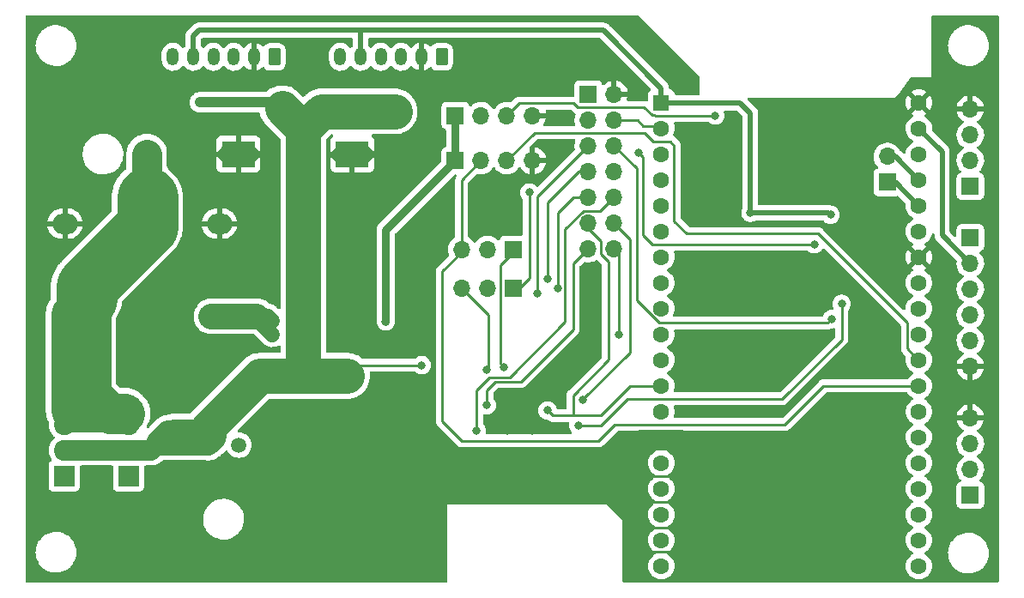
<source format=gbr>
%TF.GenerationSoftware,KiCad,Pcbnew,6.0.1-79c1e3a40b~116~ubuntu20.04.1*%
%TF.CreationDate,2022-01-24T14:31:54+01:00*%
%TF.ProjectId,pippino_board,70697070-696e-46f5-9f62-6f6172642e6b,rev?*%
%TF.SameCoordinates,Original*%
%TF.FileFunction,Copper,L2,Bot*%
%TF.FilePolarity,Positive*%
%FSLAX46Y46*%
G04 Gerber Fmt 4.6, Leading zero omitted, Abs format (unit mm)*
G04 Created by KiCad (PCBNEW 6.0.1-79c1e3a40b~116~ubuntu20.04.1) date 2022-01-24 14:31:54*
%MOMM*%
%LPD*%
G01*
G04 APERTURE LIST*
G04 Aperture macros list*
%AMRoundRect*
0 Rectangle with rounded corners*
0 $1 Rounding radius*
0 $2 $3 $4 $5 $6 $7 $8 $9 X,Y pos of 4 corners*
0 Add a 4 corners polygon primitive as box body*
4,1,4,$2,$3,$4,$5,$6,$7,$8,$9,$2,$3,0*
0 Add four circle primitives for the rounded corners*
1,1,$1+$1,$2,$3*
1,1,$1+$1,$4,$5*
1,1,$1+$1,$6,$7*
1,1,$1+$1,$8,$9*
0 Add four rect primitives between the rounded corners*
20,1,$1+$1,$2,$3,$4,$5,0*
20,1,$1+$1,$4,$5,$6,$7,0*
20,1,$1+$1,$6,$7,$8,$9,0*
20,1,$1+$1,$8,$9,$2,$3,0*%
G04 Aperture macros list end*
%TA.AperFunction,ComponentPad*%
%ADD10R,1.700000X1.700000*%
%TD*%
%TA.AperFunction,ComponentPad*%
%ADD11O,1.700000X1.700000*%
%TD*%
%TA.AperFunction,ComponentPad*%
%ADD12R,2.055000X2.055000*%
%TD*%
%TA.AperFunction,ComponentPad*%
%ADD13C,2.055000*%
%TD*%
%TA.AperFunction,ComponentPad*%
%ADD14C,1.500000*%
%TD*%
%TA.AperFunction,ComponentPad*%
%ADD15RoundRect,0.250001X0.499999X-0.499999X0.499999X0.499999X-0.499999X0.499999X-0.499999X-0.499999X0*%
%TD*%
%TA.AperFunction,ComponentPad*%
%ADD16RoundRect,0.250001X0.499999X0.499999X-0.499999X0.499999X-0.499999X-0.499999X0.499999X-0.499999X0*%
%TD*%
%TA.AperFunction,ComponentPad*%
%ADD17O,2.500000X2.000000*%
%TD*%
%TA.AperFunction,ComponentPad*%
%ADD18RoundRect,0.250000X0.350000X0.625000X-0.350000X0.625000X-0.350000X-0.625000X0.350000X-0.625000X0*%
%TD*%
%TA.AperFunction,ComponentPad*%
%ADD19O,1.200000X1.750000*%
%TD*%
%TA.AperFunction,ComponentPad*%
%ADD20C,0.630000*%
%TD*%
%TA.AperFunction,SMDPad,CuDef*%
%ADD21R,3.300000X2.600000*%
%TD*%
%TA.AperFunction,ComponentPad*%
%ADD22R,1.600000X1.600000*%
%TD*%
%TA.AperFunction,ComponentPad*%
%ADD23C,1.600000*%
%TD*%
%TA.AperFunction,ViaPad*%
%ADD24C,0.800000*%
%TD*%
%TA.AperFunction,Conductor*%
%ADD25C,2.000000*%
%TD*%
%TA.AperFunction,Conductor*%
%ADD26C,3.000000*%
%TD*%
%TA.AperFunction,Conductor*%
%ADD27C,6.000000*%
%TD*%
%TA.AperFunction,Conductor*%
%ADD28C,0.500000*%
%TD*%
%TA.AperFunction,Conductor*%
%ADD29C,3.500000*%
%TD*%
%TA.AperFunction,Conductor*%
%ADD30C,0.250000*%
%TD*%
%TA.AperFunction,Conductor*%
%ADD31C,1.500000*%
%TD*%
%TA.AperFunction,Conductor*%
%ADD32C,1.000000*%
%TD*%
%TA.AperFunction,Conductor*%
%ADD33C,4.000000*%
%TD*%
%TA.AperFunction,Conductor*%
%ADD34C,2.500000*%
%TD*%
%TA.AperFunction,Conductor*%
%ADD35C,0.800000*%
%TD*%
G04 APERTURE END LIST*
D10*
X242000000Y-48500000D03*
D11*
X242000000Y-45960000D03*
D12*
X167170000Y-77465000D03*
D13*
X167170000Y-74930000D03*
X167170000Y-72395000D03*
D14*
X171955000Y-45720000D03*
D15*
X168955000Y-45720000D03*
D16*
X178030000Y-77425000D03*
D14*
X175030000Y-77425000D03*
X178030000Y-74425000D03*
X175030000Y-74425000D03*
D10*
X250190000Y-48895000D03*
D11*
X250190000Y-46355000D03*
X250190000Y-43815000D03*
X250190000Y-41275000D03*
D10*
X199390000Y-46355000D03*
D11*
X201930000Y-46355000D03*
X204470000Y-46355000D03*
X207010000Y-46355000D03*
D10*
X212500000Y-39800000D03*
D11*
X215040000Y-39800000D03*
X212500000Y-42340000D03*
X215040000Y-42340000D03*
X212500000Y-44880000D03*
X215040000Y-44880000D03*
X212500000Y-47420000D03*
X215040000Y-47420000D03*
X212500000Y-49960000D03*
X215040000Y-49960000D03*
X212500000Y-52500000D03*
X215040000Y-52500000D03*
X212500000Y-55040000D03*
X215040000Y-55040000D03*
D10*
X199390000Y-41910000D03*
D11*
X201930000Y-41910000D03*
X204470000Y-41910000D03*
X207010000Y-41910000D03*
D17*
X160880000Y-52580000D03*
X160880000Y-61720000D03*
X176120000Y-52580000D03*
X176120000Y-61720000D03*
D10*
X250190000Y-79365000D03*
D11*
X250190000Y-76825000D03*
X250190000Y-74285000D03*
X250190000Y-71745000D03*
D18*
X198040000Y-36110000D03*
D19*
X196040000Y-36110000D03*
X194040000Y-36110000D03*
X192040000Y-36110000D03*
X190040000Y-36110000D03*
X188040000Y-36110000D03*
D18*
X181530000Y-36110000D03*
D19*
X179530000Y-36110000D03*
X177530000Y-36110000D03*
X175530000Y-36110000D03*
X173530000Y-36110000D03*
X171530000Y-36110000D03*
D10*
X205090000Y-58928000D03*
D11*
X202550000Y-58928000D03*
X200010000Y-58928000D03*
D12*
X160820000Y-77465000D03*
D13*
X160820000Y-74930000D03*
X160820000Y-72395000D03*
D20*
X190530000Y-45070000D03*
X187930000Y-46370000D03*
D21*
X189230000Y-45720000D03*
D20*
X189230000Y-46370000D03*
X187930000Y-45070000D03*
X190530000Y-46370000D03*
X189230000Y-45070000D03*
D22*
X219710000Y-40640000D03*
D23*
X219710000Y-43180000D03*
X219710000Y-45720000D03*
X219710000Y-48260000D03*
X219710000Y-50800000D03*
X219710000Y-53340000D03*
X219710000Y-55880000D03*
X219710000Y-58420000D03*
X219710000Y-60960000D03*
X219710000Y-63500000D03*
X219710000Y-66040000D03*
X219710000Y-68580000D03*
X219710000Y-71120000D03*
X219710000Y-73660000D03*
X219710000Y-76200000D03*
X219710000Y-78740000D03*
X219710000Y-81280000D03*
X219710000Y-83820000D03*
X219710000Y-86360000D03*
X245110000Y-86360000D03*
X245110000Y-83820000D03*
X245110000Y-81280000D03*
X245110000Y-78740000D03*
X245110000Y-76200000D03*
X245110000Y-73660000D03*
X245110000Y-71120000D03*
X245110000Y-68580000D03*
X245110000Y-66040000D03*
X245110000Y-63500000D03*
X245110000Y-60960000D03*
X245110000Y-58420000D03*
X245110000Y-55880000D03*
X245110000Y-53340000D03*
X245110000Y-50800000D03*
X245110000Y-48260000D03*
X245110000Y-45720000D03*
X245110000Y-43180000D03*
X245110000Y-40640000D03*
D20*
X179290000Y-46370000D03*
X176690000Y-45070000D03*
X177990000Y-46370000D03*
X179290000Y-45070000D03*
D21*
X177990000Y-45720000D03*
D20*
X177990000Y-45070000D03*
X176690000Y-46370000D03*
D11*
X200025000Y-55118000D03*
X202565000Y-55118000D03*
D10*
X205105000Y-55118000D03*
X250190000Y-53975000D03*
D11*
X250190000Y-56515000D03*
X250190000Y-59055000D03*
X250190000Y-61595000D03*
X250190000Y-64135000D03*
X250190000Y-66675000D03*
D24*
X189450000Y-38200000D03*
X177750000Y-38400000D03*
X169000000Y-50000000D03*
X168955000Y-48045000D03*
X235500000Y-43500000D03*
X251500000Y-82000000D03*
X194300000Y-41050000D03*
X170000000Y-74000000D03*
X184000000Y-67600000D03*
X164070000Y-74930000D03*
X182500000Y-67600000D03*
X187000000Y-67600000D03*
X185500000Y-67600000D03*
X169070000Y-74930000D03*
X182900000Y-40600000D03*
X181600000Y-40600000D03*
X171000000Y-73000000D03*
X192650000Y-42250000D03*
X181600000Y-41900000D03*
X196088000Y-66548000D03*
X174200000Y-40600000D03*
X192700000Y-41000000D03*
X188400000Y-67600000D03*
X234000000Y-83000000D03*
X203200000Y-75438000D03*
X196088000Y-54864000D03*
X171000000Y-86000000D03*
X174244000Y-65532000D03*
X233000000Y-77000000D03*
X207518000Y-75438000D03*
X166000000Y-86000000D03*
X190500000Y-73000000D03*
X203000000Y-49000000D03*
X158000000Y-75250000D03*
X159750000Y-55250000D03*
X226568000Y-46228000D03*
X238500000Y-46000000D03*
X216916000Y-86868000D03*
X236000000Y-41148000D03*
X230000000Y-86000000D03*
X201168000Y-36068000D03*
X169500000Y-60250000D03*
X229000000Y-77000000D03*
X207264000Y-36068000D03*
X158250000Y-43000000D03*
X166116000Y-35052000D03*
X247904000Y-68580000D03*
X234000000Y-86000000D03*
X210312000Y-36068000D03*
X167640000Y-35052000D03*
X247904000Y-40640000D03*
X171196000Y-58420000D03*
X247904000Y-38608000D03*
X194000000Y-82000000D03*
X237000000Y-77000000D03*
X241000000Y-73000000D03*
X232000000Y-44000000D03*
X232000000Y-47000000D03*
X162750000Y-82250000D03*
X230000000Y-83000000D03*
X224000000Y-77000000D03*
X166000000Y-81788000D03*
X232000000Y-41148000D03*
X241808000Y-66294000D03*
X192000000Y-85000000D03*
X196000000Y-72500000D03*
X204500000Y-73000000D03*
X238000000Y-83000000D03*
X173000000Y-48000000D03*
X236500000Y-49000000D03*
X190000000Y-77000000D03*
X213360000Y-57302400D03*
X194564000Y-59436000D03*
X237000000Y-73000000D03*
X158250000Y-57750000D03*
X213360000Y-36068000D03*
X158500000Y-48500000D03*
X184404000Y-37084000D03*
X226568000Y-44196000D03*
X171000000Y-80000000D03*
X242000000Y-42000000D03*
X168000000Y-61750000D03*
X227076000Y-67000000D03*
X161544000Y-39116000D03*
X205486000Y-75438000D03*
X238000000Y-86000000D03*
X158000000Y-80750000D03*
X179750000Y-85500000D03*
X169672000Y-42672000D03*
X226000000Y-83000000D03*
X196596000Y-59436000D03*
X241808000Y-63500000D03*
X215000000Y-37500000D03*
X224028000Y-67000000D03*
X186000000Y-80000000D03*
X158000000Y-69500000D03*
X171000000Y-83000000D03*
X160020000Y-40132000D03*
X174000000Y-54000000D03*
X158000000Y-63500000D03*
X212500000Y-62500000D03*
X163068000Y-38100000D03*
X239000000Y-42000000D03*
X241000000Y-77000000D03*
X174000000Y-49000000D03*
X204216000Y-36068000D03*
X226000000Y-65000000D03*
X207000000Y-73000000D03*
X226000000Y-86000000D03*
X224028000Y-65000000D03*
X247904000Y-42672000D03*
X247396000Y-74676000D03*
X241808000Y-53340000D03*
X167132000Y-42672000D03*
X240284000Y-53340000D03*
X196000000Y-45000000D03*
X212090000Y-77216000D03*
X172720000Y-65532000D03*
X247904000Y-66548000D03*
X228500000Y-51500000D03*
X236400000Y-51700000D03*
X207500000Y-59500000D03*
X208500000Y-58000000D03*
X209500000Y-59000000D03*
X208487701Y-71012299D03*
X202500000Y-70500000D03*
X192532000Y-62230000D03*
X181356000Y-62200000D03*
X181356000Y-63500000D03*
X215500000Y-63500000D03*
X212000000Y-70000000D03*
X201500000Y-73000000D03*
X217500000Y-45600000D03*
X234800000Y-54600000D03*
X236500000Y-62000000D03*
X206700000Y-49500000D03*
X225044000Y-41910000D03*
X204160761Y-66710499D03*
X202500000Y-67000000D03*
X237500000Y-60500000D03*
X211500000Y-72500000D03*
D25*
X173000000Y-45300000D02*
X173000000Y-46000000D01*
X172000000Y-44300000D02*
X173000000Y-45300000D01*
X171955000Y-45720000D02*
X171955000Y-44345000D01*
X171955000Y-44345000D02*
X172000000Y-44300000D01*
X172500000Y-47200000D02*
X171955000Y-46655000D01*
X171955000Y-46655000D02*
X171955000Y-45720000D01*
D26*
X175030000Y-77425000D02*
X178030000Y-77425000D01*
D27*
X169000000Y-50250000D02*
X169000000Y-52825000D01*
X169000000Y-50000000D02*
X169000000Y-50250000D01*
D28*
X242000000Y-48500000D02*
X242810000Y-48500000D01*
X242810000Y-48500000D02*
X245110000Y-50800000D01*
X190040000Y-36110000D02*
X190040000Y-33560000D01*
X190040000Y-33560000D02*
X190100000Y-33500000D01*
X173530000Y-36110000D02*
X173530000Y-34070000D01*
X173530000Y-34070000D02*
X174100000Y-33500000D01*
X174100000Y-33500000D02*
X190500000Y-33500000D01*
X190100000Y-33500000D02*
X214000000Y-33500000D01*
X214000000Y-33500000D02*
X219710000Y-39210000D01*
X219710000Y-39210000D02*
X219710000Y-40640000D01*
X242000000Y-45960000D02*
X242810000Y-45960000D01*
X242810000Y-45960000D02*
X245110000Y-48260000D01*
D29*
X187000000Y-67600000D02*
X188400000Y-67600000D01*
X180100000Y-67600000D02*
X187000000Y-67600000D01*
D25*
X169875000Y-74425000D02*
X175030000Y-74425000D01*
D29*
X188400000Y-67600000D02*
X188700000Y-67600000D01*
D25*
X170000000Y-74000000D02*
X171000000Y-73000000D01*
D29*
X184400000Y-43300000D02*
X186200000Y-41500000D01*
D25*
X160820000Y-74930000D02*
X164070000Y-74930000D01*
D29*
X182300000Y-41200000D02*
X184400000Y-43300000D01*
D30*
X196088000Y-66548000D02*
X189752000Y-66548000D01*
X189752000Y-66548000D02*
X188700000Y-67600000D01*
D29*
X184400000Y-67568000D02*
X184400000Y-43300000D01*
D31*
X179800000Y-67900000D02*
X180100000Y-67600000D01*
D29*
X175030000Y-73470000D02*
X174900000Y-73600000D01*
X186200000Y-41500000D02*
X193400000Y-41500000D01*
X175030000Y-72670000D02*
X175030000Y-73470000D01*
D25*
X167170000Y-74930000D02*
X169370000Y-74930000D01*
X164070000Y-74930000D02*
X167170000Y-74930000D01*
D29*
X180100000Y-67600000D02*
X184368000Y-67600000D01*
X174900000Y-73600000D02*
X171700000Y-73600000D01*
D25*
X169370000Y-74930000D02*
X169875000Y-74425000D01*
D29*
X179800000Y-67900000D02*
X175030000Y-72670000D01*
D32*
X174200000Y-40600000D02*
X181600000Y-40600000D01*
D29*
X184368000Y-67600000D02*
X184400000Y-67568000D01*
D25*
X219659200Y-73914000D02*
X221691200Y-73914000D01*
D30*
X218694000Y-77470000D02*
X220726000Y-77470000D01*
X218694000Y-82550000D02*
X220726000Y-82550000D01*
D25*
X219659200Y-73914000D02*
X217627200Y-73914000D01*
D30*
X218694000Y-80010000D02*
X220726000Y-80010000D01*
X218694000Y-84963000D02*
X220726000Y-84963000D01*
D28*
X236200000Y-51500000D02*
X228500000Y-51500000D01*
X227440000Y-40640000D02*
X228500000Y-41700000D01*
X236400000Y-51700000D02*
X236200000Y-51500000D01*
X219710000Y-40640000D02*
X227440000Y-40640000D01*
X228500000Y-41700000D02*
X228500000Y-51500000D01*
D33*
X163412500Y-69412500D02*
X165295000Y-71295000D01*
X163000000Y-60000000D02*
X161500000Y-61500000D01*
X163412500Y-60412500D02*
X163412500Y-69412500D01*
X161500000Y-61500000D02*
X161500000Y-71000000D01*
D26*
X168955000Y-49955000D02*
X168955000Y-45720000D01*
D31*
X160820000Y-72395000D02*
X167170000Y-72395000D01*
D27*
X168825000Y-53000000D02*
X163000000Y-58825000D01*
D26*
X168955000Y-53000000D02*
X168825000Y-53000000D01*
D34*
X166795000Y-71295000D02*
X166900000Y-71400000D01*
D27*
X163000000Y-58825000D02*
X163000000Y-60000000D01*
D33*
X165295000Y-71295000D02*
X166795000Y-71295000D01*
X162000000Y-68000000D02*
X165295000Y-71295000D01*
D26*
X169000000Y-50000000D02*
X168955000Y-49955000D01*
D33*
X163000000Y-60000000D02*
X163412500Y-60412500D01*
X169000000Y-52825000D02*
X163000000Y-58825000D01*
D30*
X217932000Y-42926000D02*
X219456000Y-42926000D01*
X219456000Y-42926000D02*
X219710000Y-43180000D01*
X215040000Y-42340000D02*
X217346000Y-42340000D01*
X217346000Y-42340000D02*
X217932000Y-42926000D01*
X219430000Y-42900000D02*
X219710000Y-43180000D01*
X207500000Y-49880000D02*
X212500000Y-44880000D01*
X207500000Y-59500000D02*
X207500000Y-49880000D01*
X208500000Y-58000000D02*
X208500000Y-50500000D01*
X211580000Y-47420000D02*
X212500000Y-47420000D01*
X208500000Y-50500000D02*
X211580000Y-47420000D01*
X209500000Y-59000000D02*
X209500000Y-51500000D01*
X211040000Y-49960000D02*
X212500000Y-49960000D01*
X209500000Y-51500000D02*
X211040000Y-49960000D01*
X213742000Y-71500000D02*
X216662000Y-68580000D01*
X208975402Y-71500000D02*
X210780000Y-71500000D01*
X210780000Y-71500000D02*
X213742000Y-71500000D01*
X211000000Y-71500000D02*
X210780000Y-71500000D01*
X214500000Y-66000000D02*
X211000000Y-69500000D01*
X213781754Y-55612259D02*
X214500000Y-56330505D01*
X212500000Y-53000000D02*
X213781754Y-54281754D01*
X214500000Y-56330505D02*
X214500000Y-66000000D01*
X208487701Y-71012299D02*
X208975402Y-71500000D01*
X211000000Y-69500000D02*
X211000000Y-71500000D01*
X213781754Y-54281754D02*
X213781754Y-55612259D01*
X216662000Y-68580000D02*
X219710000Y-68580000D01*
X212500000Y-52500000D02*
X212500000Y-53000000D01*
X202500000Y-69000000D02*
X203325969Y-68174031D01*
X203325969Y-68174031D02*
X205851608Y-68174031D01*
X211000000Y-63025639D02*
X211000000Y-56540000D01*
X211000000Y-56540000D02*
X212500000Y-55040000D01*
X202500000Y-70500000D02*
X202500000Y-69000000D01*
X205851608Y-68174031D02*
X211000000Y-63025639D01*
D31*
X179834000Y-61978000D02*
X181356000Y-63500000D01*
D35*
X192532000Y-53213000D02*
X199390000Y-46355000D01*
X199390000Y-46355000D02*
X199390000Y-41910000D01*
D34*
X175345000Y-61720000D02*
X179834000Y-61720000D01*
D31*
X179834000Y-61720000D02*
X180876000Y-61720000D01*
X180876000Y-61720000D02*
X181356000Y-62200000D01*
D32*
X179834000Y-61720000D02*
X179834000Y-61978000D01*
D35*
X192532000Y-62230000D02*
X192532000Y-53213000D01*
D30*
X215500000Y-63500000D02*
X215500000Y-55500000D01*
X215500000Y-55500000D02*
X215040000Y-55040000D01*
X212000000Y-70000000D02*
X212000000Y-69900000D01*
X216214511Y-53714511D02*
X216214511Y-53674511D01*
X216600000Y-54100000D02*
X216214511Y-53714511D01*
X216600000Y-65300000D02*
X216600000Y-54100000D01*
X212000000Y-69900000D02*
X216600000Y-65300000D01*
X216214511Y-53674511D02*
X215040000Y-52500000D01*
X210224511Y-62300103D02*
X210224511Y-53114479D01*
X201500000Y-73000000D02*
X201500000Y-69000000D01*
X201500000Y-69000000D02*
X202775489Y-67724511D01*
X213674511Y-51325489D02*
X215040000Y-49960000D01*
X212013501Y-51325489D02*
X213674511Y-51325489D01*
X204800103Y-67724511D02*
X210224511Y-62300103D01*
X202775489Y-67724511D02*
X204800103Y-67724511D01*
X210224511Y-53114479D02*
X212013501Y-51325489D01*
X217900000Y-53700000D02*
X217900000Y-46000000D01*
X218800000Y-54600000D02*
X217900000Y-53700000D01*
X234800000Y-54600000D02*
X218800000Y-54600000D01*
X217900000Y-46000000D02*
X217500000Y-45600000D01*
X236500000Y-62000000D02*
X236124511Y-62375489D01*
X217300000Y-60140300D02*
X217300000Y-47140000D01*
X219535189Y-62375489D02*
X217300000Y-60140300D01*
X217300000Y-47140000D02*
X215040000Y-44880000D01*
X236124511Y-62375489D02*
X219535189Y-62375489D01*
X206700000Y-57968000D02*
X205740000Y-58928000D01*
X205740000Y-58928000D02*
X205598000Y-58928000D01*
X206700000Y-49500000D02*
X206700000Y-57968000D01*
D28*
X245110000Y-43180000D02*
X247400000Y-45470000D01*
X247400000Y-53725000D02*
X250190000Y-56515000D01*
X247400000Y-45470000D02*
X247400000Y-53725000D01*
D30*
X211050978Y-40700000D02*
X205680000Y-40700000D01*
X218790480Y-41890480D02*
X218000000Y-41100000D01*
X225044000Y-41910000D02*
X224910000Y-41910000D01*
X219056197Y-41890480D02*
X218790480Y-41890480D01*
X211450978Y-41100000D02*
X211050978Y-40700000D01*
X218000000Y-41100000D02*
X211450978Y-41100000D01*
X205680000Y-40700000D02*
X204470000Y-41910000D01*
X224900000Y-41900000D02*
X219065717Y-41900000D01*
X219065717Y-41900000D02*
X219056197Y-41890480D01*
X224910000Y-41910000D02*
X224900000Y-41900000D01*
X203816152Y-56660848D02*
X205105000Y-55372000D01*
X203816152Y-66365890D02*
X203816152Y-56660848D01*
X204160761Y-66710499D02*
X203816152Y-66365890D01*
X202500000Y-67000000D02*
X202692000Y-66808000D01*
X202692000Y-66808000D02*
X202692000Y-61610000D01*
X202692000Y-61610000D02*
X200010000Y-58928000D01*
X231650000Y-69850000D02*
X237500000Y-64000000D01*
X237500000Y-64000000D02*
X237500000Y-60500000D01*
X216408000Y-69850000D02*
X231650000Y-69850000D01*
X213758000Y-72500000D02*
X216408000Y-69850000D01*
X211500000Y-72500000D02*
X213758000Y-72500000D01*
X200000000Y-74000000D02*
X198120000Y-72120000D01*
X231893386Y-72390000D02*
X215138000Y-72390000D01*
X215138000Y-72390000D02*
X213528000Y-74000000D01*
X200025000Y-55372000D02*
X200025000Y-48260000D01*
X213528000Y-74000000D02*
X200000000Y-74000000D01*
X198120000Y-57277000D02*
X200025000Y-55372000D01*
X198120000Y-72120000D02*
X198120000Y-57277000D01*
X200025000Y-48260000D02*
X201930000Y-46355000D01*
X245110000Y-68580000D02*
X235703386Y-68580000D01*
X235703386Y-68580000D02*
X231893386Y-72390000D01*
X218098000Y-43600000D02*
X218948000Y-44450000D01*
X235200103Y-53575489D02*
X243985489Y-62360875D01*
X220980000Y-52324000D02*
X222231489Y-53575489D01*
X204470000Y-46355000D02*
X207225000Y-43600000D01*
X220566767Y-44450000D02*
X220980000Y-44863233D01*
X220980000Y-44863233D02*
X220980000Y-52324000D01*
X243985489Y-64915489D02*
X245110000Y-66040000D01*
X207225000Y-43600000D02*
X218098000Y-43600000D01*
X243985489Y-62360875D02*
X243985489Y-64915489D01*
X218948000Y-44450000D02*
X220566767Y-44450000D01*
X222231489Y-53575489D02*
X235200103Y-53575489D01*
%TA.AperFunction,Conductor*%
G36*
X217443931Y-32028002D02*
G01*
X217464905Y-32044905D01*
X223483095Y-38063095D01*
X223517121Y-38125407D01*
X223520000Y-38152190D01*
X223520000Y-39755500D01*
X223499998Y-39823621D01*
X223446342Y-39870114D01*
X223394000Y-39881500D01*
X221141291Y-39881500D01*
X221073170Y-39861498D01*
X221026677Y-39807842D01*
X221016028Y-39769108D01*
X221014282Y-39753041D01*
X221011745Y-39729684D01*
X220960615Y-39593295D01*
X220873261Y-39476739D01*
X220756705Y-39389385D01*
X220620316Y-39338255D01*
X220612463Y-39337402D01*
X220612459Y-39337401D01*
X220591605Y-39335136D01*
X220583759Y-39334284D01*
X220518197Y-39307043D01*
X220477770Y-39248680D01*
X220471781Y-39219233D01*
X220468915Y-39183989D01*
X220468500Y-39173777D01*
X220468500Y-39165707D01*
X220468078Y-39162087D01*
X220468077Y-39162069D01*
X220465208Y-39137461D01*
X220464775Y-39133086D01*
X220459454Y-39067661D01*
X220459453Y-39067658D01*
X220458860Y-39060363D01*
X220456604Y-39053399D01*
X220455413Y-39047440D01*
X220454029Y-39041585D01*
X220453182Y-39034319D01*
X220428265Y-38965673D01*
X220426848Y-38961545D01*
X220406607Y-38899064D01*
X220406606Y-38899062D01*
X220404351Y-38892101D01*
X220400555Y-38885846D01*
X220398049Y-38880372D01*
X220395330Y-38874942D01*
X220392833Y-38868063D01*
X220352809Y-38807016D01*
X220350472Y-38803312D01*
X220315509Y-38745693D01*
X220315505Y-38745688D01*
X220312595Y-38740892D01*
X220305197Y-38732516D01*
X220305223Y-38732493D01*
X220302574Y-38729503D01*
X220299866Y-38726264D01*
X220295856Y-38720148D01*
X220290549Y-38715121D01*
X220290546Y-38715117D01*
X220239617Y-38666872D01*
X220237175Y-38664494D01*
X214583770Y-33011089D01*
X214571384Y-32996677D01*
X214562851Y-32985082D01*
X214562846Y-32985077D01*
X214558508Y-32979182D01*
X214552930Y-32974443D01*
X214552927Y-32974440D01*
X214518232Y-32944965D01*
X214510716Y-32938035D01*
X214505021Y-32932340D01*
X214488736Y-32919456D01*
X214482749Y-32914719D01*
X214479345Y-32911928D01*
X214429297Y-32869409D01*
X214429295Y-32869408D01*
X214423715Y-32864667D01*
X214417199Y-32861339D01*
X214412150Y-32857972D01*
X214407021Y-32854805D01*
X214401284Y-32850266D01*
X214335125Y-32819345D01*
X214331225Y-32817439D01*
X214266192Y-32784231D01*
X214259084Y-32782492D01*
X214253441Y-32780393D01*
X214247678Y-32778476D01*
X214241050Y-32775378D01*
X214169583Y-32760513D01*
X214165299Y-32759543D01*
X214094390Y-32742192D01*
X214088788Y-32741844D01*
X214088785Y-32741844D01*
X214083236Y-32741500D01*
X214083238Y-32741464D01*
X214079245Y-32741225D01*
X214075053Y-32740851D01*
X214067885Y-32739360D01*
X214004120Y-32741085D01*
X213990479Y-32741454D01*
X213987072Y-32741500D01*
X190167070Y-32741500D01*
X190148120Y-32740067D01*
X190133885Y-32737901D01*
X190133881Y-32737901D01*
X190126651Y-32736801D01*
X190119359Y-32737394D01*
X190119356Y-32737394D01*
X190073982Y-32741085D01*
X190063767Y-32741500D01*
X174167070Y-32741500D01*
X174148120Y-32740067D01*
X174133885Y-32737901D01*
X174133881Y-32737901D01*
X174126651Y-32736801D01*
X174119359Y-32737394D01*
X174119356Y-32737394D01*
X174073982Y-32741085D01*
X174063767Y-32741500D01*
X174055707Y-32741500D01*
X174052073Y-32741924D01*
X174052067Y-32741924D01*
X174039042Y-32743443D01*
X174027480Y-32744791D01*
X174023132Y-32745221D01*
X173950364Y-32751140D01*
X173943403Y-32753395D01*
X173937463Y-32754582D01*
X173931588Y-32755971D01*
X173924319Y-32756818D01*
X173855670Y-32781736D01*
X173851542Y-32783153D01*
X173789064Y-32803393D01*
X173789062Y-32803394D01*
X173782101Y-32805649D01*
X173775846Y-32809445D01*
X173770372Y-32811951D01*
X173764942Y-32814670D01*
X173758063Y-32817167D01*
X173751943Y-32821180D01*
X173751942Y-32821180D01*
X173697024Y-32857186D01*
X173693320Y-32859523D01*
X173630893Y-32897405D01*
X173622516Y-32904803D01*
X173622492Y-32904776D01*
X173619500Y-32907429D01*
X173616267Y-32910132D01*
X173610148Y-32914144D01*
X173580951Y-32944965D01*
X173556872Y-32970383D01*
X173554494Y-32972825D01*
X173041089Y-33486230D01*
X173026677Y-33498616D01*
X173015082Y-33507149D01*
X173015077Y-33507154D01*
X173009182Y-33511492D01*
X173004443Y-33517070D01*
X173004440Y-33517073D01*
X172974965Y-33551768D01*
X172968035Y-33559284D01*
X172962340Y-33564979D01*
X172960060Y-33567861D01*
X172944719Y-33587251D01*
X172941928Y-33590655D01*
X172899409Y-33640703D01*
X172894667Y-33646285D01*
X172891339Y-33652801D01*
X172887972Y-33657850D01*
X172884805Y-33662979D01*
X172880266Y-33668716D01*
X172849345Y-33734875D01*
X172847442Y-33738769D01*
X172814231Y-33803808D01*
X172812492Y-33810916D01*
X172810393Y-33816559D01*
X172808476Y-33822322D01*
X172805378Y-33828950D01*
X172803888Y-33836112D01*
X172803888Y-33836113D01*
X172790514Y-33900412D01*
X172789544Y-33904696D01*
X172772192Y-33975610D01*
X172771500Y-33986764D01*
X172771464Y-33986762D01*
X172771225Y-33990755D01*
X172770851Y-33994947D01*
X172769360Y-34002115D01*
X172769558Y-34009432D01*
X172771454Y-34079521D01*
X172771500Y-34082928D01*
X172771500Y-34973734D01*
X172751498Y-35041855D01*
X172736523Y-35060858D01*
X172656119Y-35144850D01*
X172652866Y-35149888D01*
X172652863Y-35149892D01*
X172635254Y-35177163D01*
X172581499Y-35223540D01*
X172511203Y-35233493D01*
X172446686Y-35203861D01*
X172430317Y-35186647D01*
X172423193Y-35177577D01*
X172336396Y-35067080D01*
X172331865Y-35063148D01*
X172331862Y-35063145D01*
X172181167Y-34932379D01*
X172176637Y-34928448D01*
X172171451Y-34925448D01*
X172171447Y-34925445D01*
X171998742Y-34825533D01*
X171993546Y-34822527D01*
X171793729Y-34753139D01*
X171787794Y-34752278D01*
X171787792Y-34752278D01*
X171590336Y-34723648D01*
X171590333Y-34723648D01*
X171584396Y-34722787D01*
X171373101Y-34732567D01*
X171260466Y-34759712D01*
X171173299Y-34780719D01*
X171173297Y-34780720D01*
X171167466Y-34782125D01*
X171162008Y-34784607D01*
X171162004Y-34784608D01*
X171070990Y-34825990D01*
X170974913Y-34869674D01*
X170802389Y-34992054D01*
X170656119Y-35144850D01*
X170541380Y-35322548D01*
X170462314Y-35518737D01*
X170421772Y-35726337D01*
X170421500Y-35731899D01*
X170421500Y-36437846D01*
X170436548Y-36595566D01*
X170496092Y-36798534D01*
X170498836Y-36803861D01*
X170498836Y-36803862D01*
X170584413Y-36970019D01*
X170592942Y-36986580D01*
X170723604Y-37152920D01*
X170728135Y-37156852D01*
X170728138Y-37156855D01*
X170813620Y-37231032D01*
X170883363Y-37291552D01*
X170888549Y-37294552D01*
X170888553Y-37294555D01*
X170984957Y-37350326D01*
X171066454Y-37397473D01*
X171266271Y-37466861D01*
X171272206Y-37467722D01*
X171272208Y-37467722D01*
X171469664Y-37496352D01*
X171469667Y-37496352D01*
X171475604Y-37497213D01*
X171686899Y-37487433D01*
X171818077Y-37455819D01*
X171886701Y-37439281D01*
X171886703Y-37439280D01*
X171892534Y-37437875D01*
X171897992Y-37435393D01*
X171897996Y-37435392D01*
X172013041Y-37383084D01*
X172085087Y-37350326D01*
X172257611Y-37227946D01*
X172403881Y-37075150D01*
X172419610Y-37050791D01*
X172424746Y-37042837D01*
X172478501Y-36996460D01*
X172548797Y-36986507D01*
X172613314Y-37016139D01*
X172629681Y-37033351D01*
X172723604Y-37152920D01*
X172728135Y-37156852D01*
X172728138Y-37156855D01*
X172813620Y-37231032D01*
X172883363Y-37291552D01*
X172888549Y-37294552D01*
X172888553Y-37294555D01*
X172984957Y-37350326D01*
X173066454Y-37397473D01*
X173266271Y-37466861D01*
X173272206Y-37467722D01*
X173272208Y-37467722D01*
X173469664Y-37496352D01*
X173469667Y-37496352D01*
X173475604Y-37497213D01*
X173686899Y-37487433D01*
X173818077Y-37455819D01*
X173886701Y-37439281D01*
X173886703Y-37439280D01*
X173892534Y-37437875D01*
X173897992Y-37435393D01*
X173897996Y-37435392D01*
X174013041Y-37383084D01*
X174085087Y-37350326D01*
X174257611Y-37227946D01*
X174403881Y-37075150D01*
X174419610Y-37050791D01*
X174424746Y-37042837D01*
X174478501Y-36996460D01*
X174548797Y-36986507D01*
X174613314Y-37016139D01*
X174629681Y-37033351D01*
X174723604Y-37152920D01*
X174728135Y-37156852D01*
X174728138Y-37156855D01*
X174813620Y-37231032D01*
X174883363Y-37291552D01*
X174888549Y-37294552D01*
X174888553Y-37294555D01*
X174984957Y-37350326D01*
X175066454Y-37397473D01*
X175266271Y-37466861D01*
X175272206Y-37467722D01*
X175272208Y-37467722D01*
X175469664Y-37496352D01*
X175469667Y-37496352D01*
X175475604Y-37497213D01*
X175686899Y-37487433D01*
X175818077Y-37455819D01*
X175886701Y-37439281D01*
X175886703Y-37439280D01*
X175892534Y-37437875D01*
X175897992Y-37435393D01*
X175897996Y-37435392D01*
X176013041Y-37383084D01*
X176085087Y-37350326D01*
X176257611Y-37227946D01*
X176403881Y-37075150D01*
X176419610Y-37050791D01*
X176424746Y-37042837D01*
X176478501Y-36996460D01*
X176548797Y-36986507D01*
X176613314Y-37016139D01*
X176629681Y-37033351D01*
X176723604Y-37152920D01*
X176728135Y-37156852D01*
X176728138Y-37156855D01*
X176813620Y-37231032D01*
X176883363Y-37291552D01*
X176888549Y-37294552D01*
X176888553Y-37294555D01*
X176984957Y-37350326D01*
X177066454Y-37397473D01*
X177266271Y-37466861D01*
X177272206Y-37467722D01*
X177272208Y-37467722D01*
X177469664Y-37496352D01*
X177469667Y-37496352D01*
X177475604Y-37497213D01*
X177686899Y-37487433D01*
X177818077Y-37455819D01*
X177886701Y-37439281D01*
X177886703Y-37439280D01*
X177892534Y-37437875D01*
X177897992Y-37435393D01*
X177897996Y-37435392D01*
X178013041Y-37383084D01*
X178085087Y-37350326D01*
X178257611Y-37227946D01*
X178403881Y-37075150D01*
X178407130Y-37070119D01*
X178407135Y-37070112D01*
X178425033Y-37042393D01*
X178478789Y-36996016D01*
X178549085Y-36986063D01*
X178613602Y-37015696D01*
X178629970Y-37032909D01*
X178720262Y-37147857D01*
X178728499Y-37156506D01*
X178879123Y-37287212D01*
X178888847Y-37294147D01*
X179061467Y-37394010D01*
X179072331Y-37398984D01*
X179260727Y-37464407D01*
X179261716Y-37464648D01*
X179272008Y-37463180D01*
X179276000Y-37449615D01*
X179276000Y-37445402D01*
X179784000Y-37445402D01*
X179787973Y-37458933D01*
X179797399Y-37460288D01*
X179886537Y-37438806D01*
X179897832Y-37434917D01*
X180079382Y-37352371D01*
X180089724Y-37346424D01*
X180252397Y-37231032D01*
X180261425Y-37223239D01*
X180348535Y-37132243D01*
X180410090Y-37096867D01*
X180481000Y-37100386D01*
X180538750Y-37141683D01*
X180546685Y-37153053D01*
X180581522Y-37209348D01*
X180706697Y-37334305D01*
X180712927Y-37338145D01*
X180712928Y-37338146D01*
X180850090Y-37422694D01*
X180857262Y-37427115D01*
X180893942Y-37439281D01*
X181018611Y-37480632D01*
X181018613Y-37480632D01*
X181025139Y-37482797D01*
X181031975Y-37483497D01*
X181031978Y-37483498D01*
X181070386Y-37487433D01*
X181129600Y-37493500D01*
X181930400Y-37493500D01*
X181933646Y-37493163D01*
X181933650Y-37493163D01*
X182029308Y-37483238D01*
X182029312Y-37483237D01*
X182036166Y-37482526D01*
X182042702Y-37480345D01*
X182042704Y-37480345D01*
X182178867Y-37434917D01*
X182203946Y-37426550D01*
X182354348Y-37333478D01*
X182479305Y-37208303D01*
X182516565Y-37147857D01*
X182568275Y-37063968D01*
X182568276Y-37063966D01*
X182572115Y-37057738D01*
X182612387Y-36936322D01*
X182625632Y-36896389D01*
X182625632Y-36896387D01*
X182627797Y-36889861D01*
X182638500Y-36785400D01*
X182638500Y-35434600D01*
X182630086Y-35353503D01*
X182628238Y-35335692D01*
X182628237Y-35335688D01*
X182627526Y-35328834D01*
X182623749Y-35317511D01*
X182573868Y-35168002D01*
X182571550Y-35161054D01*
X182478478Y-35010652D01*
X182353303Y-34885695D01*
X182347072Y-34881854D01*
X182208968Y-34796725D01*
X182208966Y-34796724D01*
X182202738Y-34792885D01*
X182094005Y-34756820D01*
X182041389Y-34739368D01*
X182041387Y-34739368D01*
X182034861Y-34737203D01*
X182028025Y-34736503D01*
X182028022Y-34736502D01*
X181984969Y-34732091D01*
X181930400Y-34726500D01*
X181129600Y-34726500D01*
X181126354Y-34726837D01*
X181126350Y-34726837D01*
X181030692Y-34736762D01*
X181030688Y-34736763D01*
X181023834Y-34737474D01*
X181017298Y-34739655D01*
X181017296Y-34739655D01*
X180953117Y-34761067D01*
X180856054Y-34793450D01*
X180705652Y-34886522D01*
X180580695Y-35011697D01*
X180576853Y-35017929D01*
X180576852Y-35017931D01*
X180548645Y-35063690D01*
X180495873Y-35111183D01*
X180425801Y-35122605D01*
X180360677Y-35094331D01*
X180342298Y-35075403D01*
X180339738Y-35072144D01*
X180331501Y-35063494D01*
X180180877Y-34932788D01*
X180171153Y-34925853D01*
X179998533Y-34825990D01*
X179987669Y-34821016D01*
X179799273Y-34755593D01*
X179798284Y-34755352D01*
X179787992Y-34756820D01*
X179784000Y-34770385D01*
X179784000Y-37445402D01*
X179276000Y-37445402D01*
X179276000Y-34774598D01*
X179272027Y-34761067D01*
X179262601Y-34759712D01*
X179173463Y-34781194D01*
X179162168Y-34785083D01*
X178980618Y-34867629D01*
X178970276Y-34873576D01*
X178807603Y-34988968D01*
X178798575Y-34996761D01*
X178660658Y-35140831D01*
X178653259Y-35150200D01*
X178635582Y-35177577D01*
X178581828Y-35223955D01*
X178511532Y-35233909D01*
X178447015Y-35204278D01*
X178430644Y-35187063D01*
X178394084Y-35140520D01*
X178336396Y-35067080D01*
X178331865Y-35063148D01*
X178331862Y-35063145D01*
X178181167Y-34932379D01*
X178176637Y-34928448D01*
X178171451Y-34925448D01*
X178171447Y-34925445D01*
X177998742Y-34825533D01*
X177993546Y-34822527D01*
X177793729Y-34753139D01*
X177787794Y-34752278D01*
X177787792Y-34752278D01*
X177590336Y-34723648D01*
X177590333Y-34723648D01*
X177584396Y-34722787D01*
X177373101Y-34732567D01*
X177260466Y-34759712D01*
X177173299Y-34780719D01*
X177173297Y-34780720D01*
X177167466Y-34782125D01*
X177162008Y-34784607D01*
X177162004Y-34784608D01*
X177070990Y-34825990D01*
X176974913Y-34869674D01*
X176802389Y-34992054D01*
X176656119Y-35144850D01*
X176652868Y-35149885D01*
X176652866Y-35149888D01*
X176635254Y-35177163D01*
X176581499Y-35223540D01*
X176511203Y-35233493D01*
X176446686Y-35203861D01*
X176430317Y-35186647D01*
X176423193Y-35177577D01*
X176336396Y-35067080D01*
X176331865Y-35063148D01*
X176331862Y-35063145D01*
X176181167Y-34932379D01*
X176176637Y-34928448D01*
X176171451Y-34925448D01*
X176171447Y-34925445D01*
X175998742Y-34825533D01*
X175993546Y-34822527D01*
X175793729Y-34753139D01*
X175787794Y-34752278D01*
X175787792Y-34752278D01*
X175590336Y-34723648D01*
X175590333Y-34723648D01*
X175584396Y-34722787D01*
X175373101Y-34732567D01*
X175260466Y-34759712D01*
X175173299Y-34780719D01*
X175173297Y-34780720D01*
X175167466Y-34782125D01*
X175162008Y-34784607D01*
X175162004Y-34784608D01*
X175070990Y-34825990D01*
X174974913Y-34869674D01*
X174802389Y-34992054D01*
X174656119Y-35144850D01*
X174652868Y-35149885D01*
X174652866Y-35149888D01*
X174635254Y-35177163D01*
X174581499Y-35223540D01*
X174511203Y-35233493D01*
X174446686Y-35203861D01*
X174430317Y-35186647D01*
X174423193Y-35177577D01*
X174380012Y-35122605D01*
X174340102Y-35071797D01*
X174340098Y-35071793D01*
X174336396Y-35067080D01*
X174331867Y-35063150D01*
X174327730Y-35058806D01*
X174328582Y-35057994D01*
X174293579Y-35003443D01*
X174288500Y-34968030D01*
X174288500Y-34436371D01*
X174308502Y-34368250D01*
X174325405Y-34347276D01*
X174377276Y-34295405D01*
X174439588Y-34261379D01*
X174466371Y-34258500D01*
X189155500Y-34258500D01*
X189223621Y-34278502D01*
X189270114Y-34332158D01*
X189281500Y-34384500D01*
X189281500Y-34973734D01*
X189261498Y-35041855D01*
X189246523Y-35060858D01*
X189166119Y-35144850D01*
X189162866Y-35149888D01*
X189162863Y-35149892D01*
X189145254Y-35177163D01*
X189091499Y-35223540D01*
X189021203Y-35233493D01*
X188956686Y-35203861D01*
X188940317Y-35186647D01*
X188933193Y-35177577D01*
X188846396Y-35067080D01*
X188841865Y-35063148D01*
X188841862Y-35063145D01*
X188691167Y-34932379D01*
X188686637Y-34928448D01*
X188681451Y-34925448D01*
X188681447Y-34925445D01*
X188508742Y-34825533D01*
X188503546Y-34822527D01*
X188303729Y-34753139D01*
X188297794Y-34752278D01*
X188297792Y-34752278D01*
X188100336Y-34723648D01*
X188100333Y-34723648D01*
X188094396Y-34722787D01*
X187883101Y-34732567D01*
X187770466Y-34759712D01*
X187683299Y-34780719D01*
X187683297Y-34780720D01*
X187677466Y-34782125D01*
X187672008Y-34784607D01*
X187672004Y-34784608D01*
X187580990Y-34825990D01*
X187484913Y-34869674D01*
X187312389Y-34992054D01*
X187166119Y-35144850D01*
X187051380Y-35322548D01*
X186972314Y-35518737D01*
X186931772Y-35726337D01*
X186931500Y-35731899D01*
X186931500Y-36437846D01*
X186946548Y-36595566D01*
X187006092Y-36798534D01*
X187008836Y-36803861D01*
X187008836Y-36803862D01*
X187094413Y-36970019D01*
X187102942Y-36986580D01*
X187233604Y-37152920D01*
X187238135Y-37156852D01*
X187238138Y-37156855D01*
X187323620Y-37231032D01*
X187393363Y-37291552D01*
X187398549Y-37294552D01*
X187398553Y-37294555D01*
X187494957Y-37350326D01*
X187576454Y-37397473D01*
X187776271Y-37466861D01*
X187782206Y-37467722D01*
X187782208Y-37467722D01*
X187979664Y-37496352D01*
X187979667Y-37496352D01*
X187985604Y-37497213D01*
X188196899Y-37487433D01*
X188328077Y-37455819D01*
X188396701Y-37439281D01*
X188396703Y-37439280D01*
X188402534Y-37437875D01*
X188407992Y-37435393D01*
X188407996Y-37435392D01*
X188523041Y-37383084D01*
X188595087Y-37350326D01*
X188767611Y-37227946D01*
X188913881Y-37075150D01*
X188929610Y-37050791D01*
X188934746Y-37042837D01*
X188988501Y-36996460D01*
X189058797Y-36986507D01*
X189123314Y-37016139D01*
X189139681Y-37033351D01*
X189233604Y-37152920D01*
X189238135Y-37156852D01*
X189238138Y-37156855D01*
X189323620Y-37231032D01*
X189393363Y-37291552D01*
X189398549Y-37294552D01*
X189398553Y-37294555D01*
X189494957Y-37350326D01*
X189576454Y-37397473D01*
X189776271Y-37466861D01*
X189782206Y-37467722D01*
X189782208Y-37467722D01*
X189979664Y-37496352D01*
X189979667Y-37496352D01*
X189985604Y-37497213D01*
X190196899Y-37487433D01*
X190328077Y-37455819D01*
X190396701Y-37439281D01*
X190396703Y-37439280D01*
X190402534Y-37437875D01*
X190407992Y-37435393D01*
X190407996Y-37435392D01*
X190523041Y-37383084D01*
X190595087Y-37350326D01*
X190767611Y-37227946D01*
X190913881Y-37075150D01*
X190929610Y-37050791D01*
X190934746Y-37042837D01*
X190988501Y-36996460D01*
X191058797Y-36986507D01*
X191123314Y-37016139D01*
X191139681Y-37033351D01*
X191233604Y-37152920D01*
X191238135Y-37156852D01*
X191238138Y-37156855D01*
X191323620Y-37231032D01*
X191393363Y-37291552D01*
X191398549Y-37294552D01*
X191398553Y-37294555D01*
X191494957Y-37350326D01*
X191576454Y-37397473D01*
X191776271Y-37466861D01*
X191782206Y-37467722D01*
X191782208Y-37467722D01*
X191979664Y-37496352D01*
X191979667Y-37496352D01*
X191985604Y-37497213D01*
X192196899Y-37487433D01*
X192328077Y-37455819D01*
X192396701Y-37439281D01*
X192396703Y-37439280D01*
X192402534Y-37437875D01*
X192407992Y-37435393D01*
X192407996Y-37435392D01*
X192523041Y-37383084D01*
X192595087Y-37350326D01*
X192767611Y-37227946D01*
X192913881Y-37075150D01*
X192929610Y-37050791D01*
X192934746Y-37042837D01*
X192988501Y-36996460D01*
X193058797Y-36986507D01*
X193123314Y-37016139D01*
X193139681Y-37033351D01*
X193233604Y-37152920D01*
X193238135Y-37156852D01*
X193238138Y-37156855D01*
X193323620Y-37231032D01*
X193393363Y-37291552D01*
X193398549Y-37294552D01*
X193398553Y-37294555D01*
X193494957Y-37350326D01*
X193576454Y-37397473D01*
X193776271Y-37466861D01*
X193782206Y-37467722D01*
X193782208Y-37467722D01*
X193979664Y-37496352D01*
X193979667Y-37496352D01*
X193985604Y-37497213D01*
X194196899Y-37487433D01*
X194328077Y-37455819D01*
X194396701Y-37439281D01*
X194396703Y-37439280D01*
X194402534Y-37437875D01*
X194407992Y-37435393D01*
X194407996Y-37435392D01*
X194523041Y-37383084D01*
X194595087Y-37350326D01*
X194767611Y-37227946D01*
X194913881Y-37075150D01*
X194917130Y-37070119D01*
X194917135Y-37070112D01*
X194935033Y-37042393D01*
X194988789Y-36996016D01*
X195059085Y-36986063D01*
X195123602Y-37015696D01*
X195139970Y-37032909D01*
X195230262Y-37147857D01*
X195238499Y-37156506D01*
X195389123Y-37287212D01*
X195398847Y-37294147D01*
X195571467Y-37394010D01*
X195582331Y-37398984D01*
X195770727Y-37464407D01*
X195771716Y-37464648D01*
X195782008Y-37463180D01*
X195786000Y-37449615D01*
X195786000Y-37445402D01*
X196294000Y-37445402D01*
X196297973Y-37458933D01*
X196307399Y-37460288D01*
X196396537Y-37438806D01*
X196407832Y-37434917D01*
X196589382Y-37352371D01*
X196599724Y-37346424D01*
X196762397Y-37231032D01*
X196771425Y-37223239D01*
X196858535Y-37132243D01*
X196920090Y-37096867D01*
X196991000Y-37100386D01*
X197048750Y-37141683D01*
X197056685Y-37153053D01*
X197091522Y-37209348D01*
X197216697Y-37334305D01*
X197222927Y-37338145D01*
X197222928Y-37338146D01*
X197360090Y-37422694D01*
X197367262Y-37427115D01*
X197403942Y-37439281D01*
X197528611Y-37480632D01*
X197528613Y-37480632D01*
X197535139Y-37482797D01*
X197541975Y-37483497D01*
X197541978Y-37483498D01*
X197580386Y-37487433D01*
X197639600Y-37493500D01*
X198440400Y-37493500D01*
X198443646Y-37493163D01*
X198443650Y-37493163D01*
X198539308Y-37483238D01*
X198539312Y-37483237D01*
X198546166Y-37482526D01*
X198552702Y-37480345D01*
X198552704Y-37480345D01*
X198688867Y-37434917D01*
X198713946Y-37426550D01*
X198864348Y-37333478D01*
X198989305Y-37208303D01*
X199026565Y-37147857D01*
X199078275Y-37063968D01*
X199078276Y-37063966D01*
X199082115Y-37057738D01*
X199122387Y-36936322D01*
X199135632Y-36896389D01*
X199135632Y-36896387D01*
X199137797Y-36889861D01*
X199148500Y-36785400D01*
X199148500Y-35434600D01*
X199140086Y-35353503D01*
X199138238Y-35335692D01*
X199138237Y-35335688D01*
X199137526Y-35328834D01*
X199133749Y-35317511D01*
X199083868Y-35168002D01*
X199081550Y-35161054D01*
X198988478Y-35010652D01*
X198863303Y-34885695D01*
X198857072Y-34881854D01*
X198718968Y-34796725D01*
X198718966Y-34796724D01*
X198712738Y-34792885D01*
X198604005Y-34756820D01*
X198551389Y-34739368D01*
X198551387Y-34739368D01*
X198544861Y-34737203D01*
X198538025Y-34736503D01*
X198538022Y-34736502D01*
X198494969Y-34732091D01*
X198440400Y-34726500D01*
X197639600Y-34726500D01*
X197636354Y-34726837D01*
X197636350Y-34726837D01*
X197540692Y-34736762D01*
X197540688Y-34736763D01*
X197533834Y-34737474D01*
X197527298Y-34739655D01*
X197527296Y-34739655D01*
X197463117Y-34761067D01*
X197366054Y-34793450D01*
X197215652Y-34886522D01*
X197090695Y-35011697D01*
X197086853Y-35017929D01*
X197086852Y-35017931D01*
X197058645Y-35063690D01*
X197005873Y-35111183D01*
X196935801Y-35122605D01*
X196870677Y-35094331D01*
X196852298Y-35075403D01*
X196849738Y-35072144D01*
X196841501Y-35063494D01*
X196690877Y-34932788D01*
X196681153Y-34925853D01*
X196508533Y-34825990D01*
X196497669Y-34821016D01*
X196309273Y-34755593D01*
X196308284Y-34755352D01*
X196297992Y-34756820D01*
X196294000Y-34770385D01*
X196294000Y-37445402D01*
X195786000Y-37445402D01*
X195786000Y-34774598D01*
X195782027Y-34761067D01*
X195772601Y-34759712D01*
X195683463Y-34781194D01*
X195672168Y-34785083D01*
X195490618Y-34867629D01*
X195480276Y-34873576D01*
X195317603Y-34988968D01*
X195308575Y-34996761D01*
X195170658Y-35140831D01*
X195163259Y-35150200D01*
X195145582Y-35177577D01*
X195091828Y-35223955D01*
X195021532Y-35233909D01*
X194957015Y-35204278D01*
X194940644Y-35187063D01*
X194904084Y-35140520D01*
X194846396Y-35067080D01*
X194841865Y-35063148D01*
X194841862Y-35063145D01*
X194691167Y-34932379D01*
X194686637Y-34928448D01*
X194681451Y-34925448D01*
X194681447Y-34925445D01*
X194508742Y-34825533D01*
X194503546Y-34822527D01*
X194303729Y-34753139D01*
X194297794Y-34752278D01*
X194297792Y-34752278D01*
X194100336Y-34723648D01*
X194100333Y-34723648D01*
X194094396Y-34722787D01*
X193883101Y-34732567D01*
X193770466Y-34759712D01*
X193683299Y-34780719D01*
X193683297Y-34780720D01*
X193677466Y-34782125D01*
X193672008Y-34784607D01*
X193672004Y-34784608D01*
X193580990Y-34825990D01*
X193484913Y-34869674D01*
X193312389Y-34992054D01*
X193166119Y-35144850D01*
X193162868Y-35149885D01*
X193162866Y-35149888D01*
X193145254Y-35177163D01*
X193091499Y-35223540D01*
X193021203Y-35233493D01*
X192956686Y-35203861D01*
X192940317Y-35186647D01*
X192933193Y-35177577D01*
X192846396Y-35067080D01*
X192841865Y-35063148D01*
X192841862Y-35063145D01*
X192691167Y-34932379D01*
X192686637Y-34928448D01*
X192681451Y-34925448D01*
X192681447Y-34925445D01*
X192508742Y-34825533D01*
X192503546Y-34822527D01*
X192303729Y-34753139D01*
X192297794Y-34752278D01*
X192297792Y-34752278D01*
X192100336Y-34723648D01*
X192100333Y-34723648D01*
X192094396Y-34722787D01*
X191883101Y-34732567D01*
X191770466Y-34759712D01*
X191683299Y-34780719D01*
X191683297Y-34780720D01*
X191677466Y-34782125D01*
X191672008Y-34784607D01*
X191672004Y-34784608D01*
X191580990Y-34825990D01*
X191484913Y-34869674D01*
X191312389Y-34992054D01*
X191166119Y-35144850D01*
X191162868Y-35149885D01*
X191162866Y-35149888D01*
X191145254Y-35177163D01*
X191091499Y-35223540D01*
X191021203Y-35233493D01*
X190956686Y-35203861D01*
X190940317Y-35186647D01*
X190933193Y-35177577D01*
X190890012Y-35122605D01*
X190850102Y-35071797D01*
X190850098Y-35071793D01*
X190846396Y-35067080D01*
X190841867Y-35063150D01*
X190837730Y-35058806D01*
X190838582Y-35057994D01*
X190803579Y-35003443D01*
X190798500Y-34968030D01*
X190798500Y-34384500D01*
X190818502Y-34316379D01*
X190872158Y-34269886D01*
X190924500Y-34258500D01*
X213633629Y-34258500D01*
X213701750Y-34278502D01*
X213722724Y-34295405D01*
X218648221Y-39220902D01*
X218682247Y-39283214D01*
X218677182Y-39354029D01*
X218634692Y-39410822D01*
X218546739Y-39476739D01*
X218459385Y-39593295D01*
X218408255Y-39729684D01*
X218401500Y-39791866D01*
X218401500Y-40387869D01*
X218381498Y-40455990D01*
X218327842Y-40502483D01*
X218257568Y-40512587D01*
X218236106Y-40506880D01*
X218235060Y-40506305D01*
X218215437Y-40501267D01*
X218196734Y-40494863D01*
X218185420Y-40489967D01*
X218185419Y-40489967D01*
X218178145Y-40486819D01*
X218170322Y-40485580D01*
X218170312Y-40485577D01*
X218134476Y-40479901D01*
X218122856Y-40477495D01*
X218087711Y-40468472D01*
X218087710Y-40468472D01*
X218080030Y-40466500D01*
X218059776Y-40466500D01*
X218040065Y-40464949D01*
X218027886Y-40463020D01*
X218020057Y-40461780D01*
X218012165Y-40462526D01*
X217976039Y-40465941D01*
X217964181Y-40466500D01*
X216426633Y-40466500D01*
X216358512Y-40446498D01*
X216312019Y-40392842D01*
X216301915Y-40322568D01*
X216307446Y-40301772D01*
X216306964Y-40301626D01*
X216370377Y-40092910D01*
X216372555Y-40082837D01*
X216373986Y-40071962D01*
X216371775Y-40057778D01*
X216358617Y-40054000D01*
X214912000Y-40054000D01*
X214843879Y-40033998D01*
X214797386Y-39980342D01*
X214786000Y-39928000D01*
X214786000Y-39527885D01*
X215294000Y-39527885D01*
X215298475Y-39543124D01*
X215299865Y-39544329D01*
X215307548Y-39546000D01*
X216358344Y-39546000D01*
X216371875Y-39542027D01*
X216373180Y-39532947D01*
X216331214Y-39365875D01*
X216327894Y-39356124D01*
X216242972Y-39160814D01*
X216238105Y-39151739D01*
X216122426Y-38972926D01*
X216116136Y-38964757D01*
X215972806Y-38807240D01*
X215965273Y-38800215D01*
X215798139Y-38668222D01*
X215789552Y-38662517D01*
X215603117Y-38559599D01*
X215593705Y-38555369D01*
X215392959Y-38484280D01*
X215382988Y-38481646D01*
X215311837Y-38468972D01*
X215298540Y-38470432D01*
X215294000Y-38484989D01*
X215294000Y-39527885D01*
X214786000Y-39527885D01*
X214786000Y-38483102D01*
X214782082Y-38469758D01*
X214767806Y-38467771D01*
X214729324Y-38473660D01*
X214719288Y-38476051D01*
X214516868Y-38542212D01*
X214507359Y-38546209D01*
X214318463Y-38644542D01*
X214309738Y-38650036D01*
X214139433Y-38777905D01*
X214131726Y-38784748D01*
X214054478Y-38865584D01*
X213992954Y-38901014D01*
X213922042Y-38897557D01*
X213864255Y-38856311D01*
X213845402Y-38822763D01*
X213803767Y-38711703D01*
X213800615Y-38703295D01*
X213713261Y-38586739D01*
X213596705Y-38499385D01*
X213460316Y-38448255D01*
X213398134Y-38441500D01*
X211601866Y-38441500D01*
X211539684Y-38448255D01*
X211403295Y-38499385D01*
X211286739Y-38586739D01*
X211199385Y-38703295D01*
X211148255Y-38839684D01*
X211141500Y-38901866D01*
X211141500Y-39940468D01*
X211121498Y-40008589D01*
X211067842Y-40055082D01*
X211027273Y-40065917D01*
X211027058Y-40065937D01*
X211026931Y-40065949D01*
X211015159Y-40066500D01*
X205758763Y-40066500D01*
X205747579Y-40065973D01*
X205740091Y-40064299D01*
X205732168Y-40064548D01*
X205672033Y-40066438D01*
X205668075Y-40066500D01*
X205640144Y-40066500D01*
X205636229Y-40066995D01*
X205636225Y-40066995D01*
X205636167Y-40067003D01*
X205636138Y-40067006D01*
X205624296Y-40067939D01*
X205580110Y-40069327D01*
X205571040Y-40071962D01*
X205560658Y-40074978D01*
X205541306Y-40078986D01*
X205529068Y-40080532D01*
X205529066Y-40080533D01*
X205521203Y-40081526D01*
X205480086Y-40097806D01*
X205468885Y-40101641D01*
X205426406Y-40113982D01*
X205419587Y-40118015D01*
X205419582Y-40118017D01*
X205408971Y-40124293D01*
X205391221Y-40132990D01*
X205372383Y-40140448D01*
X205365967Y-40145109D01*
X205365966Y-40145110D01*
X205336625Y-40166428D01*
X205326701Y-40172947D01*
X205295460Y-40191422D01*
X205295455Y-40191426D01*
X205288637Y-40195458D01*
X205274313Y-40209782D01*
X205259281Y-40222621D01*
X205242893Y-40234528D01*
X205222029Y-40259748D01*
X205214712Y-40268593D01*
X205206722Y-40277373D01*
X204927345Y-40556750D01*
X204865033Y-40590776D01*
X204816154Y-40591702D01*
X204603373Y-40553800D01*
X204603367Y-40553799D01*
X204598284Y-40552894D01*
X204524452Y-40551992D01*
X204380081Y-40550228D01*
X204380079Y-40550228D01*
X204374911Y-40550165D01*
X204154091Y-40583955D01*
X203941756Y-40653357D01*
X203743607Y-40756507D01*
X203739474Y-40759610D01*
X203739471Y-40759612D01*
X203588037Y-40873312D01*
X203564965Y-40890635D01*
X203561393Y-40894373D01*
X203443134Y-41018124D01*
X203410629Y-41052138D01*
X203303201Y-41209621D01*
X203248293Y-41254621D01*
X203177768Y-41262792D01*
X203114021Y-41231538D01*
X203093324Y-41207054D01*
X203012822Y-41082617D01*
X203012820Y-41082614D01*
X203010014Y-41078277D01*
X202859670Y-40913051D01*
X202855619Y-40909852D01*
X202855615Y-40909848D01*
X202688414Y-40777800D01*
X202688410Y-40777798D01*
X202684359Y-40774598D01*
X202488789Y-40666638D01*
X202483920Y-40664914D01*
X202483916Y-40664912D01*
X202283087Y-40593795D01*
X202283083Y-40593794D01*
X202278212Y-40592069D01*
X202273119Y-40591162D01*
X202273116Y-40591161D01*
X202063373Y-40553800D01*
X202063367Y-40553799D01*
X202058284Y-40552894D01*
X201984452Y-40551992D01*
X201840081Y-40550228D01*
X201840079Y-40550228D01*
X201834911Y-40550165D01*
X201614091Y-40583955D01*
X201401756Y-40653357D01*
X201203607Y-40756507D01*
X201199474Y-40759610D01*
X201199471Y-40759612D01*
X201048037Y-40873312D01*
X201024965Y-40890635D01*
X200945581Y-40973706D01*
X200944283Y-40975064D01*
X200882759Y-41010494D01*
X200811846Y-41007037D01*
X200754060Y-40965791D01*
X200735207Y-40932243D01*
X200693767Y-40821703D01*
X200690615Y-40813295D01*
X200603261Y-40696739D01*
X200486705Y-40609385D01*
X200350316Y-40558255D01*
X200288134Y-40551500D01*
X198491866Y-40551500D01*
X198429684Y-40558255D01*
X198293295Y-40609385D01*
X198176739Y-40696739D01*
X198089385Y-40813295D01*
X198038255Y-40949684D01*
X198035498Y-40975064D01*
X198031980Y-41007452D01*
X198031500Y-41011866D01*
X198031500Y-42808134D01*
X198038255Y-42870316D01*
X198089385Y-43006705D01*
X198176739Y-43123261D01*
X198293295Y-43210615D01*
X198301703Y-43213767D01*
X198399730Y-43250516D01*
X198456494Y-43293158D01*
X198481194Y-43359719D01*
X198481500Y-43368498D01*
X198481500Y-44896502D01*
X198461498Y-44964623D01*
X198407842Y-45011116D01*
X198399730Y-45014484D01*
X198324062Y-45042851D01*
X198293295Y-45054385D01*
X198176739Y-45141739D01*
X198089385Y-45258295D01*
X198038255Y-45394684D01*
X198033464Y-45438790D01*
X198031980Y-45452452D01*
X198031500Y-45456866D01*
X198031500Y-46376497D01*
X198011498Y-46444618D01*
X197994595Y-46465592D01*
X191947168Y-52513019D01*
X191932135Y-52525860D01*
X191920747Y-52534134D01*
X191916327Y-52539043D01*
X191874984Y-52584959D01*
X191870443Y-52589744D01*
X191855928Y-52604259D01*
X191853852Y-52606823D01*
X191843006Y-52620216D01*
X191838722Y-52625231D01*
X191797381Y-52671145D01*
X191797377Y-52671150D01*
X191792960Y-52676056D01*
X191789660Y-52681772D01*
X191789657Y-52681776D01*
X191785927Y-52688237D01*
X191774727Y-52704533D01*
X191765871Y-52715470D01*
X191734815Y-52776421D01*
X191731669Y-52782215D01*
X191697473Y-52841444D01*
X191695432Y-52847726D01*
X191695431Y-52847728D01*
X191693125Y-52854826D01*
X191685560Y-52873092D01*
X191679171Y-52885630D01*
X191665135Y-52938015D01*
X191661469Y-52951695D01*
X191659600Y-52958003D01*
X191638458Y-53023072D01*
X191637768Y-53029637D01*
X191637766Y-53029646D01*
X191636985Y-53037075D01*
X191633383Y-53056509D01*
X191632742Y-53058903D01*
X191629743Y-53070097D01*
X191629398Y-53076688D01*
X191629397Y-53076692D01*
X191626164Y-53138384D01*
X191625647Y-53144958D01*
X191625135Y-53149835D01*
X191623500Y-53165390D01*
X191623500Y-53185926D01*
X191623327Y-53192520D01*
X191619748Y-53260810D01*
X191620780Y-53267325D01*
X191621949Y-53274705D01*
X191623500Y-53294417D01*
X191623500Y-62175784D01*
X191622810Y-62188955D01*
X191618496Y-62230000D01*
X191619186Y-62236565D01*
X191632752Y-62365634D01*
X191638458Y-62419928D01*
X191697473Y-62601556D01*
X191792960Y-62766944D01*
X191797378Y-62771851D01*
X191797379Y-62771852D01*
X191897678Y-62883245D01*
X191920747Y-62908866D01*
X191967033Y-62942495D01*
X192061585Y-63011191D01*
X192075248Y-63021118D01*
X192081276Y-63023802D01*
X192081278Y-63023803D01*
X192219662Y-63085415D01*
X192249712Y-63098794D01*
X192343113Y-63118647D01*
X192430056Y-63137128D01*
X192430061Y-63137128D01*
X192436513Y-63138500D01*
X192627487Y-63138500D01*
X192633939Y-63137128D01*
X192633944Y-63137128D01*
X192720887Y-63118647D01*
X192814288Y-63098794D01*
X192844338Y-63085415D01*
X192982722Y-63023803D01*
X192982724Y-63023802D01*
X192988752Y-63021118D01*
X193002416Y-63011191D01*
X193096967Y-62942495D01*
X193143253Y-62908866D01*
X193166322Y-62883245D01*
X193266621Y-62771852D01*
X193266622Y-62771851D01*
X193271040Y-62766944D01*
X193366527Y-62601556D01*
X193425542Y-62419928D01*
X193431249Y-62365634D01*
X193444814Y-62236565D01*
X193445504Y-62230000D01*
X193441190Y-62188955D01*
X193440500Y-62175784D01*
X193440500Y-53641503D01*
X193460502Y-53573382D01*
X193477405Y-53552408D01*
X199279408Y-47750405D01*
X199341720Y-47716379D01*
X199368503Y-47713500D01*
X199389465Y-47713500D01*
X199457586Y-47733502D01*
X199504079Y-47787158D01*
X199514183Y-47857432D01*
X199499879Y-47900203D01*
X199498653Y-47902433D01*
X199487801Y-47918953D01*
X199475386Y-47934959D01*
X199472241Y-47942228D01*
X199472238Y-47942232D01*
X199457826Y-47975537D01*
X199452609Y-47986187D01*
X199431305Y-48024940D01*
X199429334Y-48032615D01*
X199429334Y-48032616D01*
X199426267Y-48044562D01*
X199419863Y-48063266D01*
X199411819Y-48081855D01*
X199410580Y-48089678D01*
X199410577Y-48089688D01*
X199404901Y-48125524D01*
X199402495Y-48137144D01*
X199391500Y-48179970D01*
X199391500Y-48200224D01*
X199389949Y-48219934D01*
X199386780Y-48239943D01*
X199387526Y-48247835D01*
X199390941Y-48283961D01*
X199391500Y-48295819D01*
X199391500Y-53839692D01*
X199371498Y-53907813D01*
X199323683Y-53951453D01*
X199298607Y-53964507D01*
X199294474Y-53967610D01*
X199294471Y-53967612D01*
X199124100Y-54095530D01*
X199119965Y-54098635D01*
X199091926Y-54127976D01*
X199020702Y-54202508D01*
X198965629Y-54260138D01*
X198962720Y-54264403D01*
X198962714Y-54264411D01*
X198959393Y-54269279D01*
X198839743Y-54444680D01*
X198745688Y-54647305D01*
X198685989Y-54862570D01*
X198662251Y-55084695D01*
X198662548Y-55089848D01*
X198662548Y-55089851D01*
X198665714Y-55144753D01*
X198675110Y-55307715D01*
X198676247Y-55312761D01*
X198676248Y-55312767D01*
X198690875Y-55377668D01*
X198724222Y-55525639D01*
X198737120Y-55557403D01*
X198765341Y-55626904D01*
X198772437Y-55697545D01*
X198737693Y-55763403D01*
X198231654Y-56269441D01*
X197727747Y-56773348D01*
X197719461Y-56780888D01*
X197712982Y-56785000D01*
X197707557Y-56790777D01*
X197666357Y-56834651D01*
X197663602Y-56837493D01*
X197643865Y-56857230D01*
X197641385Y-56860427D01*
X197633682Y-56869447D01*
X197603414Y-56901679D01*
X197599595Y-56908625D01*
X197599593Y-56908628D01*
X197593652Y-56919434D01*
X197582801Y-56935953D01*
X197570386Y-56951959D01*
X197567241Y-56959228D01*
X197567238Y-56959232D01*
X197552826Y-56992537D01*
X197547609Y-57003187D01*
X197526305Y-57041940D01*
X197524334Y-57049615D01*
X197524334Y-57049616D01*
X197521267Y-57061562D01*
X197514863Y-57080266D01*
X197506819Y-57098855D01*
X197505580Y-57106678D01*
X197505577Y-57106688D01*
X197499901Y-57142524D01*
X197497495Y-57154144D01*
X197486500Y-57196970D01*
X197486500Y-57217224D01*
X197484949Y-57236934D01*
X197481780Y-57256943D01*
X197482526Y-57264835D01*
X197485941Y-57300961D01*
X197486500Y-57312819D01*
X197486500Y-72041233D01*
X197485973Y-72052416D01*
X197484298Y-72059909D01*
X197484547Y-72067835D01*
X197484547Y-72067836D01*
X197486438Y-72127986D01*
X197486500Y-72131945D01*
X197486500Y-72159856D01*
X197486997Y-72163790D01*
X197486997Y-72163791D01*
X197487005Y-72163856D01*
X197487938Y-72175693D01*
X197489327Y-72219889D01*
X197494427Y-72237443D01*
X197494978Y-72239339D01*
X197498987Y-72258700D01*
X197501526Y-72278797D01*
X197504445Y-72286168D01*
X197504445Y-72286170D01*
X197517804Y-72319912D01*
X197521649Y-72331142D01*
X197531659Y-72365597D01*
X197533982Y-72373593D01*
X197538015Y-72380412D01*
X197538017Y-72380417D01*
X197544293Y-72391028D01*
X197552988Y-72408776D01*
X197560448Y-72427617D01*
X197565110Y-72434033D01*
X197565110Y-72434034D01*
X197586436Y-72463387D01*
X197592952Y-72473307D01*
X197615458Y-72511362D01*
X197629779Y-72525683D01*
X197642619Y-72540716D01*
X197654528Y-72557107D01*
X197660634Y-72562158D01*
X197688605Y-72585298D01*
X197697384Y-72593288D01*
X199496343Y-74392247D01*
X199503887Y-74400537D01*
X199508000Y-74407018D01*
X199513777Y-74412443D01*
X199557667Y-74453658D01*
X199560509Y-74456413D01*
X199580230Y-74476134D01*
X199583425Y-74478612D01*
X199592447Y-74486318D01*
X199624679Y-74516586D01*
X199631628Y-74520406D01*
X199642432Y-74526346D01*
X199658956Y-74537199D01*
X199674959Y-74549613D01*
X199715543Y-74567176D01*
X199726173Y-74572383D01*
X199764940Y-74593695D01*
X199772617Y-74595666D01*
X199772622Y-74595668D01*
X199784558Y-74598732D01*
X199803266Y-74605137D01*
X199821855Y-74613181D01*
X199829680Y-74614420D01*
X199829682Y-74614421D01*
X199865519Y-74620097D01*
X199877140Y-74622504D01*
X199908959Y-74630673D01*
X199919970Y-74633500D01*
X199940231Y-74633500D01*
X199959940Y-74635051D01*
X199979943Y-74638219D01*
X199987835Y-74637473D01*
X199993062Y-74636979D01*
X200023954Y-74634059D01*
X200035811Y-74633500D01*
X213449233Y-74633500D01*
X213460416Y-74634027D01*
X213467909Y-74635702D01*
X213475835Y-74635453D01*
X213475836Y-74635453D01*
X213535986Y-74633562D01*
X213539945Y-74633500D01*
X213567856Y-74633500D01*
X213571791Y-74633003D01*
X213571856Y-74632995D01*
X213583693Y-74632062D01*
X213615951Y-74631048D01*
X213619970Y-74630922D01*
X213627889Y-74630673D01*
X213647343Y-74625021D01*
X213666700Y-74621013D01*
X213678930Y-74619468D01*
X213678931Y-74619468D01*
X213686797Y-74618474D01*
X213694168Y-74615555D01*
X213694170Y-74615555D01*
X213727912Y-74602196D01*
X213739142Y-74598351D01*
X213773983Y-74588229D01*
X213773984Y-74588229D01*
X213781593Y-74586018D01*
X213788412Y-74581985D01*
X213788417Y-74581983D01*
X213799028Y-74575707D01*
X213816776Y-74567012D01*
X213835617Y-74559552D01*
X213855987Y-74544753D01*
X213871387Y-74533564D01*
X213881307Y-74527048D01*
X213912535Y-74508580D01*
X213912538Y-74508578D01*
X213919362Y-74504542D01*
X213933683Y-74490221D01*
X213948717Y-74477380D01*
X213952385Y-74474715D01*
X213965107Y-74465472D01*
X213993298Y-74431395D01*
X214001288Y-74422616D01*
X215363500Y-73060405D01*
X215425812Y-73026379D01*
X215452595Y-73023500D01*
X218365806Y-73023500D01*
X218433927Y-73043502D01*
X218480420Y-73097158D01*
X218490524Y-73167432D01*
X218480000Y-73202751D01*
X218478512Y-73205942D01*
X218474764Y-73216239D01*
X218418375Y-73426688D01*
X218416472Y-73437481D01*
X218397483Y-73654525D01*
X218397483Y-73665475D01*
X218416472Y-73882519D01*
X218418375Y-73893312D01*
X218474764Y-74103761D01*
X218478510Y-74114053D01*
X218570586Y-74311511D01*
X218576069Y-74321006D01*
X218612509Y-74373048D01*
X218622988Y-74381424D01*
X218636434Y-74374356D01*
X219620905Y-73389885D01*
X219683217Y-73355859D01*
X219754032Y-73360924D01*
X219799095Y-73389885D01*
X220784287Y-74375077D01*
X220796062Y-74381507D01*
X220808077Y-74372211D01*
X220843931Y-74321006D01*
X220849414Y-74311511D01*
X220941490Y-74114053D01*
X220945236Y-74103761D01*
X221001625Y-73893312D01*
X221003528Y-73882519D01*
X221022517Y-73665475D01*
X221022517Y-73654525D01*
X221003528Y-73437481D01*
X221001625Y-73426688D01*
X220945236Y-73216239D01*
X220941488Y-73205942D01*
X220940000Y-73202751D01*
X220939766Y-73201211D01*
X220939607Y-73200774D01*
X220939695Y-73200742D01*
X220929338Y-73132559D01*
X220958317Y-73067746D01*
X221017737Y-73028890D01*
X221054194Y-73023500D01*
X231814619Y-73023500D01*
X231825802Y-73024027D01*
X231833295Y-73025702D01*
X231841221Y-73025453D01*
X231841222Y-73025453D01*
X231901372Y-73023562D01*
X231905331Y-73023500D01*
X231933242Y-73023500D01*
X231937177Y-73023003D01*
X231937242Y-73022995D01*
X231949079Y-73022062D01*
X231981337Y-73021048D01*
X231985356Y-73020922D01*
X231993275Y-73020673D01*
X232012729Y-73015021D01*
X232032086Y-73011013D01*
X232044316Y-73009468D01*
X232044317Y-73009468D01*
X232052183Y-73008474D01*
X232059554Y-73005555D01*
X232059556Y-73005555D01*
X232093298Y-72992196D01*
X232104528Y-72988351D01*
X232139369Y-72978229D01*
X232139370Y-72978229D01*
X232146979Y-72976018D01*
X232153798Y-72971985D01*
X232153803Y-72971983D01*
X232164414Y-72965707D01*
X232182162Y-72957012D01*
X232201003Y-72949552D01*
X232236773Y-72923564D01*
X232246693Y-72917048D01*
X232277921Y-72898580D01*
X232277924Y-72898578D01*
X232284748Y-72894542D01*
X232299069Y-72880221D01*
X232314103Y-72867380D01*
X232324080Y-72860131D01*
X232330493Y-72855472D01*
X232358684Y-72821395D01*
X232366674Y-72812616D01*
X235928885Y-69250405D01*
X235991197Y-69216379D01*
X236017980Y-69213500D01*
X243890606Y-69213500D01*
X243958727Y-69233502D01*
X243993819Y-69267229D01*
X244100643Y-69419789D01*
X244103802Y-69424300D01*
X244265700Y-69586198D01*
X244270208Y-69589355D01*
X244270211Y-69589357D01*
X244348389Y-69644098D01*
X244453251Y-69717523D01*
X244458233Y-69719846D01*
X244458238Y-69719849D01*
X244492457Y-69735805D01*
X244545742Y-69782722D01*
X244565203Y-69850999D01*
X244544661Y-69918959D01*
X244492457Y-69964195D01*
X244458238Y-69980151D01*
X244458233Y-69980154D01*
X244453251Y-69982477D01*
X244428226Y-70000000D01*
X244270211Y-70110643D01*
X244270208Y-70110645D01*
X244265700Y-70113802D01*
X244103802Y-70275700D01*
X243972477Y-70463251D01*
X243970154Y-70468233D01*
X243970151Y-70468238D01*
X243886781Y-70647028D01*
X243875716Y-70670757D01*
X243874294Y-70676065D01*
X243874293Y-70676067D01*
X243846595Y-70779436D01*
X243816457Y-70891913D01*
X243796502Y-71120000D01*
X243816457Y-71348087D01*
X243817881Y-71353400D01*
X243817881Y-71353402D01*
X243862728Y-71520770D01*
X243875716Y-71569243D01*
X243878039Y-71574224D01*
X243878039Y-71574225D01*
X243970151Y-71771762D01*
X243970154Y-71771767D01*
X243972477Y-71776749D01*
X244103802Y-71964300D01*
X244265700Y-72126198D01*
X244270208Y-72129355D01*
X244270211Y-72129357D01*
X244348389Y-72184098D01*
X244453251Y-72257523D01*
X244458233Y-72259846D01*
X244458238Y-72259849D01*
X244492457Y-72275805D01*
X244545742Y-72322722D01*
X244565203Y-72390999D01*
X244544661Y-72458959D01*
X244492457Y-72504195D01*
X244458238Y-72520151D01*
X244458233Y-72520154D01*
X244453251Y-72522477D01*
X244396581Y-72562158D01*
X244270211Y-72650643D01*
X244270208Y-72650645D01*
X244265700Y-72653802D01*
X244103802Y-72815700D01*
X243972477Y-73003251D01*
X243970154Y-73008233D01*
X243970151Y-73008238D01*
X243882500Y-73196208D01*
X243875716Y-73210757D01*
X243874294Y-73216065D01*
X243874293Y-73216067D01*
X243834479Y-73364654D01*
X243816457Y-73431913D01*
X243796502Y-73660000D01*
X243816457Y-73888087D01*
X243817881Y-73893400D01*
X243817881Y-73893402D01*
X243855025Y-74032022D01*
X243875716Y-74109243D01*
X243878039Y-74114224D01*
X243878039Y-74114225D01*
X243970151Y-74311762D01*
X243970154Y-74311767D01*
X243972477Y-74316749D01*
X244029716Y-74398495D01*
X244100043Y-74498931D01*
X244103802Y-74504300D01*
X244265700Y-74666198D01*
X244270208Y-74669355D01*
X244270211Y-74669357D01*
X244348389Y-74724098D01*
X244453251Y-74797523D01*
X244458233Y-74799846D01*
X244458238Y-74799849D01*
X244492457Y-74815805D01*
X244545742Y-74862722D01*
X244565203Y-74930999D01*
X244544661Y-74998959D01*
X244492457Y-75044195D01*
X244458238Y-75060151D01*
X244458233Y-75060154D01*
X244453251Y-75062477D01*
X244354662Y-75131510D01*
X244270211Y-75190643D01*
X244270208Y-75190645D01*
X244265700Y-75193802D01*
X244103802Y-75355700D01*
X244100645Y-75360208D01*
X244100643Y-75360211D01*
X244077860Y-75392749D01*
X243972477Y-75543251D01*
X243970154Y-75548233D01*
X243970151Y-75548238D01*
X243878039Y-75745775D01*
X243875716Y-75750757D01*
X243874294Y-75756065D01*
X243874293Y-75756067D01*
X243818738Y-75963401D01*
X243816457Y-75971913D01*
X243796502Y-76200000D01*
X243816457Y-76428087D01*
X243817881Y-76433400D01*
X243817881Y-76433402D01*
X243854368Y-76569570D01*
X243875716Y-76649243D01*
X243878039Y-76654224D01*
X243878039Y-76654225D01*
X243970151Y-76851762D01*
X243970154Y-76851767D01*
X243972477Y-76856749D01*
X244045902Y-76961611D01*
X244086624Y-77019767D01*
X244103802Y-77044300D01*
X244265700Y-77206198D01*
X244270208Y-77209355D01*
X244270211Y-77209357D01*
X244348389Y-77264098D01*
X244453251Y-77337523D01*
X244458233Y-77339846D01*
X244458238Y-77339849D01*
X244492457Y-77355805D01*
X244545742Y-77402722D01*
X244565203Y-77470999D01*
X244544661Y-77538959D01*
X244492457Y-77584195D01*
X244458238Y-77600151D01*
X244458233Y-77600154D01*
X244453251Y-77602477D01*
X244420101Y-77625689D01*
X244270211Y-77730643D01*
X244270208Y-77730645D01*
X244265700Y-77733802D01*
X244103802Y-77895700D01*
X244100645Y-77900208D01*
X244100643Y-77900211D01*
X244075534Y-77936071D01*
X243972477Y-78083251D01*
X243970154Y-78088233D01*
X243970151Y-78088238D01*
X243899115Y-78240577D01*
X243875716Y-78290757D01*
X243874294Y-78296065D01*
X243874293Y-78296067D01*
X243817881Y-78506598D01*
X243816457Y-78511913D01*
X243796502Y-78740000D01*
X243816457Y-78968087D01*
X243817881Y-78973400D01*
X243817881Y-78973402D01*
X243823695Y-78995098D01*
X243875716Y-79189243D01*
X243878039Y-79194224D01*
X243878039Y-79194225D01*
X243970151Y-79391762D01*
X243970154Y-79391767D01*
X243972477Y-79396749D01*
X244103802Y-79584300D01*
X244265700Y-79746198D01*
X244270208Y-79749355D01*
X244270211Y-79749357D01*
X244306806Y-79774981D01*
X244453251Y-79877523D01*
X244458233Y-79879846D01*
X244458238Y-79879849D01*
X244492457Y-79895805D01*
X244545742Y-79942722D01*
X244565203Y-80010999D01*
X244544661Y-80078959D01*
X244492457Y-80124195D01*
X244458238Y-80140151D01*
X244458233Y-80140154D01*
X244453251Y-80142477D01*
X244348389Y-80215902D01*
X244270211Y-80270643D01*
X244270208Y-80270645D01*
X244265700Y-80273802D01*
X244103802Y-80435700D01*
X243972477Y-80623251D01*
X243970154Y-80628233D01*
X243970151Y-80628238D01*
X243918830Y-80738298D01*
X243875716Y-80830757D01*
X243816457Y-81051913D01*
X243796502Y-81280000D01*
X243816457Y-81508087D01*
X243817881Y-81513400D01*
X243817881Y-81513402D01*
X243823546Y-81534542D01*
X243875716Y-81729243D01*
X243878039Y-81734224D01*
X243878039Y-81734225D01*
X243970151Y-81931762D01*
X243970154Y-81931767D01*
X243972477Y-81936749D01*
X243988609Y-81959788D01*
X244083023Y-82094624D01*
X244103802Y-82124300D01*
X244265700Y-82286198D01*
X244270208Y-82289355D01*
X244270211Y-82289357D01*
X244348389Y-82344098D01*
X244453251Y-82417523D01*
X244458233Y-82419846D01*
X244458238Y-82419849D01*
X244492457Y-82435805D01*
X244545742Y-82482722D01*
X244565203Y-82550999D01*
X244544661Y-82618959D01*
X244492457Y-82664195D01*
X244458238Y-82680151D01*
X244458233Y-82680154D01*
X244453251Y-82682477D01*
X244360032Y-82747750D01*
X244270211Y-82810643D01*
X244270208Y-82810645D01*
X244265700Y-82813802D01*
X244103802Y-82975700D01*
X244100645Y-82980208D01*
X244100643Y-82980211D01*
X244092310Y-82992112D01*
X243972477Y-83163251D01*
X243970154Y-83168233D01*
X243970151Y-83168238D01*
X243902989Y-83312269D01*
X243875716Y-83370757D01*
X243874294Y-83376065D01*
X243874293Y-83376067D01*
X243817881Y-83586598D01*
X243816457Y-83591913D01*
X243796502Y-83820000D01*
X243816457Y-84048087D01*
X243817881Y-84053400D01*
X243817881Y-84053402D01*
X243858119Y-84203569D01*
X243875716Y-84269243D01*
X243878039Y-84274224D01*
X243878039Y-84274225D01*
X243970151Y-84471762D01*
X243970154Y-84471767D01*
X243972477Y-84476749D01*
X244103802Y-84664300D01*
X244265700Y-84826198D01*
X244270208Y-84829355D01*
X244270211Y-84829357D01*
X244335699Y-84875212D01*
X244453251Y-84957523D01*
X244458233Y-84959846D01*
X244458238Y-84959849D01*
X244492457Y-84975805D01*
X244545742Y-85022722D01*
X244565203Y-85090999D01*
X244544661Y-85158959D01*
X244492457Y-85204195D01*
X244458238Y-85220151D01*
X244458233Y-85220154D01*
X244453251Y-85222477D01*
X244348389Y-85295902D01*
X244270211Y-85350643D01*
X244270208Y-85350645D01*
X244265700Y-85353802D01*
X244103802Y-85515700D01*
X243972477Y-85703251D01*
X243970154Y-85708233D01*
X243970151Y-85708238D01*
X243904890Y-85848193D01*
X243875716Y-85910757D01*
X243874294Y-85916065D01*
X243874293Y-85916067D01*
X243851066Y-86002750D01*
X243816457Y-86131913D01*
X243796502Y-86360000D01*
X243816457Y-86588087D01*
X243817881Y-86593400D01*
X243817881Y-86593402D01*
X243871867Y-86794877D01*
X243875716Y-86809243D01*
X243878039Y-86814224D01*
X243878039Y-86814225D01*
X243970151Y-87011762D01*
X243970154Y-87011767D01*
X243972477Y-87016749D01*
X244103802Y-87204300D01*
X244265700Y-87366198D01*
X244270208Y-87369355D01*
X244270211Y-87369357D01*
X244348389Y-87424098D01*
X244453251Y-87497523D01*
X244458233Y-87499846D01*
X244458238Y-87499849D01*
X244655775Y-87591961D01*
X244660757Y-87594284D01*
X244666065Y-87595706D01*
X244666067Y-87595707D01*
X244876598Y-87652119D01*
X244876600Y-87652119D01*
X244881913Y-87653543D01*
X245110000Y-87673498D01*
X245338087Y-87653543D01*
X245343400Y-87652119D01*
X245343402Y-87652119D01*
X245553933Y-87595707D01*
X245553935Y-87595706D01*
X245559243Y-87594284D01*
X245564225Y-87591961D01*
X245761762Y-87499849D01*
X245761767Y-87499846D01*
X245766749Y-87497523D01*
X245871611Y-87424098D01*
X245949789Y-87369357D01*
X245949792Y-87369355D01*
X245954300Y-87366198D01*
X246116198Y-87204300D01*
X246247523Y-87016749D01*
X246249846Y-87011767D01*
X246249849Y-87011762D01*
X246341961Y-86814225D01*
X246341961Y-86814224D01*
X246344284Y-86809243D01*
X246348134Y-86794877D01*
X246402119Y-86593402D01*
X246402119Y-86593400D01*
X246403543Y-86588087D01*
X246423498Y-86360000D01*
X246403543Y-86131913D01*
X246368934Y-86002750D01*
X246345707Y-85916067D01*
X246345706Y-85916065D01*
X246344284Y-85910757D01*
X246315110Y-85848193D01*
X246249849Y-85708238D01*
X246249846Y-85708233D01*
X246247523Y-85703251D01*
X246116198Y-85515700D01*
X245954300Y-85353802D01*
X245949792Y-85350645D01*
X245949789Y-85350643D01*
X245871611Y-85295902D01*
X245766749Y-85222477D01*
X245761767Y-85220154D01*
X245761762Y-85220151D01*
X245727543Y-85204195D01*
X245674258Y-85157278D01*
X245654797Y-85089001D01*
X245675339Y-85021041D01*
X245676848Y-85019733D01*
X247987822Y-85019733D01*
X247987975Y-85024121D01*
X247987975Y-85024127D01*
X247994902Y-85222477D01*
X247997625Y-85300458D01*
X247998387Y-85304781D01*
X247998388Y-85304788D01*
X248022164Y-85439624D01*
X248046402Y-85577087D01*
X248133203Y-85844235D01*
X248256340Y-86096702D01*
X248258795Y-86100341D01*
X248258798Y-86100347D01*
X248276022Y-86125882D01*
X248413415Y-86329576D01*
X248601371Y-86538322D01*
X248816550Y-86718879D01*
X249054764Y-86867731D01*
X249311375Y-86981982D01*
X249581390Y-87059407D01*
X249585740Y-87060018D01*
X249585743Y-87060019D01*
X249688690Y-87074487D01*
X249859552Y-87098500D01*
X250070146Y-87098500D01*
X250072332Y-87098347D01*
X250072336Y-87098347D01*
X250275827Y-87084118D01*
X250275832Y-87084117D01*
X250280212Y-87083811D01*
X250554970Y-87025409D01*
X250559099Y-87023906D01*
X250559103Y-87023905D01*
X250814781Y-86930846D01*
X250814785Y-86930844D01*
X250818926Y-86929337D01*
X251066942Y-86797464D01*
X251070503Y-86794877D01*
X251290629Y-86634947D01*
X251290632Y-86634944D01*
X251294192Y-86632358D01*
X251496252Y-86437231D01*
X251669188Y-86215882D01*
X251671384Y-86212078D01*
X251671389Y-86212071D01*
X251807435Y-85976431D01*
X251809636Y-85972619D01*
X251914862Y-85712176D01*
X251937302Y-85622176D01*
X251981753Y-85443893D01*
X251981754Y-85443888D01*
X251982817Y-85439624D01*
X251991428Y-85357699D01*
X252011719Y-85164636D01*
X252011719Y-85164633D01*
X252012178Y-85160267D01*
X252012025Y-85155873D01*
X252002529Y-84883939D01*
X252002528Y-84883933D01*
X252002375Y-84879542D01*
X251978608Y-84744749D01*
X251954360Y-84607236D01*
X251953598Y-84602913D01*
X251866797Y-84335765D01*
X251743660Y-84083298D01*
X251741205Y-84079659D01*
X251741202Y-84079653D01*
X251605137Y-83877929D01*
X251586585Y-83850424D01*
X251398629Y-83641678D01*
X251183450Y-83461121D01*
X250945236Y-83312269D01*
X250748320Y-83224596D01*
X250692639Y-83199805D01*
X250692637Y-83199804D01*
X250688625Y-83198018D01*
X250418610Y-83120593D01*
X250414260Y-83119982D01*
X250414257Y-83119981D01*
X250311310Y-83105513D01*
X250140448Y-83081500D01*
X249929854Y-83081500D01*
X249927668Y-83081653D01*
X249927664Y-83081653D01*
X249724173Y-83095882D01*
X249724168Y-83095883D01*
X249719788Y-83096189D01*
X249445030Y-83154591D01*
X249440901Y-83156094D01*
X249440897Y-83156095D01*
X249185219Y-83249154D01*
X249185215Y-83249156D01*
X249181074Y-83250663D01*
X248933058Y-83382536D01*
X248929499Y-83385122D01*
X248929497Y-83385123D01*
X248824895Y-83461121D01*
X248705808Y-83547642D01*
X248702644Y-83550698D01*
X248702641Y-83550700D01*
X248665468Y-83586598D01*
X248503748Y-83742769D01*
X248330812Y-83964118D01*
X248328616Y-83967922D01*
X248328611Y-83967929D01*
X248239970Y-84121461D01*
X248190364Y-84207381D01*
X248085138Y-84467824D01*
X248084073Y-84472097D01*
X248084072Y-84472099D01*
X248037276Y-84659789D01*
X248017183Y-84740376D01*
X248016724Y-84744744D01*
X248016723Y-84744749D01*
X248008163Y-84826198D01*
X247987822Y-85019733D01*
X245676848Y-85019733D01*
X245727543Y-84975805D01*
X245761762Y-84959849D01*
X245761767Y-84959846D01*
X245766749Y-84957523D01*
X245884301Y-84875212D01*
X245949789Y-84829357D01*
X245949792Y-84829355D01*
X245954300Y-84826198D01*
X246116198Y-84664300D01*
X246247523Y-84476749D01*
X246249846Y-84471767D01*
X246249849Y-84471762D01*
X246341961Y-84274225D01*
X246341961Y-84274224D01*
X246344284Y-84269243D01*
X246361882Y-84203569D01*
X246402119Y-84053402D01*
X246402119Y-84053400D01*
X246403543Y-84048087D01*
X246423498Y-83820000D01*
X246403543Y-83591913D01*
X246402119Y-83586598D01*
X246345707Y-83376067D01*
X246345706Y-83376065D01*
X246344284Y-83370757D01*
X246317011Y-83312269D01*
X246249849Y-83168238D01*
X246249846Y-83168233D01*
X246247523Y-83163251D01*
X246127690Y-82992112D01*
X246119357Y-82980211D01*
X246119355Y-82980208D01*
X246116198Y-82975700D01*
X245954300Y-82813802D01*
X245949792Y-82810645D01*
X245949789Y-82810643D01*
X245859968Y-82747750D01*
X245766749Y-82682477D01*
X245761767Y-82680154D01*
X245761762Y-82680151D01*
X245727543Y-82664195D01*
X245674258Y-82617278D01*
X245654797Y-82549001D01*
X245675339Y-82481041D01*
X245727543Y-82435805D01*
X245761762Y-82419849D01*
X245761767Y-82419846D01*
X245766749Y-82417523D01*
X245871611Y-82344098D01*
X245949789Y-82289357D01*
X245949792Y-82289355D01*
X245954300Y-82286198D01*
X246116198Y-82124300D01*
X246136978Y-82094624D01*
X246231391Y-81959788D01*
X246247523Y-81936749D01*
X246249846Y-81931767D01*
X246249849Y-81931762D01*
X246341961Y-81734225D01*
X246341961Y-81734224D01*
X246344284Y-81729243D01*
X246396455Y-81534542D01*
X246402119Y-81513402D01*
X246402119Y-81513400D01*
X246403543Y-81508087D01*
X246423498Y-81280000D01*
X246403543Y-81051913D01*
X246344284Y-80830757D01*
X246301170Y-80738298D01*
X246249849Y-80628238D01*
X246249846Y-80628233D01*
X246247523Y-80623251D01*
X246116198Y-80435700D01*
X245954300Y-80273802D01*
X245949792Y-80270645D01*
X245949789Y-80270643D01*
X245871611Y-80215902D01*
X245766749Y-80142477D01*
X245761767Y-80140154D01*
X245761762Y-80140151D01*
X245727543Y-80124195D01*
X245674258Y-80077278D01*
X245654797Y-80009001D01*
X245675339Y-79941041D01*
X245727543Y-79895805D01*
X245761762Y-79879849D01*
X245761767Y-79879846D01*
X245766749Y-79877523D01*
X245913194Y-79774981D01*
X245949789Y-79749357D01*
X245949792Y-79749355D01*
X245954300Y-79746198D01*
X246116198Y-79584300D01*
X246247523Y-79396749D01*
X246249846Y-79391767D01*
X246249849Y-79391762D01*
X246341961Y-79194225D01*
X246341961Y-79194224D01*
X246344284Y-79189243D01*
X246396306Y-78995098D01*
X246402119Y-78973402D01*
X246402119Y-78973400D01*
X246403543Y-78968087D01*
X246423498Y-78740000D01*
X246403543Y-78511913D01*
X246402119Y-78506598D01*
X246345707Y-78296067D01*
X246345706Y-78296065D01*
X246344284Y-78290757D01*
X246320885Y-78240577D01*
X246249849Y-78088238D01*
X246249846Y-78088233D01*
X246247523Y-78083251D01*
X246144466Y-77936071D01*
X246119357Y-77900211D01*
X246119355Y-77900208D01*
X246116198Y-77895700D01*
X245954300Y-77733802D01*
X245949792Y-77730645D01*
X245949789Y-77730643D01*
X245799899Y-77625689D01*
X245766749Y-77602477D01*
X245761767Y-77600154D01*
X245761762Y-77600151D01*
X245727543Y-77584195D01*
X245674258Y-77537278D01*
X245654797Y-77469001D01*
X245675339Y-77401041D01*
X245727543Y-77355805D01*
X245761762Y-77339849D01*
X245761767Y-77339846D01*
X245766749Y-77337523D01*
X245871611Y-77264098D01*
X245949789Y-77209357D01*
X245949792Y-77209355D01*
X245954300Y-77206198D01*
X246116198Y-77044300D01*
X246133377Y-77019767D01*
X246174098Y-76961611D01*
X246247523Y-76856749D01*
X246249846Y-76851767D01*
X246249849Y-76851762D01*
X246277858Y-76791695D01*
X248827251Y-76791695D01*
X248827548Y-76796848D01*
X248827548Y-76796851D01*
X248833011Y-76891590D01*
X248840110Y-77014715D01*
X248841247Y-77019761D01*
X248841248Y-77019767D01*
X248848733Y-77052979D01*
X248889222Y-77232639D01*
X248973266Y-77439616D01*
X249013772Y-77505716D01*
X249075002Y-77605634D01*
X249089987Y-77630088D01*
X249236250Y-77798938D01*
X249240230Y-77802242D01*
X249244981Y-77806187D01*
X249284616Y-77865090D01*
X249286113Y-77936071D01*
X249248997Y-77996593D01*
X249208724Y-78021112D01*
X249093295Y-78064385D01*
X248976739Y-78151739D01*
X248889385Y-78268295D01*
X248838255Y-78404684D01*
X248831500Y-78466866D01*
X248831500Y-80263134D01*
X248838255Y-80325316D01*
X248889385Y-80461705D01*
X248976739Y-80578261D01*
X249093295Y-80665615D01*
X249229684Y-80716745D01*
X249291866Y-80723500D01*
X251088134Y-80723500D01*
X251150316Y-80716745D01*
X251286705Y-80665615D01*
X251403261Y-80578261D01*
X251490615Y-80461705D01*
X251541745Y-80325316D01*
X251548500Y-80263134D01*
X251548500Y-78466866D01*
X251541745Y-78404684D01*
X251490615Y-78268295D01*
X251403261Y-78151739D01*
X251286705Y-78064385D01*
X251252113Y-78051417D01*
X251168203Y-78019960D01*
X251111439Y-77977318D01*
X251086739Y-77910756D01*
X251101947Y-77841408D01*
X251123493Y-77812727D01*
X251224435Y-77712137D01*
X251228096Y-77708489D01*
X251245072Y-77684865D01*
X251355435Y-77531277D01*
X251358453Y-77527077D01*
X251386169Y-77470999D01*
X251455136Y-77331453D01*
X251455137Y-77331451D01*
X251457430Y-77326811D01*
X251522370Y-77113069D01*
X251551529Y-76891590D01*
X251551611Y-76888240D01*
X251553074Y-76828365D01*
X251553074Y-76828361D01*
X251553156Y-76825000D01*
X251534852Y-76602361D01*
X251480431Y-76385702D01*
X251391354Y-76180840D01*
X251334545Y-76093026D01*
X251272822Y-75997617D01*
X251272820Y-75997614D01*
X251270014Y-75993277D01*
X251119670Y-75828051D01*
X251115619Y-75824852D01*
X251115615Y-75824848D01*
X250948414Y-75692800D01*
X250948410Y-75692798D01*
X250944359Y-75689598D01*
X250903053Y-75666796D01*
X250853084Y-75616364D01*
X250838312Y-75546921D01*
X250863428Y-75480516D01*
X250890780Y-75453909D01*
X250951369Y-75410691D01*
X251069860Y-75326173D01*
X251228096Y-75168489D01*
X251287594Y-75085689D01*
X251355435Y-74991277D01*
X251358453Y-74987077D01*
X251384226Y-74934930D01*
X251455136Y-74791453D01*
X251455137Y-74791451D01*
X251457430Y-74786811D01*
X251504390Y-74632249D01*
X251520865Y-74578023D01*
X251520865Y-74578021D01*
X251522370Y-74573069D01*
X251551529Y-74351590D01*
X251553156Y-74285000D01*
X251534852Y-74062361D01*
X251480431Y-73845702D01*
X251391354Y-73640840D01*
X251343384Y-73566689D01*
X251272822Y-73457617D01*
X251272820Y-73457614D01*
X251270014Y-73453277D01*
X251119670Y-73288051D01*
X251115619Y-73284852D01*
X251115615Y-73284848D01*
X250948414Y-73152800D01*
X250948410Y-73152798D01*
X250944359Y-73149598D01*
X250902569Y-73126529D01*
X250852598Y-73076097D01*
X250837826Y-73006654D01*
X250862942Y-72940248D01*
X250890294Y-72913641D01*
X251065328Y-72788792D01*
X251073200Y-72782139D01*
X251224052Y-72631812D01*
X251230730Y-72623965D01*
X251355003Y-72451020D01*
X251360313Y-72442183D01*
X251454670Y-72251267D01*
X251458469Y-72241672D01*
X251520377Y-72037910D01*
X251522555Y-72027837D01*
X251523986Y-72016962D01*
X251521775Y-72002778D01*
X251508617Y-71999000D01*
X248873225Y-71999000D01*
X248859694Y-72002973D01*
X248858257Y-72012966D01*
X248888565Y-72147446D01*
X248891645Y-72157275D01*
X248971770Y-72354603D01*
X248976413Y-72363794D01*
X249087694Y-72545388D01*
X249093777Y-72553699D01*
X249233213Y-72714667D01*
X249240580Y-72721883D01*
X249404434Y-72857916D01*
X249412881Y-72863831D01*
X249481969Y-72904203D01*
X249530693Y-72955842D01*
X249543764Y-73025625D01*
X249517033Y-73091396D01*
X249476584Y-73124752D01*
X249463607Y-73131507D01*
X249459474Y-73134610D01*
X249459471Y-73134612D01*
X249289100Y-73262530D01*
X249284965Y-73265635D01*
X249130629Y-73427138D01*
X249127715Y-73431410D01*
X249127714Y-73431411D01*
X249123573Y-73437481D01*
X249004743Y-73611680D01*
X248910688Y-73814305D01*
X248850989Y-74029570D01*
X248827251Y-74251695D01*
X248827548Y-74256848D01*
X248827548Y-74256851D01*
X248837349Y-74426827D01*
X248840110Y-74474715D01*
X248841247Y-74479761D01*
X248841248Y-74479767D01*
X248860909Y-74567006D01*
X248889222Y-74692639D01*
X248973266Y-74899616D01*
X249002333Y-74947049D01*
X249075002Y-75065634D01*
X249089987Y-75090088D01*
X249236250Y-75258938D01*
X249408126Y-75401632D01*
X249415803Y-75406118D01*
X249481445Y-75444476D01*
X249530169Y-75496114D01*
X249543240Y-75565897D01*
X249516509Y-75631669D01*
X249476055Y-75665027D01*
X249470936Y-75667692D01*
X249463607Y-75671507D01*
X249459474Y-75674610D01*
X249459471Y-75674612D01*
X249334870Y-75768165D01*
X249284965Y-75805635D01*
X249281393Y-75809373D01*
X249152495Y-75944257D01*
X249130629Y-75967138D01*
X249127715Y-75971410D01*
X249127714Y-75971411D01*
X249115404Y-75989457D01*
X249004743Y-76151680D01*
X248964785Y-76237762D01*
X248920996Y-76332099D01*
X248910688Y-76354305D01*
X248850989Y-76569570D01*
X248827251Y-76791695D01*
X246277858Y-76791695D01*
X246341961Y-76654225D01*
X246341961Y-76654224D01*
X246344284Y-76649243D01*
X246365633Y-76569570D01*
X246402119Y-76433402D01*
X246402119Y-76433400D01*
X246403543Y-76428087D01*
X246423498Y-76200000D01*
X246403543Y-75971913D01*
X246401262Y-75963401D01*
X246345707Y-75756067D01*
X246345706Y-75756065D01*
X246344284Y-75750757D01*
X246341961Y-75745775D01*
X246249849Y-75548238D01*
X246249846Y-75548233D01*
X246247523Y-75543251D01*
X246142140Y-75392749D01*
X246119357Y-75360211D01*
X246119355Y-75360208D01*
X246116198Y-75355700D01*
X245954300Y-75193802D01*
X245949792Y-75190645D01*
X245949789Y-75190643D01*
X245865338Y-75131510D01*
X245766749Y-75062477D01*
X245761767Y-75060154D01*
X245761762Y-75060151D01*
X245727543Y-75044195D01*
X245674258Y-74997278D01*
X245654797Y-74929001D01*
X245675339Y-74861041D01*
X245727543Y-74815805D01*
X245761762Y-74799849D01*
X245761767Y-74799846D01*
X245766749Y-74797523D01*
X245871611Y-74724098D01*
X245949789Y-74669357D01*
X245949792Y-74669355D01*
X245954300Y-74666198D01*
X246116198Y-74504300D01*
X246119958Y-74498931D01*
X246190284Y-74398495D01*
X246247523Y-74316749D01*
X246249846Y-74311767D01*
X246249849Y-74311762D01*
X246341961Y-74114225D01*
X246341961Y-74114224D01*
X246344284Y-74109243D01*
X246364976Y-74032022D01*
X246402119Y-73893402D01*
X246402119Y-73893400D01*
X246403543Y-73888087D01*
X246423498Y-73660000D01*
X246403543Y-73431913D01*
X246385521Y-73364654D01*
X246345707Y-73216067D01*
X246345706Y-73216065D01*
X246344284Y-73210757D01*
X246337500Y-73196208D01*
X246249849Y-73008238D01*
X246249846Y-73008233D01*
X246247523Y-73003251D01*
X246116198Y-72815700D01*
X245954300Y-72653802D01*
X245949792Y-72650645D01*
X245949789Y-72650643D01*
X245823419Y-72562158D01*
X245766749Y-72522477D01*
X245761767Y-72520154D01*
X245761762Y-72520151D01*
X245727543Y-72504195D01*
X245674258Y-72457278D01*
X245654797Y-72389001D01*
X245675339Y-72321041D01*
X245727543Y-72275805D01*
X245761762Y-72259849D01*
X245761767Y-72259846D01*
X245766749Y-72257523D01*
X245871611Y-72184098D01*
X245949789Y-72129357D01*
X245949792Y-72129355D01*
X245954300Y-72126198D01*
X246116198Y-71964300D01*
X246247523Y-71776749D01*
X246249846Y-71771767D01*
X246249849Y-71771762D01*
X246341961Y-71574225D01*
X246341961Y-71574224D01*
X246344284Y-71569243D01*
X246357273Y-71520770D01*
X246368416Y-71479183D01*
X248854389Y-71479183D01*
X248855912Y-71487607D01*
X248868292Y-71491000D01*
X249917885Y-71491000D01*
X249933124Y-71486525D01*
X249934329Y-71485135D01*
X249936000Y-71477452D01*
X249936000Y-71472885D01*
X250444000Y-71472885D01*
X250448475Y-71488124D01*
X250449865Y-71489329D01*
X250457548Y-71491000D01*
X251508344Y-71491000D01*
X251521875Y-71487027D01*
X251523180Y-71477947D01*
X251481214Y-71310875D01*
X251477894Y-71301124D01*
X251392972Y-71105814D01*
X251388105Y-71096739D01*
X251272426Y-70917926D01*
X251266136Y-70909757D01*
X251122806Y-70752240D01*
X251115273Y-70745215D01*
X250948139Y-70613222D01*
X250939552Y-70607517D01*
X250753117Y-70504599D01*
X250743705Y-70500369D01*
X250542959Y-70429280D01*
X250532988Y-70426646D01*
X250461837Y-70413972D01*
X250448540Y-70415432D01*
X250444000Y-70429989D01*
X250444000Y-71472885D01*
X249936000Y-71472885D01*
X249936000Y-70428102D01*
X249932082Y-70414758D01*
X249917806Y-70412771D01*
X249879324Y-70418660D01*
X249869288Y-70421051D01*
X249666868Y-70487212D01*
X249657359Y-70491209D01*
X249468463Y-70589542D01*
X249459738Y-70595036D01*
X249289433Y-70722905D01*
X249281726Y-70729748D01*
X249134590Y-70883717D01*
X249128104Y-70891727D01*
X249008098Y-71067649D01*
X249003000Y-71076623D01*
X248913338Y-71269783D01*
X248909775Y-71279470D01*
X248854389Y-71479183D01*
X246368416Y-71479183D01*
X246402119Y-71353402D01*
X246402119Y-71353400D01*
X246403543Y-71348087D01*
X246423498Y-71120000D01*
X246403543Y-70891913D01*
X246373405Y-70779436D01*
X246345707Y-70676067D01*
X246345706Y-70676065D01*
X246344284Y-70670757D01*
X246333219Y-70647028D01*
X246249849Y-70468238D01*
X246249846Y-70468233D01*
X246247523Y-70463251D01*
X246116198Y-70275700D01*
X245954300Y-70113802D01*
X245949792Y-70110645D01*
X245949789Y-70110643D01*
X245791774Y-70000000D01*
X245766749Y-69982477D01*
X245761767Y-69980154D01*
X245761762Y-69980151D01*
X245727543Y-69964195D01*
X245674258Y-69917278D01*
X245654797Y-69849001D01*
X245675339Y-69781041D01*
X245727543Y-69735805D01*
X245761762Y-69719849D01*
X245761767Y-69719846D01*
X245766749Y-69717523D01*
X245871611Y-69644098D01*
X245949789Y-69589357D01*
X245949792Y-69589355D01*
X245954300Y-69586198D01*
X246116198Y-69424300D01*
X246124609Y-69412289D01*
X246214044Y-69284562D01*
X246247523Y-69236749D01*
X246249846Y-69231767D01*
X246249849Y-69231762D01*
X246341961Y-69034225D01*
X246341961Y-69034224D01*
X246344284Y-69029243D01*
X246363691Y-68956818D01*
X246402119Y-68813402D01*
X246402119Y-68813400D01*
X246403543Y-68808087D01*
X246423498Y-68580000D01*
X246403543Y-68351913D01*
X246402119Y-68346598D01*
X246345707Y-68136067D01*
X246345706Y-68136065D01*
X246344284Y-68130757D01*
X246331164Y-68102620D01*
X246249849Y-67928238D01*
X246249846Y-67928233D01*
X246247523Y-67923251D01*
X246116198Y-67735700D01*
X245954300Y-67573802D01*
X245949792Y-67570645D01*
X245949789Y-67570643D01*
X245825620Y-67483699D01*
X245766749Y-67442477D01*
X245761767Y-67440154D01*
X245761762Y-67440151D01*
X245727543Y-67424195D01*
X245674258Y-67377278D01*
X245654797Y-67309001D01*
X245675339Y-67241041D01*
X245727543Y-67195805D01*
X245761762Y-67179849D01*
X245761767Y-67179846D01*
X245766749Y-67177523D01*
X245907131Y-67079226D01*
X245949789Y-67049357D01*
X245949792Y-67049355D01*
X245954300Y-67046198D01*
X246057532Y-66942966D01*
X248858257Y-66942966D01*
X248888565Y-67077446D01*
X248891645Y-67087275D01*
X248971770Y-67284603D01*
X248976413Y-67293794D01*
X249087694Y-67475388D01*
X249093777Y-67483699D01*
X249233213Y-67644667D01*
X249240580Y-67651883D01*
X249404434Y-67787916D01*
X249412881Y-67793831D01*
X249596756Y-67901279D01*
X249606042Y-67905729D01*
X249805001Y-67981703D01*
X249814899Y-67984579D01*
X249918250Y-68005606D01*
X249932299Y-68004410D01*
X249936000Y-67994065D01*
X249936000Y-67993517D01*
X250444000Y-67993517D01*
X250448064Y-68007359D01*
X250461478Y-68009393D01*
X250468184Y-68008534D01*
X250478262Y-68006392D01*
X250682255Y-67945191D01*
X250691842Y-67941433D01*
X250883095Y-67847739D01*
X250891945Y-67842464D01*
X251065328Y-67718792D01*
X251073200Y-67712139D01*
X251224052Y-67561812D01*
X251230730Y-67553965D01*
X251355003Y-67381020D01*
X251360313Y-67372183D01*
X251454670Y-67181267D01*
X251458469Y-67171672D01*
X251520377Y-66967910D01*
X251522555Y-66957837D01*
X251523986Y-66946962D01*
X251521775Y-66932778D01*
X251508617Y-66929000D01*
X250462115Y-66929000D01*
X250446876Y-66933475D01*
X250445671Y-66934865D01*
X250444000Y-66942548D01*
X250444000Y-67993517D01*
X249936000Y-67993517D01*
X249936000Y-66947115D01*
X249931525Y-66931876D01*
X249930135Y-66930671D01*
X249922452Y-66929000D01*
X248873225Y-66929000D01*
X248859694Y-66932973D01*
X248858257Y-66942966D01*
X246057532Y-66942966D01*
X246116198Y-66884300D01*
X246247523Y-66696749D01*
X246249846Y-66691767D01*
X246249849Y-66691762D01*
X246341961Y-66494225D01*
X246341961Y-66494224D01*
X246344284Y-66489243D01*
X246363635Y-66417027D01*
X246402119Y-66273402D01*
X246402119Y-66273400D01*
X246403543Y-66268087D01*
X246423498Y-66040000D01*
X246403543Y-65811913D01*
X246389837Y-65760763D01*
X246345707Y-65596067D01*
X246345706Y-65596065D01*
X246344284Y-65590757D01*
X246321551Y-65542005D01*
X246249849Y-65388238D01*
X246249846Y-65388233D01*
X246247523Y-65383251D01*
X246163799Y-65263681D01*
X246119357Y-65200211D01*
X246119355Y-65200208D01*
X246116198Y-65195700D01*
X245954300Y-65033802D01*
X245949792Y-65030645D01*
X245949789Y-65030643D01*
X245836591Y-64951381D01*
X245766749Y-64902477D01*
X245761767Y-64900154D01*
X245761762Y-64900151D01*
X245727543Y-64884195D01*
X245674258Y-64837278D01*
X245654797Y-64769001D01*
X245675339Y-64701041D01*
X245727543Y-64655805D01*
X245761762Y-64639849D01*
X245761767Y-64639846D01*
X245766749Y-64637523D01*
X245902257Y-64542639D01*
X245949789Y-64509357D01*
X245949792Y-64509355D01*
X245954300Y-64506198D01*
X246116198Y-64344300D01*
X246129684Y-64325041D01*
X246198068Y-64227378D01*
X246247523Y-64156749D01*
X246249846Y-64151767D01*
X246249849Y-64151762D01*
X246341961Y-63954225D01*
X246341961Y-63954224D01*
X246344284Y-63949243D01*
X246355512Y-63907342D01*
X246402119Y-63733402D01*
X246402119Y-63733400D01*
X246403543Y-63728087D01*
X246423498Y-63500000D01*
X246403543Y-63271913D01*
X246400538Y-63260699D01*
X246345707Y-63056067D01*
X246345706Y-63056065D01*
X246344284Y-63050757D01*
X246330463Y-63021118D01*
X246249849Y-62848238D01*
X246249846Y-62848233D01*
X246247523Y-62843251D01*
X246116198Y-62655700D01*
X245954300Y-62493802D01*
X245949792Y-62490645D01*
X245949789Y-62490643D01*
X245839424Y-62413365D01*
X245766749Y-62362477D01*
X245761767Y-62360154D01*
X245761762Y-62360151D01*
X245727543Y-62344195D01*
X245674258Y-62297278D01*
X245654797Y-62229001D01*
X245675339Y-62161041D01*
X245727543Y-62115805D01*
X245761762Y-62099849D01*
X245761767Y-62099846D01*
X245766749Y-62097523D01*
X245926723Y-61985508D01*
X245949789Y-61969357D01*
X245949792Y-61969355D01*
X245954300Y-61966198D01*
X246116198Y-61804300D01*
X246133531Y-61779547D01*
X246211405Y-61668331D01*
X246247523Y-61616749D01*
X246249846Y-61611767D01*
X246249849Y-61611762D01*
X246341961Y-61414225D01*
X246341961Y-61414224D01*
X246344284Y-61409243D01*
X246355512Y-61367342D01*
X246402119Y-61193402D01*
X246402119Y-61193400D01*
X246403543Y-61188087D01*
X246423498Y-60960000D01*
X246403543Y-60731913D01*
X246396060Y-60703987D01*
X246345707Y-60516067D01*
X246345706Y-60516065D01*
X246344284Y-60510757D01*
X246341583Y-60504965D01*
X246249849Y-60308238D01*
X246249846Y-60308233D01*
X246247523Y-60303251D01*
X246163146Y-60182749D01*
X246119357Y-60120211D01*
X246119355Y-60120208D01*
X246116198Y-60115700D01*
X245954300Y-59953802D01*
X245949792Y-59950645D01*
X245949789Y-59950643D01*
X245863660Y-59890335D01*
X245766749Y-59822477D01*
X245761767Y-59820154D01*
X245761762Y-59820151D01*
X245727543Y-59804195D01*
X245674258Y-59757278D01*
X245654797Y-59689001D01*
X245675339Y-59621041D01*
X245727543Y-59575805D01*
X245761762Y-59559849D01*
X245761767Y-59559846D01*
X245766749Y-59557523D01*
X245927901Y-59444683D01*
X245949789Y-59429357D01*
X245949792Y-59429355D01*
X245954300Y-59426198D01*
X246116198Y-59264300D01*
X246133531Y-59239547D01*
X246174098Y-59181611D01*
X246247523Y-59076749D01*
X246249846Y-59071767D01*
X246249849Y-59071762D01*
X246341961Y-58874225D01*
X246341961Y-58874224D01*
X246344284Y-58869243D01*
X246349708Y-58849003D01*
X246402119Y-58653402D01*
X246402119Y-58653400D01*
X246403543Y-58648087D01*
X246423498Y-58420000D01*
X246403543Y-58191913D01*
X246380347Y-58105345D01*
X246345707Y-57976067D01*
X246345706Y-57976065D01*
X246344284Y-57970757D01*
X246325769Y-57931051D01*
X246249849Y-57768238D01*
X246249846Y-57768233D01*
X246247523Y-57763251D01*
X246134582Y-57601955D01*
X246119357Y-57580211D01*
X246119355Y-57580208D01*
X246116198Y-57575700D01*
X245954300Y-57413802D01*
X245949792Y-57410645D01*
X245949789Y-57410643D01*
X245871611Y-57355902D01*
X245766749Y-57282477D01*
X245761767Y-57280154D01*
X245761762Y-57280151D01*
X245726951Y-57263919D01*
X245673666Y-57217002D01*
X245654205Y-57148725D01*
X245674747Y-57080765D01*
X245726951Y-57035529D01*
X245761511Y-57019414D01*
X245771006Y-57013931D01*
X245823048Y-56977491D01*
X245831424Y-56967012D01*
X245824356Y-56953566D01*
X245122812Y-56252022D01*
X245108868Y-56244408D01*
X245107035Y-56244539D01*
X245100420Y-56248790D01*
X244394923Y-56954287D01*
X244388493Y-56966062D01*
X244397789Y-56978077D01*
X244448994Y-57013931D01*
X244458489Y-57019414D01*
X244493049Y-57035529D01*
X244546334Y-57082446D01*
X244565795Y-57150723D01*
X244545253Y-57218683D01*
X244493049Y-57263919D01*
X244458238Y-57280151D01*
X244458233Y-57280154D01*
X244453251Y-57282477D01*
X244348389Y-57355902D01*
X244270211Y-57410643D01*
X244270208Y-57410645D01*
X244265700Y-57413802D01*
X244103802Y-57575700D01*
X244100645Y-57580208D01*
X244100643Y-57580211D01*
X244085418Y-57601955D01*
X243972477Y-57763251D01*
X243970154Y-57768233D01*
X243970151Y-57768238D01*
X243894231Y-57931051D01*
X243875716Y-57970757D01*
X243874294Y-57976065D01*
X243874293Y-57976067D01*
X243839653Y-58105345D01*
X243816457Y-58191913D01*
X243796502Y-58420000D01*
X243816457Y-58648087D01*
X243817881Y-58653400D01*
X243817881Y-58653402D01*
X243870293Y-58849003D01*
X243875716Y-58869243D01*
X243878039Y-58874224D01*
X243878039Y-58874225D01*
X243970151Y-59071762D01*
X243970154Y-59071767D01*
X243972477Y-59076749D01*
X244045902Y-59181611D01*
X244086470Y-59239547D01*
X244103802Y-59264300D01*
X244265700Y-59426198D01*
X244270208Y-59429355D01*
X244270211Y-59429357D01*
X244292099Y-59444683D01*
X244453251Y-59557523D01*
X244458233Y-59559846D01*
X244458238Y-59559849D01*
X244492457Y-59575805D01*
X244545742Y-59622722D01*
X244565203Y-59690999D01*
X244544661Y-59758959D01*
X244492457Y-59804195D01*
X244458238Y-59820151D01*
X244458233Y-59820154D01*
X244453251Y-59822477D01*
X244356340Y-59890335D01*
X244270211Y-59950643D01*
X244270208Y-59950645D01*
X244265700Y-59953802D01*
X244103802Y-60115700D01*
X244100645Y-60120208D01*
X244100643Y-60120211D01*
X244056854Y-60182749D01*
X243972477Y-60303251D01*
X243970154Y-60308233D01*
X243970151Y-60308238D01*
X243878417Y-60504965D01*
X243875716Y-60510757D01*
X243874294Y-60516065D01*
X243874293Y-60516067D01*
X243823940Y-60703987D01*
X243816457Y-60731913D01*
X243796502Y-60960000D01*
X243796981Y-60965475D01*
X243796981Y-60970982D01*
X243794699Y-60970982D01*
X243782645Y-61031004D01*
X243733253Y-61082004D01*
X243664129Y-61098204D01*
X243597220Y-61074461D01*
X243582010Y-61061492D01*
X239769927Y-57249408D01*
X238405994Y-55885475D01*
X243797483Y-55885475D01*
X243816472Y-56102519D01*
X243818375Y-56113312D01*
X243874764Y-56323761D01*
X243878510Y-56334053D01*
X243970586Y-56531511D01*
X243976069Y-56541006D01*
X244012509Y-56593048D01*
X244022988Y-56601424D01*
X244036434Y-56594356D01*
X244737978Y-55892812D01*
X244744356Y-55881132D01*
X245474408Y-55881132D01*
X245474539Y-55882965D01*
X245478790Y-55889580D01*
X246184287Y-56595077D01*
X246196062Y-56601507D01*
X246208077Y-56592211D01*
X246243931Y-56541006D01*
X246249414Y-56531511D01*
X246341490Y-56334053D01*
X246345236Y-56323761D01*
X246401625Y-56113312D01*
X246403528Y-56102519D01*
X246422517Y-55885475D01*
X246422517Y-55874525D01*
X246403528Y-55657481D01*
X246401625Y-55646688D01*
X246345236Y-55436239D01*
X246341490Y-55425947D01*
X246249414Y-55228489D01*
X246243931Y-55218994D01*
X246207491Y-55166952D01*
X246197012Y-55158576D01*
X246183566Y-55165644D01*
X245482022Y-55867188D01*
X245474408Y-55881132D01*
X244744356Y-55881132D01*
X244745592Y-55878868D01*
X244745461Y-55877035D01*
X244741210Y-55870420D01*
X244035713Y-55164923D01*
X244023938Y-55158493D01*
X244011923Y-55167789D01*
X243976069Y-55218994D01*
X243970586Y-55228489D01*
X243878510Y-55425947D01*
X243874764Y-55436239D01*
X243818375Y-55646688D01*
X243816472Y-55657481D01*
X243797483Y-55874525D01*
X243797483Y-55885475D01*
X238405994Y-55885475D01*
X235703755Y-53183236D01*
X235696215Y-53174950D01*
X235692103Y-53168471D01*
X235642451Y-53121845D01*
X235639610Y-53119091D01*
X235619873Y-53099354D01*
X235616676Y-53096874D01*
X235607654Y-53089169D01*
X235575424Y-53058903D01*
X235568478Y-53055084D01*
X235568475Y-53055082D01*
X235557669Y-53049141D01*
X235541150Y-53038290D01*
X235540686Y-53037930D01*
X235525144Y-53025875D01*
X235517875Y-53022730D01*
X235517871Y-53022727D01*
X235484566Y-53008315D01*
X235473916Y-53003098D01*
X235435163Y-52981794D01*
X235415540Y-52976756D01*
X235396837Y-52970352D01*
X235385523Y-52965456D01*
X235385522Y-52965456D01*
X235378248Y-52962308D01*
X235370425Y-52961069D01*
X235370415Y-52961066D01*
X235334579Y-52955390D01*
X235322959Y-52952984D01*
X235287814Y-52943961D01*
X235287813Y-52943961D01*
X235280133Y-52941989D01*
X235259879Y-52941989D01*
X235240168Y-52940438D01*
X235227989Y-52938509D01*
X235220160Y-52937269D01*
X235212268Y-52938015D01*
X235176142Y-52941430D01*
X235164284Y-52941989D01*
X222546084Y-52941989D01*
X222477963Y-52921987D01*
X222456988Y-52905084D01*
X221650404Y-52098499D01*
X221616379Y-52036187D01*
X221613500Y-52009404D01*
X221613500Y-44942001D01*
X221614027Y-44930818D01*
X221615702Y-44923325D01*
X221615171Y-44906413D01*
X221613562Y-44855235D01*
X221613500Y-44851277D01*
X221613500Y-44823377D01*
X221612996Y-44819386D01*
X221612063Y-44807544D01*
X221612031Y-44806507D01*
X221610674Y-44763344D01*
X221608462Y-44755730D01*
X221608461Y-44755725D01*
X221605023Y-44743892D01*
X221601012Y-44724528D01*
X221599467Y-44712297D01*
X221598474Y-44704436D01*
X221595557Y-44697069D01*
X221595556Y-44697064D01*
X221582198Y-44663325D01*
X221578354Y-44652098D01*
X221573549Y-44635562D01*
X221566018Y-44609640D01*
X221555707Y-44592205D01*
X221547012Y-44574457D01*
X221539552Y-44555616D01*
X221513564Y-44519846D01*
X221507048Y-44509926D01*
X221492730Y-44485716D01*
X221484542Y-44471871D01*
X221478936Y-44466264D01*
X221470220Y-44457548D01*
X221457379Y-44442514D01*
X221450131Y-44432538D01*
X221450130Y-44432537D01*
X221445472Y-44426126D01*
X221411407Y-44397945D01*
X221402626Y-44389955D01*
X221070414Y-44057742D01*
X221062880Y-44049463D01*
X221058767Y-44042982D01*
X221009114Y-43996355D01*
X221006273Y-43993601D01*
X220986537Y-43973865D01*
X220983340Y-43971385D01*
X220974318Y-43963680D01*
X220942088Y-43933414D01*
X220934263Y-43929112D01*
X220933706Y-43928552D01*
X220928728Y-43924935D01*
X220929311Y-43924132D01*
X220884205Y-43878765D01*
X220869313Y-43809348D01*
X220880771Y-43765448D01*
X220941961Y-43634225D01*
X220941961Y-43634224D01*
X220944284Y-43629243D01*
X220955512Y-43587342D01*
X221002119Y-43413402D01*
X221002119Y-43413400D01*
X221003543Y-43408087D01*
X221023498Y-43180000D01*
X221003543Y-42951913D01*
X220985329Y-42883938D01*
X220945707Y-42736067D01*
X220945706Y-42736065D01*
X220944284Y-42730757D01*
X220938662Y-42718699D01*
X220935888Y-42712751D01*
X220925226Y-42642559D01*
X220954205Y-42577746D01*
X221013625Y-42538890D01*
X221050082Y-42533500D01*
X224326796Y-42533500D01*
X224394917Y-42553502D01*
X224420432Y-42575189D01*
X224426667Y-42582113D01*
X224432747Y-42588866D01*
X224448783Y-42600517D01*
X224562036Y-42682800D01*
X224587248Y-42701118D01*
X224593276Y-42703802D01*
X224593278Y-42703803D01*
X224755681Y-42776109D01*
X224761712Y-42778794D01*
X224848009Y-42797137D01*
X224942056Y-42817128D01*
X224942061Y-42817128D01*
X224948513Y-42818500D01*
X225139487Y-42818500D01*
X225145939Y-42817128D01*
X225145944Y-42817128D01*
X225239991Y-42797137D01*
X225326288Y-42778794D01*
X225332319Y-42776109D01*
X225494722Y-42703803D01*
X225494724Y-42703802D01*
X225500752Y-42701118D01*
X225525965Y-42682800D01*
X225629183Y-42607807D01*
X225655253Y-42588866D01*
X225659675Y-42583955D01*
X225778621Y-42451852D01*
X225778622Y-42451851D01*
X225783040Y-42446944D01*
X225866977Y-42301562D01*
X225875223Y-42287279D01*
X225875224Y-42287278D01*
X225878527Y-42281556D01*
X225937542Y-42099928D01*
X225942623Y-42051591D01*
X225956814Y-41916565D01*
X225957504Y-41910000D01*
X225945473Y-41795529D01*
X225938232Y-41726635D01*
X225938232Y-41726633D01*
X225937542Y-41720072D01*
X225886647Y-41563434D01*
X225884619Y-41492469D01*
X225921281Y-41431671D01*
X225984994Y-41400346D01*
X226006480Y-41398500D01*
X227073629Y-41398500D01*
X227141750Y-41418502D01*
X227162724Y-41435405D01*
X227704595Y-41977276D01*
X227738621Y-42039588D01*
X227741500Y-42066371D01*
X227741500Y-50963001D01*
X227724619Y-51026000D01*
X227697402Y-51073141D01*
X227673949Y-51113764D01*
X227665473Y-51128444D01*
X227606458Y-51310072D01*
X227605768Y-51316633D01*
X227605768Y-51316635D01*
X227591042Y-51456749D01*
X227586496Y-51500000D01*
X227587186Y-51506565D01*
X227604639Y-51672617D01*
X227606458Y-51689928D01*
X227665473Y-51871556D01*
X227760960Y-52036944D01*
X227765378Y-52041851D01*
X227765379Y-52041852D01*
X227861059Y-52148115D01*
X227888747Y-52178866D01*
X227987843Y-52250864D01*
X228037904Y-52287235D01*
X228043248Y-52291118D01*
X228049276Y-52293802D01*
X228049278Y-52293803D01*
X228132023Y-52330643D01*
X228217712Y-52368794D01*
X228283365Y-52382749D01*
X228398056Y-52407128D01*
X228398061Y-52407128D01*
X228404513Y-52408500D01*
X228595487Y-52408500D01*
X228601939Y-52407128D01*
X228601944Y-52407128D01*
X228716635Y-52382749D01*
X228782288Y-52368794D01*
X228867977Y-52330643D01*
X228950722Y-52293803D01*
X228950724Y-52293802D01*
X228956752Y-52291118D01*
X228962091Y-52287239D01*
X228962098Y-52287235D01*
X228968528Y-52282563D01*
X229042587Y-52258500D01*
X235624271Y-52258500D01*
X235692392Y-52278502D01*
X235717906Y-52300189D01*
X235725177Y-52308264D01*
X235777261Y-52366109D01*
X235788747Y-52378866D01*
X235943248Y-52491118D01*
X235949276Y-52493802D01*
X235949278Y-52493803D01*
X236105237Y-52563240D01*
X236117712Y-52568794D01*
X236193762Y-52584959D01*
X236298056Y-52607128D01*
X236298061Y-52607128D01*
X236304513Y-52608500D01*
X236495487Y-52608500D01*
X236501939Y-52607128D01*
X236501944Y-52607128D01*
X236606238Y-52584959D01*
X236682288Y-52568794D01*
X236694763Y-52563240D01*
X236850722Y-52493803D01*
X236850724Y-52493802D01*
X236856752Y-52491118D01*
X237011253Y-52378866D01*
X237020322Y-52368794D01*
X237134621Y-52241852D01*
X237134622Y-52241851D01*
X237139040Y-52236944D01*
X237214805Y-52105716D01*
X237231223Y-52077279D01*
X237231224Y-52077278D01*
X237234527Y-52071556D01*
X237293542Y-51889928D01*
X237294872Y-51877279D01*
X237312814Y-51706565D01*
X237313504Y-51700000D01*
X237293542Y-51510072D01*
X237234527Y-51328444D01*
X237139040Y-51163056D01*
X237096917Y-51116273D01*
X237015675Y-51026045D01*
X237015674Y-51026044D01*
X237011253Y-51021134D01*
X236856752Y-50908882D01*
X236850724Y-50906198D01*
X236850722Y-50906197D01*
X236688319Y-50833891D01*
X236688318Y-50833891D01*
X236682288Y-50831206D01*
X236495487Y-50791500D01*
X236493331Y-50791500D01*
X236469467Y-50785903D01*
X236466192Y-50784231D01*
X236459084Y-50782492D01*
X236453435Y-50780391D01*
X236447678Y-50778476D01*
X236441050Y-50775378D01*
X236410339Y-50768990D01*
X236378675Y-50762404D01*
X236369583Y-50760513D01*
X236365299Y-50759543D01*
X236294390Y-50742192D01*
X236288788Y-50741844D01*
X236288785Y-50741844D01*
X236283236Y-50741500D01*
X236283238Y-50741464D01*
X236279245Y-50741225D01*
X236275053Y-50740851D01*
X236267885Y-50739360D01*
X236201675Y-50741151D01*
X236190479Y-50741454D01*
X236187072Y-50741500D01*
X229384500Y-50741500D01*
X229316379Y-50721498D01*
X229269886Y-50667842D01*
X229258500Y-50615500D01*
X229258500Y-45926695D01*
X240637251Y-45926695D01*
X240637548Y-45931848D01*
X240637548Y-45931851D01*
X240646931Y-46094588D01*
X240650110Y-46149715D01*
X240651247Y-46154761D01*
X240651248Y-46154767D01*
X240674970Y-46260027D01*
X240699222Y-46367639D01*
X240760673Y-46518976D01*
X240780660Y-46568197D01*
X240783266Y-46574616D01*
X240828250Y-46648023D01*
X240888707Y-46746680D01*
X240899987Y-46765088D01*
X241046250Y-46933938D01*
X241050230Y-46937242D01*
X241054981Y-46941187D01*
X241094616Y-47000090D01*
X241096113Y-47071071D01*
X241058997Y-47131593D01*
X241018725Y-47156112D01*
X240922751Y-47192091D01*
X240903295Y-47199385D01*
X240786739Y-47286739D01*
X240699385Y-47403295D01*
X240648255Y-47539684D01*
X240641500Y-47601866D01*
X240641500Y-49398134D01*
X240648255Y-49460316D01*
X240699385Y-49596705D01*
X240786739Y-49713261D01*
X240903295Y-49800615D01*
X241039684Y-49851745D01*
X241101866Y-49858500D01*
X242898134Y-49858500D01*
X242901531Y-49858131D01*
X242952466Y-49852598D01*
X242952468Y-49852598D01*
X242960316Y-49851745D01*
X242967709Y-49848973D01*
X242967711Y-49848973D01*
X242977996Y-49845117D01*
X243048803Y-49839933D01*
X243111322Y-49874003D01*
X243774329Y-50537010D01*
X243808355Y-50599322D01*
X243810755Y-50637087D01*
X243798656Y-50775378D01*
X243796502Y-50800000D01*
X243816457Y-51028087D01*
X243817881Y-51033400D01*
X243817881Y-51033402D01*
X243872511Y-51237280D01*
X243875716Y-51249243D01*
X243878039Y-51254224D01*
X243878039Y-51254225D01*
X243970151Y-51451762D01*
X243970154Y-51451767D01*
X243972477Y-51456749D01*
X244014410Y-51516635D01*
X244092615Y-51628323D01*
X244103802Y-51644300D01*
X244265700Y-51806198D01*
X244270208Y-51809355D01*
X244270211Y-51809357D01*
X244297592Y-51828529D01*
X244453251Y-51937523D01*
X244458233Y-51939846D01*
X244458238Y-51939849D01*
X244492457Y-51955805D01*
X244545742Y-52002722D01*
X244565203Y-52070999D01*
X244544661Y-52138959D01*
X244492457Y-52184195D01*
X244458238Y-52200151D01*
X244458233Y-52200154D01*
X244453251Y-52202477D01*
X244397018Y-52241852D01*
X244270211Y-52330643D01*
X244270208Y-52330645D01*
X244265700Y-52333802D01*
X244103802Y-52495700D01*
X244100645Y-52500208D01*
X244100643Y-52500211D01*
X244079607Y-52530254D01*
X243972477Y-52683251D01*
X243970152Y-52688237D01*
X243895865Y-52847548D01*
X243875716Y-52890757D01*
X243874294Y-52896065D01*
X243874293Y-52896067D01*
X243821462Y-53093234D01*
X243816457Y-53111913D01*
X243796502Y-53340000D01*
X243816457Y-53568087D01*
X243817881Y-53573400D01*
X243817881Y-53573402D01*
X243870300Y-53769029D01*
X243875716Y-53789243D01*
X243878039Y-53794224D01*
X243878039Y-53794225D01*
X243970151Y-53991762D01*
X243970154Y-53991767D01*
X243972477Y-53996749D01*
X244032265Y-54082135D01*
X244072718Y-54139907D01*
X244103802Y-54184300D01*
X244265700Y-54346198D01*
X244270208Y-54349355D01*
X244270211Y-54349357D01*
X244288840Y-54362401D01*
X244453251Y-54477523D01*
X244458233Y-54479846D01*
X244458238Y-54479849D01*
X244493049Y-54496081D01*
X244546334Y-54542998D01*
X244565795Y-54611275D01*
X244545253Y-54679235D01*
X244493049Y-54724471D01*
X244458489Y-54740586D01*
X244448994Y-54746069D01*
X244396952Y-54782509D01*
X244388576Y-54792988D01*
X244395644Y-54806434D01*
X245097188Y-55507978D01*
X245111132Y-55515592D01*
X245112965Y-55515461D01*
X245119580Y-55511210D01*
X245825077Y-54805713D01*
X245831507Y-54793938D01*
X245822211Y-54781923D01*
X245771006Y-54746069D01*
X245761511Y-54740586D01*
X245726951Y-54724471D01*
X245673666Y-54677554D01*
X245654205Y-54609277D01*
X245674747Y-54541317D01*
X245726951Y-54496081D01*
X245761762Y-54479849D01*
X245761767Y-54479846D01*
X245766749Y-54477523D01*
X245931160Y-54362401D01*
X245949789Y-54349357D01*
X245949792Y-54349355D01*
X245954300Y-54346198D01*
X246116198Y-54184300D01*
X246147283Y-54139907D01*
X246187735Y-54082135D01*
X246247523Y-53996749D01*
X246249846Y-53991767D01*
X246249849Y-53991762D01*
X246341961Y-53794225D01*
X246341961Y-53794224D01*
X246344284Y-53789243D01*
X246349701Y-53769029D01*
X246385802Y-53634297D01*
X246393793Y-53604474D01*
X246430745Y-53543851D01*
X246494606Y-53512830D01*
X246565100Y-53521258D01*
X246619847Y-53566461D01*
X246641500Y-53637085D01*
X246641500Y-53657930D01*
X246640067Y-53676880D01*
X246636801Y-53698349D01*
X246637394Y-53705641D01*
X246637394Y-53705644D01*
X246641085Y-53751018D01*
X246641500Y-53761233D01*
X246641500Y-53769293D01*
X246641925Y-53772937D01*
X246644789Y-53797507D01*
X246645222Y-53801882D01*
X246650060Y-53861357D01*
X246651140Y-53874637D01*
X246653396Y-53881601D01*
X246654587Y-53887560D01*
X246655971Y-53893415D01*
X246656818Y-53900681D01*
X246681735Y-53969327D01*
X246683152Y-53973455D01*
X246697431Y-54017530D01*
X246705649Y-54042899D01*
X246709445Y-54049154D01*
X246711951Y-54054628D01*
X246714670Y-54060058D01*
X246717167Y-54066937D01*
X246721180Y-54073057D01*
X246721180Y-54073058D01*
X246757186Y-54127976D01*
X246759523Y-54131680D01*
X246797405Y-54194107D01*
X246801121Y-54198315D01*
X246801122Y-54198316D01*
X246804803Y-54202484D01*
X246804776Y-54202508D01*
X246807429Y-54205500D01*
X246810132Y-54208733D01*
X246814144Y-54214852D01*
X246819456Y-54219884D01*
X246870383Y-54268128D01*
X246872825Y-54270506D01*
X247855822Y-55253502D01*
X248809449Y-56207129D01*
X248843474Y-56269441D01*
X248845641Y-56309613D01*
X248827251Y-56481695D01*
X248827548Y-56486848D01*
X248827548Y-56486851D01*
X248835305Y-56621382D01*
X248840110Y-56704715D01*
X248841247Y-56709761D01*
X248841248Y-56709767D01*
X248853808Y-56765499D01*
X248889222Y-56922639D01*
X248973266Y-57129616D01*
X248988297Y-57154144D01*
X249085533Y-57312819D01*
X249089987Y-57320088D01*
X249236250Y-57488938D01*
X249408126Y-57631632D01*
X249451925Y-57657226D01*
X249481445Y-57674476D01*
X249530169Y-57726114D01*
X249543240Y-57795897D01*
X249516509Y-57861669D01*
X249476055Y-57895027D01*
X249463607Y-57901507D01*
X249459474Y-57904610D01*
X249459471Y-57904612D01*
X249367011Y-57974033D01*
X249284965Y-58035635D01*
X249130629Y-58197138D01*
X249127715Y-58201410D01*
X249127714Y-58201411D01*
X249087758Y-58259984D01*
X249004743Y-58381680D01*
X248910688Y-58584305D01*
X248850989Y-58799570D01*
X248827251Y-59021695D01*
X248827548Y-59026848D01*
X248827548Y-59026851D01*
X248836951Y-59189928D01*
X248840110Y-59244715D01*
X248841247Y-59249761D01*
X248841248Y-59249767D01*
X248849475Y-59286271D01*
X248889222Y-59462639D01*
X248973266Y-59669616D01*
X249007644Y-59725716D01*
X249085330Y-59852488D01*
X249089987Y-59860088D01*
X249236250Y-60028938D01*
X249408126Y-60171632D01*
X249420506Y-60178866D01*
X249481445Y-60214476D01*
X249530169Y-60266114D01*
X249543240Y-60335897D01*
X249516509Y-60401669D01*
X249476055Y-60435027D01*
X249463607Y-60441507D01*
X249459474Y-60444610D01*
X249459471Y-60444612D01*
X249289100Y-60572530D01*
X249284965Y-60575635D01*
X249281393Y-60579373D01*
X249156050Y-60710537D01*
X249130629Y-60737138D01*
X249127715Y-60741410D01*
X249127714Y-60741411D01*
X249085953Y-60802631D01*
X249004743Y-60921680D01*
X248973191Y-60989653D01*
X248913516Y-61118213D01*
X248910688Y-61124305D01*
X248850989Y-61339570D01*
X248827251Y-61561695D01*
X248827548Y-61566848D01*
X248827548Y-61566851D01*
X248836493Y-61721987D01*
X248840110Y-61784715D01*
X248841247Y-61789761D01*
X248841248Y-61789767D01*
X248845402Y-61808197D01*
X248889222Y-62002639D01*
X248926468Y-62094366D01*
X248964877Y-62188955D01*
X248973266Y-62209616D01*
X249007644Y-62265716D01*
X249068874Y-62365634D01*
X249089987Y-62400088D01*
X249236250Y-62568938D01*
X249408126Y-62711632D01*
X249478595Y-62752811D01*
X249481445Y-62754476D01*
X249530169Y-62806114D01*
X249543240Y-62875897D01*
X249516509Y-62941669D01*
X249476055Y-62975027D01*
X249463607Y-62981507D01*
X249459474Y-62984610D01*
X249459471Y-62984612D01*
X249298238Y-63105669D01*
X249284965Y-63115635D01*
X249281393Y-63119373D01*
X249139706Y-63267640D01*
X249130629Y-63277138D01*
X249127715Y-63281410D01*
X249127714Y-63281411D01*
X249064198Y-63374522D01*
X249004743Y-63461680D01*
X248910688Y-63664305D01*
X248850989Y-63879570D01*
X248827251Y-64101695D01*
X248827548Y-64106848D01*
X248827548Y-64106851D01*
X248837790Y-64284473D01*
X248840110Y-64324715D01*
X248841247Y-64329761D01*
X248841248Y-64329767D01*
X248888085Y-64537594D01*
X248889222Y-64542639D01*
X248973266Y-64749616D01*
X249007644Y-64805716D01*
X249082233Y-64927434D01*
X249089987Y-64940088D01*
X249236250Y-65108938D01*
X249408126Y-65251632D01*
X249437499Y-65268796D01*
X249481955Y-65294774D01*
X249530679Y-65346412D01*
X249543750Y-65416195D01*
X249517019Y-65481967D01*
X249476562Y-65515327D01*
X249468457Y-65519546D01*
X249459738Y-65525036D01*
X249289433Y-65652905D01*
X249281726Y-65659748D01*
X249134590Y-65813717D01*
X249128104Y-65821727D01*
X249008098Y-65997649D01*
X249003000Y-66006623D01*
X248913338Y-66199783D01*
X248909775Y-66209470D01*
X248854389Y-66409183D01*
X248855912Y-66417607D01*
X248868292Y-66421000D01*
X251508344Y-66421000D01*
X251521875Y-66417027D01*
X251523180Y-66407947D01*
X251481214Y-66240875D01*
X251477894Y-66231124D01*
X251392972Y-66035814D01*
X251388105Y-66026739D01*
X251272426Y-65847926D01*
X251266136Y-65839757D01*
X251122806Y-65682240D01*
X251115273Y-65675215D01*
X250948139Y-65543222D01*
X250939556Y-65537520D01*
X250902602Y-65517120D01*
X250852631Y-65466687D01*
X250837859Y-65397245D01*
X250862975Y-65330839D01*
X250890327Y-65304232D01*
X250929842Y-65276046D01*
X251069860Y-65176173D01*
X251084613Y-65161472D01*
X251224435Y-65022137D01*
X251228096Y-65018489D01*
X251287594Y-64935689D01*
X251355435Y-64841277D01*
X251358453Y-64837077D01*
X251373953Y-64805716D01*
X251455136Y-64641453D01*
X251455137Y-64641451D01*
X251457430Y-64636811D01*
X251522370Y-64423069D01*
X251551529Y-64201590D01*
X251552293Y-64170318D01*
X251553074Y-64138365D01*
X251553074Y-64138361D01*
X251553156Y-64135000D01*
X251534852Y-63912361D01*
X251480431Y-63695702D01*
X251391354Y-63490840D01*
X251333208Y-63400960D01*
X251272822Y-63307617D01*
X251272820Y-63307614D01*
X251270014Y-63303277D01*
X251119670Y-63138051D01*
X251115619Y-63134852D01*
X251115615Y-63134848D01*
X250948414Y-63002800D01*
X250948410Y-63002798D01*
X250944359Y-62999598D01*
X250903053Y-62976796D01*
X250853084Y-62926364D01*
X250838312Y-62856921D01*
X250863428Y-62790516D01*
X250890780Y-62763909D01*
X250934603Y-62732650D01*
X251069860Y-62636173D01*
X251228096Y-62478489D01*
X251287594Y-62395689D01*
X251355435Y-62301277D01*
X251358453Y-62297077D01*
X251363858Y-62286142D01*
X251455136Y-62101453D01*
X251455137Y-62101451D01*
X251457430Y-62096811D01*
X251522370Y-61883069D01*
X251551529Y-61661590D01*
X251552488Y-61622345D01*
X251553074Y-61598365D01*
X251553074Y-61598361D01*
X251553156Y-61595000D01*
X251534852Y-61372361D01*
X251480431Y-61155702D01*
X251391354Y-60950840D01*
X251300138Y-60809842D01*
X251272822Y-60767617D01*
X251272820Y-60767614D01*
X251270014Y-60763277D01*
X251119670Y-60598051D01*
X251115619Y-60594852D01*
X251115615Y-60594848D01*
X250948414Y-60462800D01*
X250948410Y-60462798D01*
X250944359Y-60459598D01*
X250903053Y-60436796D01*
X250853084Y-60386364D01*
X250838312Y-60316921D01*
X250863428Y-60250516D01*
X250890780Y-60223909D01*
X250953928Y-60178866D01*
X251069860Y-60096173D01*
X251121582Y-60044632D01*
X251183069Y-59983359D01*
X251228096Y-59938489D01*
X251235273Y-59928502D01*
X251355435Y-59761277D01*
X251358453Y-59757077D01*
X251373953Y-59725716D01*
X251455136Y-59561453D01*
X251455137Y-59561451D01*
X251457430Y-59556811D01*
X251522370Y-59343069D01*
X251551529Y-59121590D01*
X251552118Y-59097501D01*
X251553074Y-59058365D01*
X251553074Y-59058361D01*
X251553156Y-59055000D01*
X251534852Y-58832361D01*
X251480431Y-58615702D01*
X251391354Y-58410840D01*
X251327243Y-58311740D01*
X251272822Y-58227617D01*
X251272820Y-58227614D01*
X251270014Y-58223277D01*
X251119670Y-58058051D01*
X251115619Y-58054852D01*
X251115615Y-58054848D01*
X250948414Y-57922800D01*
X250948410Y-57922798D01*
X250944359Y-57919598D01*
X250903053Y-57896796D01*
X250853084Y-57846364D01*
X250838312Y-57776921D01*
X250863428Y-57710516D01*
X250890780Y-57683909D01*
X250942353Y-57647122D01*
X251069860Y-57556173D01*
X251076559Y-57549498D01*
X251224435Y-57402137D01*
X251228096Y-57398489D01*
X251287594Y-57315689D01*
X251355435Y-57221277D01*
X251358453Y-57217077D01*
X251364067Y-57205719D01*
X251455136Y-57021453D01*
X251455137Y-57021451D01*
X251457430Y-57016811D01*
X251505915Y-56857230D01*
X251520865Y-56808023D01*
X251520865Y-56808021D01*
X251522370Y-56803069D01*
X251551529Y-56581590D01*
X251551611Y-56578240D01*
X251553074Y-56518365D01*
X251553074Y-56518361D01*
X251553156Y-56515000D01*
X251534852Y-56292361D01*
X251480431Y-56075702D01*
X251391354Y-55870840D01*
X251301933Y-55732616D01*
X251272822Y-55687617D01*
X251272820Y-55687614D01*
X251270014Y-55683277D01*
X251266532Y-55679450D01*
X251122798Y-55521488D01*
X251091746Y-55457642D01*
X251100141Y-55387143D01*
X251145317Y-55332375D01*
X251171761Y-55318706D01*
X251278297Y-55278767D01*
X251286705Y-55275615D01*
X251403261Y-55188261D01*
X251490615Y-55071705D01*
X251541745Y-54935316D01*
X251548500Y-54873134D01*
X251548500Y-53076866D01*
X251541745Y-53014684D01*
X251490615Y-52878295D01*
X251403261Y-52761739D01*
X251286705Y-52674385D01*
X251150316Y-52623255D01*
X251088134Y-52616500D01*
X249291866Y-52616500D01*
X249229684Y-52623255D01*
X249093295Y-52674385D01*
X248976739Y-52761739D01*
X248889385Y-52878295D01*
X248838255Y-53014684D01*
X248831500Y-53076866D01*
X248831500Y-53779629D01*
X248811498Y-53847750D01*
X248757842Y-53894243D01*
X248687568Y-53904347D01*
X248622988Y-53874853D01*
X248616405Y-53868724D01*
X248195405Y-53447724D01*
X248161379Y-53385412D01*
X248158500Y-53358629D01*
X248158500Y-46321695D01*
X248827251Y-46321695D01*
X248827548Y-46326848D01*
X248827548Y-46326851D01*
X248837147Y-46493325D01*
X248840110Y-46544715D01*
X248841247Y-46549761D01*
X248841248Y-46549767D01*
X248854597Y-46609000D01*
X248889222Y-46762639D01*
X248973266Y-46969616D01*
X249018465Y-47043375D01*
X249087291Y-47155688D01*
X249089987Y-47160088D01*
X249236250Y-47328938D01*
X249240230Y-47332242D01*
X249244981Y-47336187D01*
X249284616Y-47395090D01*
X249286113Y-47466071D01*
X249248997Y-47526593D01*
X249208724Y-47551112D01*
X249093295Y-47594385D01*
X248976739Y-47681739D01*
X248889385Y-47798295D01*
X248838255Y-47934684D01*
X248831500Y-47996866D01*
X248831500Y-49793134D01*
X248838255Y-49855316D01*
X248889385Y-49991705D01*
X248976739Y-50108261D01*
X249093295Y-50195615D01*
X249229684Y-50246745D01*
X249291866Y-50253500D01*
X251088134Y-50253500D01*
X251150316Y-50246745D01*
X251286705Y-50195615D01*
X251403261Y-50108261D01*
X251490615Y-49991705D01*
X251541745Y-49855316D01*
X251548500Y-49793134D01*
X251548500Y-47996866D01*
X251541745Y-47934684D01*
X251490615Y-47798295D01*
X251403261Y-47681739D01*
X251286705Y-47594385D01*
X251244759Y-47578660D01*
X251168203Y-47549960D01*
X251111439Y-47507318D01*
X251086739Y-47440756D01*
X251101947Y-47371408D01*
X251123493Y-47342727D01*
X251137330Y-47328938D01*
X251228096Y-47238489D01*
X251358453Y-47057077D01*
X251371995Y-47029678D01*
X251455136Y-46861453D01*
X251455137Y-46861451D01*
X251457430Y-46856811D01*
X251512930Y-46674141D01*
X251520865Y-46648023D01*
X251520865Y-46648021D01*
X251522370Y-46643069D01*
X251551529Y-46421590D01*
X251552147Y-46396311D01*
X251553074Y-46358365D01*
X251553074Y-46358361D01*
X251553156Y-46355000D01*
X251534852Y-46132361D01*
X251480431Y-45915702D01*
X251391354Y-45710840D01*
X251314646Y-45592267D01*
X251272822Y-45527617D01*
X251272820Y-45527614D01*
X251270014Y-45523277D01*
X251119670Y-45358051D01*
X251115619Y-45354852D01*
X251115615Y-45354848D01*
X250948414Y-45222800D01*
X250948410Y-45222798D01*
X250944359Y-45219598D01*
X250903053Y-45196796D01*
X250853084Y-45146364D01*
X250838312Y-45076921D01*
X250863428Y-45010516D01*
X250890780Y-44983909D01*
X250955801Y-44937530D01*
X251069860Y-44856173D01*
X251112703Y-44813480D01*
X251209883Y-44716638D01*
X251228096Y-44698489D01*
X251239705Y-44682334D01*
X251355435Y-44521277D01*
X251358453Y-44517077D01*
X251373953Y-44485716D01*
X251455136Y-44321453D01*
X251455137Y-44321451D01*
X251457430Y-44316811D01*
X251522370Y-44103069D01*
X251551529Y-43881590D01*
X251551611Y-43878240D01*
X251553074Y-43818365D01*
X251553074Y-43818361D01*
X251553156Y-43815000D01*
X251534852Y-43592361D01*
X251480431Y-43375702D01*
X251391354Y-43170840D01*
X251289819Y-43013891D01*
X251272822Y-42987617D01*
X251272820Y-42987614D01*
X251270014Y-42983277D01*
X251119670Y-42818051D01*
X251115619Y-42814852D01*
X251115615Y-42814848D01*
X250948414Y-42682800D01*
X250948410Y-42682798D01*
X250944359Y-42679598D01*
X250902569Y-42656529D01*
X250852598Y-42606097D01*
X250837826Y-42536654D01*
X250862942Y-42470248D01*
X250890294Y-42443641D01*
X251065328Y-42318792D01*
X251073200Y-42312139D01*
X251224052Y-42161812D01*
X251230730Y-42153965D01*
X251355003Y-41981020D01*
X251360313Y-41972183D01*
X251454670Y-41781267D01*
X251458469Y-41771672D01*
X251520377Y-41567910D01*
X251522555Y-41557837D01*
X251523986Y-41546962D01*
X251521775Y-41532778D01*
X251508617Y-41529000D01*
X248873225Y-41529000D01*
X248859694Y-41532973D01*
X248858257Y-41542966D01*
X248888565Y-41677446D01*
X248891645Y-41687275D01*
X248971770Y-41884603D01*
X248976413Y-41893794D01*
X249087694Y-42075388D01*
X249093777Y-42083699D01*
X249233213Y-42244667D01*
X249240580Y-42251883D01*
X249404434Y-42387916D01*
X249412881Y-42393831D01*
X249481969Y-42434203D01*
X249530693Y-42485842D01*
X249543764Y-42555625D01*
X249517033Y-42621396D01*
X249476584Y-42654752D01*
X249463607Y-42661507D01*
X249459474Y-42664610D01*
X249459471Y-42664612D01*
X249293413Y-42789292D01*
X249284965Y-42795635D01*
X249266605Y-42814848D01*
X249139812Y-42947529D01*
X249130629Y-42957138D01*
X249127715Y-42961410D01*
X249127714Y-42961411D01*
X249115404Y-42979457D01*
X249004743Y-43141680D01*
X248958231Y-43241883D01*
X248931079Y-43300377D01*
X248910688Y-43344305D01*
X248850989Y-43559570D01*
X248827251Y-43781695D01*
X248827548Y-43786848D01*
X248827548Y-43786851D01*
X248836509Y-43942269D01*
X248840110Y-44004715D01*
X248841247Y-44009761D01*
X248841248Y-44009767D01*
X248852060Y-44057742D01*
X248889222Y-44222639D01*
X248928120Y-44318434D01*
X248965019Y-44409305D01*
X248973266Y-44429616D01*
X249002396Y-44477152D01*
X249080006Y-44603800D01*
X249089987Y-44620088D01*
X249236250Y-44788938D01*
X249341895Y-44876646D01*
X249402393Y-44926872D01*
X249408126Y-44931632D01*
X249464584Y-44964623D01*
X249481445Y-44974476D01*
X249530169Y-45026114D01*
X249543240Y-45095897D01*
X249516509Y-45161669D01*
X249476055Y-45195027D01*
X249463607Y-45201507D01*
X249459474Y-45204610D01*
X249459471Y-45204612D01*
X249299573Y-45324667D01*
X249284965Y-45335635D01*
X249281393Y-45339373D01*
X249163134Y-45463124D01*
X249130629Y-45497138D01*
X249127720Y-45501403D01*
X249127714Y-45501411D01*
X249072039Y-45583028D01*
X249004743Y-45681680D01*
X248910688Y-45884305D01*
X248850989Y-46099570D01*
X248827251Y-46321695D01*
X248158500Y-46321695D01*
X248158500Y-45537070D01*
X248159933Y-45518120D01*
X248162099Y-45503885D01*
X248162099Y-45503881D01*
X248163199Y-45496651D01*
X248162602Y-45489305D01*
X248158915Y-45443982D01*
X248158500Y-45433767D01*
X248158500Y-45425707D01*
X248155211Y-45397493D01*
X248154778Y-45393118D01*
X248149454Y-45327661D01*
X248149453Y-45327658D01*
X248148860Y-45320363D01*
X248146604Y-45313399D01*
X248145413Y-45307440D01*
X248144029Y-45301585D01*
X248143182Y-45294319D01*
X248118265Y-45225673D01*
X248116848Y-45221545D01*
X248096607Y-45159064D01*
X248096606Y-45159062D01*
X248094351Y-45152101D01*
X248090555Y-45145846D01*
X248088049Y-45140372D01*
X248085330Y-45134942D01*
X248082833Y-45128063D01*
X248061744Y-45095897D01*
X248042814Y-45067024D01*
X248040467Y-45063305D01*
X248002595Y-45000893D01*
X247995197Y-44992516D01*
X247995224Y-44992492D01*
X247992571Y-44989500D01*
X247989868Y-44986267D01*
X247985856Y-44980148D01*
X247929617Y-44926872D01*
X247927175Y-44924494D01*
X246445671Y-43442990D01*
X246411645Y-43380678D01*
X246409245Y-43342913D01*
X246423019Y-43185475D01*
X246423498Y-43180000D01*
X246403543Y-42951913D01*
X246385329Y-42883938D01*
X246345707Y-42736067D01*
X246345706Y-42736065D01*
X246344284Y-42730757D01*
X246337973Y-42717223D01*
X246249849Y-42528238D01*
X246249846Y-42528233D01*
X246247523Y-42523251D01*
X246116198Y-42335700D01*
X245954300Y-42173802D01*
X245949792Y-42170645D01*
X245949789Y-42170643D01*
X245819749Y-42079588D01*
X245766749Y-42042477D01*
X245761767Y-42040154D01*
X245761762Y-42040151D01*
X245726951Y-42023919D01*
X245673666Y-41977002D01*
X245654205Y-41908725D01*
X245674747Y-41840765D01*
X245726951Y-41795529D01*
X245761511Y-41779414D01*
X245771006Y-41773931D01*
X245823048Y-41737491D01*
X245831424Y-41727012D01*
X245824356Y-41713566D01*
X245122812Y-41012022D01*
X245108868Y-41004408D01*
X245107035Y-41004539D01*
X245100420Y-41008790D01*
X244394923Y-41714287D01*
X244388493Y-41726062D01*
X244397789Y-41738077D01*
X244448994Y-41773931D01*
X244458489Y-41779414D01*
X244493049Y-41795529D01*
X244546334Y-41842446D01*
X244565795Y-41910723D01*
X244545253Y-41978683D01*
X244493049Y-42023919D01*
X244458238Y-42040151D01*
X244458233Y-42040154D01*
X244453251Y-42042477D01*
X244400251Y-42079588D01*
X244270211Y-42170643D01*
X244270208Y-42170645D01*
X244265700Y-42173802D01*
X244103802Y-42335700D01*
X243972477Y-42523251D01*
X243970154Y-42528233D01*
X243970151Y-42528238D01*
X243882027Y-42717223D01*
X243875716Y-42730757D01*
X243874294Y-42736065D01*
X243874293Y-42736067D01*
X243834671Y-42883938D01*
X243816457Y-42951913D01*
X243796502Y-43180000D01*
X243816457Y-43408087D01*
X243817881Y-43413400D01*
X243817881Y-43413402D01*
X243864489Y-43587342D01*
X243875716Y-43629243D01*
X243878039Y-43634224D01*
X243878039Y-43634225D01*
X243970151Y-43831762D01*
X243970154Y-43831767D01*
X243972477Y-43836749D01*
X244040163Y-43933414D01*
X244095565Y-44012536D01*
X244103802Y-44024300D01*
X244265700Y-44186198D01*
X244270208Y-44189355D01*
X244270211Y-44189357D01*
X244283406Y-44198596D01*
X244453251Y-44317523D01*
X244458233Y-44319846D01*
X244458238Y-44319849D01*
X244492457Y-44335805D01*
X244545742Y-44382722D01*
X244565203Y-44450999D01*
X244544661Y-44518959D01*
X244492457Y-44564195D01*
X244458238Y-44580151D01*
X244458233Y-44580154D01*
X244453251Y-44582477D01*
X244393873Y-44624054D01*
X244270211Y-44710643D01*
X244270208Y-44710645D01*
X244265700Y-44713802D01*
X244103802Y-44875700D01*
X244100645Y-44880208D01*
X244100643Y-44880211D01*
X244054164Y-44946590D01*
X243972477Y-45063251D01*
X243970154Y-45068233D01*
X243970151Y-45068238D01*
X243897882Y-45223222D01*
X243875716Y-45270757D01*
X243874294Y-45276065D01*
X243874293Y-45276067D01*
X243825848Y-45456866D01*
X243816457Y-45491913D01*
X243811250Y-45551431D01*
X243807677Y-45592267D01*
X243781813Y-45658385D01*
X243724310Y-45700024D01*
X243653423Y-45703965D01*
X243593061Y-45670380D01*
X243393770Y-45471089D01*
X243381384Y-45456677D01*
X243372851Y-45445082D01*
X243372846Y-45445077D01*
X243368508Y-45439182D01*
X243362930Y-45434443D01*
X243362927Y-45434440D01*
X243328232Y-45404965D01*
X243320716Y-45398035D01*
X243315021Y-45392340D01*
X243301713Y-45381811D01*
X243292749Y-45374719D01*
X243289345Y-45371928D01*
X243239297Y-45329409D01*
X243239295Y-45329408D01*
X243233715Y-45324667D01*
X243227197Y-45321339D01*
X243222154Y-45317975D01*
X243217023Y-45314806D01*
X243211284Y-45310266D01*
X243211239Y-45310245D01*
X243174391Y-45274161D01*
X243082822Y-45132617D01*
X243082820Y-45132614D01*
X243080014Y-45128277D01*
X242929670Y-44963051D01*
X242925619Y-44959852D01*
X242925615Y-44959848D01*
X242758414Y-44827800D01*
X242758410Y-44827798D01*
X242754359Y-44824598D01*
X242744920Y-44819387D01*
X242682683Y-44785031D01*
X242558789Y-44716638D01*
X242553920Y-44714914D01*
X242553916Y-44714912D01*
X242353087Y-44643795D01*
X242353083Y-44643794D01*
X242348212Y-44642069D01*
X242343119Y-44641162D01*
X242343116Y-44641161D01*
X242133373Y-44603800D01*
X242133367Y-44603799D01*
X242128284Y-44602894D01*
X242054452Y-44601992D01*
X241910081Y-44600228D01*
X241910079Y-44600228D01*
X241904911Y-44600165D01*
X241684091Y-44633955D01*
X241471756Y-44703357D01*
X241445068Y-44717250D01*
X241301014Y-44792240D01*
X241273607Y-44806507D01*
X241269474Y-44809610D01*
X241269471Y-44809612D01*
X241099100Y-44937530D01*
X241094965Y-44940635D01*
X241046627Y-44991218D01*
X240944752Y-45097824D01*
X240940629Y-45102138D01*
X240937715Y-45106410D01*
X240937714Y-45106411D01*
X240901797Y-45159064D01*
X240814743Y-45286680D01*
X240792019Y-45335635D01*
X240729144Y-45471089D01*
X240720688Y-45489305D01*
X240660989Y-45704570D01*
X240637251Y-45926695D01*
X229258500Y-45926695D01*
X229258500Y-41767063D01*
X229259933Y-41748114D01*
X229260208Y-41746305D01*
X229263198Y-41726651D01*
X229262347Y-41716180D01*
X229258915Y-41673991D01*
X229258500Y-41663777D01*
X229258500Y-41655707D01*
X229258078Y-41652087D01*
X229258077Y-41652069D01*
X229255208Y-41627461D01*
X229254775Y-41623086D01*
X229254247Y-41616586D01*
X229251454Y-41582249D01*
X229249454Y-41557661D01*
X229249453Y-41557658D01*
X229248860Y-41550363D01*
X229246604Y-41543399D01*
X229245413Y-41537440D01*
X229244029Y-41531585D01*
X229243182Y-41524319D01*
X229218265Y-41455673D01*
X229216848Y-41451545D01*
X229196607Y-41389064D01*
X229196606Y-41389062D01*
X229194351Y-41382101D01*
X229190555Y-41375846D01*
X229188049Y-41370372D01*
X229185330Y-41364942D01*
X229182833Y-41358063D01*
X229142809Y-41297016D01*
X229140472Y-41293312D01*
X229105509Y-41235693D01*
X229105505Y-41235688D01*
X229102595Y-41230892D01*
X229095197Y-41222516D01*
X229095223Y-41222493D01*
X229092574Y-41219503D01*
X229089866Y-41216264D01*
X229085856Y-41210148D01*
X229080549Y-41205121D01*
X229080546Y-41205117D01*
X229029617Y-41156872D01*
X229027175Y-41154494D01*
X228518156Y-40645475D01*
X243797483Y-40645475D01*
X243816472Y-40862519D01*
X243818375Y-40873312D01*
X243874764Y-41083761D01*
X243878510Y-41094053D01*
X243970586Y-41291511D01*
X243976069Y-41301006D01*
X244012509Y-41353048D01*
X244022988Y-41361424D01*
X244036434Y-41354356D01*
X244737978Y-40652812D01*
X244744356Y-40641132D01*
X245474408Y-40641132D01*
X245474539Y-40642965D01*
X245478790Y-40649580D01*
X246184287Y-41355077D01*
X246196062Y-41361507D01*
X246208077Y-41352211D01*
X246243931Y-41301006D01*
X246249414Y-41291511D01*
X246341490Y-41094053D01*
X246345236Y-41083761D01*
X246365219Y-41009183D01*
X248854389Y-41009183D01*
X248855912Y-41017607D01*
X248868292Y-41021000D01*
X249917885Y-41021000D01*
X249933124Y-41016525D01*
X249934329Y-41015135D01*
X249936000Y-41007452D01*
X249936000Y-41002885D01*
X250444000Y-41002885D01*
X250448475Y-41018124D01*
X250449865Y-41019329D01*
X250457548Y-41021000D01*
X251508344Y-41021000D01*
X251521875Y-41017027D01*
X251523180Y-41007947D01*
X251481214Y-40840875D01*
X251477894Y-40831124D01*
X251392972Y-40635814D01*
X251388105Y-40626739D01*
X251272426Y-40447926D01*
X251266136Y-40439757D01*
X251122806Y-40282240D01*
X251115273Y-40275215D01*
X250948139Y-40143222D01*
X250939552Y-40137517D01*
X250753117Y-40034599D01*
X250743705Y-40030369D01*
X250542959Y-39959280D01*
X250532988Y-39956646D01*
X250461837Y-39943972D01*
X250448540Y-39945432D01*
X250444000Y-39959989D01*
X250444000Y-41002885D01*
X249936000Y-41002885D01*
X249936000Y-39958102D01*
X249932082Y-39944758D01*
X249917806Y-39942771D01*
X249879324Y-39948660D01*
X249869288Y-39951051D01*
X249666868Y-40017212D01*
X249657359Y-40021209D01*
X249468463Y-40119542D01*
X249459738Y-40125036D01*
X249289433Y-40252905D01*
X249281726Y-40259748D01*
X249134590Y-40413717D01*
X249128104Y-40421727D01*
X249008098Y-40597649D01*
X249003000Y-40606623D01*
X248913338Y-40799783D01*
X248909775Y-40809470D01*
X248854389Y-41009183D01*
X246365219Y-41009183D01*
X246401625Y-40873312D01*
X246403528Y-40862519D01*
X246422517Y-40645475D01*
X246422517Y-40634525D01*
X246403528Y-40417481D01*
X246401625Y-40406688D01*
X246345236Y-40196239D01*
X246341490Y-40185947D01*
X246249414Y-39988489D01*
X246243931Y-39978994D01*
X246207491Y-39926952D01*
X246197012Y-39918576D01*
X246183566Y-39925644D01*
X245482022Y-40627188D01*
X245474408Y-40641132D01*
X244744356Y-40641132D01*
X244745592Y-40638868D01*
X244745461Y-40637035D01*
X244741210Y-40630420D01*
X244035713Y-39924923D01*
X244023938Y-39918493D01*
X244011923Y-39927789D01*
X243976069Y-39978994D01*
X243970586Y-39988489D01*
X243878510Y-40185947D01*
X243874764Y-40196239D01*
X243818375Y-40406688D01*
X243816472Y-40417481D01*
X243797483Y-40634525D01*
X243797483Y-40645475D01*
X228518156Y-40645475D01*
X228219776Y-40347095D01*
X228185750Y-40284783D01*
X228190815Y-40213968D01*
X228233362Y-40157132D01*
X228299882Y-40132321D01*
X228308871Y-40132000D01*
X242824000Y-40132000D01*
X243258259Y-39552988D01*
X244388576Y-39552988D01*
X244395644Y-39566434D01*
X245097188Y-40267978D01*
X245111132Y-40275592D01*
X245112965Y-40275461D01*
X245119580Y-40271210D01*
X245825077Y-39565713D01*
X245831507Y-39553938D01*
X245822211Y-39541923D01*
X245771006Y-39506069D01*
X245761511Y-39500586D01*
X245564053Y-39408510D01*
X245553761Y-39404764D01*
X245343312Y-39348375D01*
X245332519Y-39346472D01*
X245115475Y-39327483D01*
X245104525Y-39327483D01*
X244887481Y-39346472D01*
X244876688Y-39348375D01*
X244666239Y-39404764D01*
X244655947Y-39408510D01*
X244458489Y-39500586D01*
X244448994Y-39506069D01*
X244396952Y-39542509D01*
X244388576Y-39552988D01*
X243258259Y-39552988D01*
X244310200Y-38150400D01*
X244367074Y-38107905D01*
X244411000Y-38100000D01*
X246380000Y-38100000D01*
X246380000Y-34929733D01*
X247987822Y-34929733D01*
X247987975Y-34934121D01*
X247987975Y-34934127D01*
X247997395Y-35203861D01*
X247997625Y-35210458D01*
X247998387Y-35214781D01*
X247998388Y-35214788D01*
X248022164Y-35349624D01*
X248046402Y-35487087D01*
X248133203Y-35754235D01*
X248256340Y-36006702D01*
X248258795Y-36010341D01*
X248258798Y-36010347D01*
X248331890Y-36118710D01*
X248413415Y-36239576D01*
X248601371Y-36448322D01*
X248816550Y-36628879D01*
X249054764Y-36777731D01*
X249188484Y-36837267D01*
X249291251Y-36883022D01*
X249311375Y-36891982D01*
X249581390Y-36969407D01*
X249585740Y-36970018D01*
X249585743Y-36970019D01*
X249665650Y-36981249D01*
X249859552Y-37008500D01*
X250070146Y-37008500D01*
X250072332Y-37008347D01*
X250072336Y-37008347D01*
X250275827Y-36994118D01*
X250275832Y-36994117D01*
X250280212Y-36993811D01*
X250554970Y-36935409D01*
X250559099Y-36933906D01*
X250559103Y-36933905D01*
X250814781Y-36840846D01*
X250814785Y-36840844D01*
X250818926Y-36839337D01*
X251066942Y-36707464D01*
X251171896Y-36631211D01*
X251290629Y-36544947D01*
X251290632Y-36544944D01*
X251294192Y-36542358D01*
X251496252Y-36347231D01*
X251669188Y-36125882D01*
X251671384Y-36122078D01*
X251671389Y-36122071D01*
X251807435Y-35886431D01*
X251809636Y-35882619D01*
X251914862Y-35622176D01*
X251939184Y-35524627D01*
X251981753Y-35353893D01*
X251981754Y-35353888D01*
X251982817Y-35349624D01*
X251984282Y-35335692D01*
X252011719Y-35074636D01*
X252011719Y-35074633D01*
X252012178Y-35070267D01*
X252012025Y-35065873D01*
X252002529Y-34793939D01*
X252002528Y-34793933D01*
X252002375Y-34789542D01*
X252001068Y-34782125D01*
X251954360Y-34517236D01*
X251953598Y-34512913D01*
X251866797Y-34245765D01*
X251743660Y-33993298D01*
X251741205Y-33989659D01*
X251741202Y-33989653D01*
X251660935Y-33870653D01*
X251586585Y-33760424D01*
X251565345Y-33736834D01*
X251401566Y-33554940D01*
X251398629Y-33551678D01*
X251357389Y-33517073D01*
X251186820Y-33373949D01*
X251183450Y-33371121D01*
X250945236Y-33222269D01*
X250688625Y-33108018D01*
X250418610Y-33030593D01*
X250414260Y-33029982D01*
X250414257Y-33029981D01*
X250279831Y-33011089D01*
X250140448Y-32991500D01*
X249929854Y-32991500D01*
X249927668Y-32991653D01*
X249927664Y-32991653D01*
X249724173Y-33005882D01*
X249724168Y-33005883D01*
X249719788Y-33006189D01*
X249445030Y-33064591D01*
X249440901Y-33066094D01*
X249440897Y-33066095D01*
X249185219Y-33159154D01*
X249185215Y-33159156D01*
X249181074Y-33160663D01*
X248933058Y-33292536D01*
X248929499Y-33295122D01*
X248929497Y-33295123D01*
X248824895Y-33371121D01*
X248705808Y-33457642D01*
X248702644Y-33460698D01*
X248702641Y-33460700D01*
X248663378Y-33498616D01*
X248503748Y-33652769D01*
X248330812Y-33874118D01*
X248328616Y-33877922D01*
X248328611Y-33877929D01*
X248256913Y-34002115D01*
X248190364Y-34117381D01*
X248085138Y-34377824D01*
X248084073Y-34382097D01*
X248084072Y-34382099D01*
X248050379Y-34517236D01*
X248017183Y-34650376D01*
X248016724Y-34654744D01*
X248016723Y-34654749D01*
X247991907Y-34890866D01*
X247987822Y-34929733D01*
X246380000Y-34929733D01*
X246380000Y-32134000D01*
X246400002Y-32065879D01*
X246453658Y-32019386D01*
X246506000Y-32008000D01*
X252866000Y-32008000D01*
X252934121Y-32028002D01*
X252980614Y-32081658D01*
X252992000Y-32134000D01*
X252992000Y-87866000D01*
X252971998Y-87934121D01*
X252918342Y-87980614D01*
X252866000Y-87992000D01*
X216026000Y-87992000D01*
X215957879Y-87971998D01*
X215911386Y-87918342D01*
X215900000Y-87866000D01*
X215900000Y-86360000D01*
X218396502Y-86360000D01*
X218416457Y-86588087D01*
X218417881Y-86593400D01*
X218417881Y-86593402D01*
X218471867Y-86794877D01*
X218475716Y-86809243D01*
X218478039Y-86814224D01*
X218478039Y-86814225D01*
X218570151Y-87011762D01*
X218570154Y-87011767D01*
X218572477Y-87016749D01*
X218703802Y-87204300D01*
X218865700Y-87366198D01*
X218870208Y-87369355D01*
X218870211Y-87369357D01*
X218948389Y-87424098D01*
X219053251Y-87497523D01*
X219058233Y-87499846D01*
X219058238Y-87499849D01*
X219255775Y-87591961D01*
X219260757Y-87594284D01*
X219266065Y-87595706D01*
X219266067Y-87595707D01*
X219476598Y-87652119D01*
X219476600Y-87652119D01*
X219481913Y-87653543D01*
X219710000Y-87673498D01*
X219938087Y-87653543D01*
X219943400Y-87652119D01*
X219943402Y-87652119D01*
X220153933Y-87595707D01*
X220153935Y-87595706D01*
X220159243Y-87594284D01*
X220164225Y-87591961D01*
X220361762Y-87499849D01*
X220361767Y-87499846D01*
X220366749Y-87497523D01*
X220471611Y-87424098D01*
X220549789Y-87369357D01*
X220549792Y-87369355D01*
X220554300Y-87366198D01*
X220716198Y-87204300D01*
X220847523Y-87016749D01*
X220849846Y-87011767D01*
X220849849Y-87011762D01*
X220941961Y-86814225D01*
X220941961Y-86814224D01*
X220944284Y-86809243D01*
X220948134Y-86794877D01*
X221002119Y-86593402D01*
X221002119Y-86593400D01*
X221003543Y-86588087D01*
X221023498Y-86360000D01*
X221003543Y-86131913D01*
X220968934Y-86002750D01*
X220945707Y-85916067D01*
X220945706Y-85916065D01*
X220944284Y-85910757D01*
X220915110Y-85848193D01*
X220849849Y-85708238D01*
X220849846Y-85708233D01*
X220847523Y-85703251D01*
X220716198Y-85515700D01*
X220554300Y-85353802D01*
X220549792Y-85350645D01*
X220549789Y-85350643D01*
X220471611Y-85295902D01*
X220366749Y-85222477D01*
X220361767Y-85220154D01*
X220361762Y-85220151D01*
X220327543Y-85204195D01*
X220274258Y-85157278D01*
X220254797Y-85089001D01*
X220275339Y-85021041D01*
X220327543Y-84975805D01*
X220361762Y-84959849D01*
X220361767Y-84959846D01*
X220366749Y-84957523D01*
X220484301Y-84875212D01*
X220549789Y-84829357D01*
X220549792Y-84829355D01*
X220554300Y-84826198D01*
X220716198Y-84664300D01*
X220847523Y-84476749D01*
X220849846Y-84471767D01*
X220849849Y-84471762D01*
X220941961Y-84274225D01*
X220941961Y-84274224D01*
X220944284Y-84269243D01*
X220961882Y-84203569D01*
X221002119Y-84053402D01*
X221002119Y-84053400D01*
X221003543Y-84048087D01*
X221023498Y-83820000D01*
X221003543Y-83591913D01*
X221002119Y-83586598D01*
X220945707Y-83376067D01*
X220945706Y-83376065D01*
X220944284Y-83370757D01*
X220917011Y-83312269D01*
X220849849Y-83168238D01*
X220849846Y-83168233D01*
X220847523Y-83163251D01*
X220727690Y-82992112D01*
X220719357Y-82980211D01*
X220719355Y-82980208D01*
X220716198Y-82975700D01*
X220554300Y-82813802D01*
X220549792Y-82810645D01*
X220549789Y-82810643D01*
X220459968Y-82747750D01*
X220366749Y-82682477D01*
X220361767Y-82680154D01*
X220361762Y-82680151D01*
X220327543Y-82664195D01*
X220274258Y-82617278D01*
X220254797Y-82549001D01*
X220275339Y-82481041D01*
X220327543Y-82435805D01*
X220361762Y-82419849D01*
X220361767Y-82419846D01*
X220366749Y-82417523D01*
X220471611Y-82344098D01*
X220549789Y-82289357D01*
X220549792Y-82289355D01*
X220554300Y-82286198D01*
X220716198Y-82124300D01*
X220736978Y-82094624D01*
X220831391Y-81959788D01*
X220847523Y-81936749D01*
X220849846Y-81931767D01*
X220849849Y-81931762D01*
X220941961Y-81734225D01*
X220941961Y-81734224D01*
X220944284Y-81729243D01*
X220996455Y-81534542D01*
X221002119Y-81513402D01*
X221002119Y-81513400D01*
X221003543Y-81508087D01*
X221023498Y-81280000D01*
X221003543Y-81051913D01*
X220944284Y-80830757D01*
X220901170Y-80738298D01*
X220849849Y-80628238D01*
X220849846Y-80628233D01*
X220847523Y-80623251D01*
X220716198Y-80435700D01*
X220554300Y-80273802D01*
X220549792Y-80270645D01*
X220549789Y-80270643D01*
X220471611Y-80215902D01*
X220366749Y-80142477D01*
X220361767Y-80140154D01*
X220361762Y-80140151D01*
X220327543Y-80124195D01*
X220274258Y-80077278D01*
X220254797Y-80009001D01*
X220275339Y-79941041D01*
X220327543Y-79895805D01*
X220361762Y-79879849D01*
X220361767Y-79879846D01*
X220366749Y-79877523D01*
X220513194Y-79774981D01*
X220549789Y-79749357D01*
X220549792Y-79749355D01*
X220554300Y-79746198D01*
X220716198Y-79584300D01*
X220847523Y-79396749D01*
X220849846Y-79391767D01*
X220849849Y-79391762D01*
X220941961Y-79194225D01*
X220941961Y-79194224D01*
X220944284Y-79189243D01*
X220996306Y-78995098D01*
X221002119Y-78973402D01*
X221002119Y-78973400D01*
X221003543Y-78968087D01*
X221023498Y-78740000D01*
X221003543Y-78511913D01*
X221002119Y-78506598D01*
X220945707Y-78296067D01*
X220945706Y-78296065D01*
X220944284Y-78290757D01*
X220920885Y-78240577D01*
X220849849Y-78088238D01*
X220849846Y-78088233D01*
X220847523Y-78083251D01*
X220744466Y-77936071D01*
X220719357Y-77900211D01*
X220719355Y-77900208D01*
X220716198Y-77895700D01*
X220554300Y-77733802D01*
X220549792Y-77730645D01*
X220549789Y-77730643D01*
X220399899Y-77625689D01*
X220366749Y-77602477D01*
X220361767Y-77600154D01*
X220361762Y-77600151D01*
X220327543Y-77584195D01*
X220274258Y-77537278D01*
X220254797Y-77469001D01*
X220275339Y-77401041D01*
X220327543Y-77355805D01*
X220361762Y-77339849D01*
X220361767Y-77339846D01*
X220366749Y-77337523D01*
X220471611Y-77264098D01*
X220549789Y-77209357D01*
X220549792Y-77209355D01*
X220554300Y-77206198D01*
X220716198Y-77044300D01*
X220733377Y-77019767D01*
X220774098Y-76961611D01*
X220847523Y-76856749D01*
X220849846Y-76851767D01*
X220849849Y-76851762D01*
X220941961Y-76654225D01*
X220941961Y-76654224D01*
X220944284Y-76649243D01*
X220965633Y-76569570D01*
X221002119Y-76433402D01*
X221002119Y-76433400D01*
X221003543Y-76428087D01*
X221023498Y-76200000D01*
X221003543Y-75971913D01*
X221001262Y-75963401D01*
X220945707Y-75756067D01*
X220945706Y-75756065D01*
X220944284Y-75750757D01*
X220941961Y-75745775D01*
X220849849Y-75548238D01*
X220849846Y-75548233D01*
X220847523Y-75543251D01*
X220742140Y-75392749D01*
X220719357Y-75360211D01*
X220719355Y-75360208D01*
X220716198Y-75355700D01*
X220554300Y-75193802D01*
X220549792Y-75190645D01*
X220549789Y-75190643D01*
X220465338Y-75131510D01*
X220366749Y-75062477D01*
X220361767Y-75060154D01*
X220361762Y-75060151D01*
X220326951Y-75043919D01*
X220273666Y-74997002D01*
X220254205Y-74928725D01*
X220274747Y-74860765D01*
X220326951Y-74815529D01*
X220361511Y-74799414D01*
X220371006Y-74793931D01*
X220423048Y-74757491D01*
X220431424Y-74747012D01*
X220424356Y-74733566D01*
X219722812Y-74032022D01*
X219708868Y-74024408D01*
X219707035Y-74024539D01*
X219700420Y-74028790D01*
X218994923Y-74734287D01*
X218988493Y-74746062D01*
X218997789Y-74758077D01*
X219048994Y-74793931D01*
X219058489Y-74799414D01*
X219093049Y-74815529D01*
X219146334Y-74862446D01*
X219165795Y-74930723D01*
X219145253Y-74998683D01*
X219093049Y-75043919D01*
X219058238Y-75060151D01*
X219058233Y-75060154D01*
X219053251Y-75062477D01*
X218954662Y-75131510D01*
X218870211Y-75190643D01*
X218870208Y-75190645D01*
X218865700Y-75193802D01*
X218703802Y-75355700D01*
X218700645Y-75360208D01*
X218700643Y-75360211D01*
X218677860Y-75392749D01*
X218572477Y-75543251D01*
X218570154Y-75548233D01*
X218570151Y-75548238D01*
X218478039Y-75745775D01*
X218475716Y-75750757D01*
X218474294Y-75756065D01*
X218474293Y-75756067D01*
X218418738Y-75963401D01*
X218416457Y-75971913D01*
X218396502Y-76200000D01*
X218416457Y-76428087D01*
X218417881Y-76433400D01*
X218417881Y-76433402D01*
X218454368Y-76569570D01*
X218475716Y-76649243D01*
X218478039Y-76654224D01*
X218478039Y-76654225D01*
X218570151Y-76851762D01*
X218570154Y-76851767D01*
X218572477Y-76856749D01*
X218645902Y-76961611D01*
X218686624Y-77019767D01*
X218703802Y-77044300D01*
X218865700Y-77206198D01*
X218870208Y-77209355D01*
X218870211Y-77209357D01*
X218948389Y-77264098D01*
X219053251Y-77337523D01*
X219058233Y-77339846D01*
X219058238Y-77339849D01*
X219092457Y-77355805D01*
X219145742Y-77402722D01*
X219165203Y-77470999D01*
X219144661Y-77538959D01*
X219092457Y-77584195D01*
X219058238Y-77600151D01*
X219058233Y-77600154D01*
X219053251Y-77602477D01*
X219020101Y-77625689D01*
X218870211Y-77730643D01*
X218870208Y-77730645D01*
X218865700Y-77733802D01*
X218703802Y-77895700D01*
X218700645Y-77900208D01*
X218700643Y-77900211D01*
X218675534Y-77936071D01*
X218572477Y-78083251D01*
X218570154Y-78088233D01*
X218570151Y-78088238D01*
X218499115Y-78240577D01*
X218475716Y-78290757D01*
X218474294Y-78296065D01*
X218474293Y-78296067D01*
X218417881Y-78506598D01*
X218416457Y-78511913D01*
X218396502Y-78740000D01*
X218416457Y-78968087D01*
X218417881Y-78973400D01*
X218417881Y-78973402D01*
X218423695Y-78995098D01*
X218475716Y-79189243D01*
X218478039Y-79194224D01*
X218478039Y-79194225D01*
X218570151Y-79391762D01*
X218570154Y-79391767D01*
X218572477Y-79396749D01*
X218703802Y-79584300D01*
X218865700Y-79746198D01*
X218870208Y-79749355D01*
X218870211Y-79749357D01*
X218906806Y-79774981D01*
X219053251Y-79877523D01*
X219058233Y-79879846D01*
X219058238Y-79879849D01*
X219092457Y-79895805D01*
X219145742Y-79942722D01*
X219165203Y-80010999D01*
X219144661Y-80078959D01*
X219092457Y-80124195D01*
X219058238Y-80140151D01*
X219058233Y-80140154D01*
X219053251Y-80142477D01*
X218948389Y-80215902D01*
X218870211Y-80270643D01*
X218870208Y-80270645D01*
X218865700Y-80273802D01*
X218703802Y-80435700D01*
X218572477Y-80623251D01*
X218570154Y-80628233D01*
X218570151Y-80628238D01*
X218518830Y-80738298D01*
X218475716Y-80830757D01*
X218416457Y-81051913D01*
X218396502Y-81280000D01*
X218416457Y-81508087D01*
X218417881Y-81513400D01*
X218417881Y-81513402D01*
X218423546Y-81534542D01*
X218475716Y-81729243D01*
X218478039Y-81734224D01*
X218478039Y-81734225D01*
X218570151Y-81931762D01*
X218570154Y-81931767D01*
X218572477Y-81936749D01*
X218588609Y-81959788D01*
X218683023Y-82094624D01*
X218703802Y-82124300D01*
X218865700Y-82286198D01*
X218870208Y-82289355D01*
X218870211Y-82289357D01*
X218948389Y-82344098D01*
X219053251Y-82417523D01*
X219058233Y-82419846D01*
X219058238Y-82419849D01*
X219092457Y-82435805D01*
X219145742Y-82482722D01*
X219165203Y-82550999D01*
X219144661Y-82618959D01*
X219092457Y-82664195D01*
X219058238Y-82680151D01*
X219058233Y-82680154D01*
X219053251Y-82682477D01*
X218960032Y-82747750D01*
X218870211Y-82810643D01*
X218870208Y-82810645D01*
X218865700Y-82813802D01*
X218703802Y-82975700D01*
X218700645Y-82980208D01*
X218700643Y-82980211D01*
X218692310Y-82992112D01*
X218572477Y-83163251D01*
X218570154Y-83168233D01*
X218570151Y-83168238D01*
X218502989Y-83312269D01*
X218475716Y-83370757D01*
X218474294Y-83376065D01*
X218474293Y-83376067D01*
X218417881Y-83586598D01*
X218416457Y-83591913D01*
X218396502Y-83820000D01*
X218416457Y-84048087D01*
X218417881Y-84053400D01*
X218417881Y-84053402D01*
X218458119Y-84203569D01*
X218475716Y-84269243D01*
X218478039Y-84274224D01*
X218478039Y-84274225D01*
X218570151Y-84471762D01*
X218570154Y-84471767D01*
X218572477Y-84476749D01*
X218703802Y-84664300D01*
X218865700Y-84826198D01*
X218870208Y-84829355D01*
X218870211Y-84829357D01*
X218935699Y-84875212D01*
X219053251Y-84957523D01*
X219058233Y-84959846D01*
X219058238Y-84959849D01*
X219092457Y-84975805D01*
X219145742Y-85022722D01*
X219165203Y-85090999D01*
X219144661Y-85158959D01*
X219092457Y-85204195D01*
X219058238Y-85220151D01*
X219058233Y-85220154D01*
X219053251Y-85222477D01*
X218948389Y-85295902D01*
X218870211Y-85350643D01*
X218870208Y-85350645D01*
X218865700Y-85353802D01*
X218703802Y-85515700D01*
X218572477Y-85703251D01*
X218570154Y-85708233D01*
X218570151Y-85708238D01*
X218504890Y-85848193D01*
X218475716Y-85910757D01*
X218474294Y-85916065D01*
X218474293Y-85916067D01*
X218451066Y-86002750D01*
X218416457Y-86131913D01*
X218396502Y-86360000D01*
X215900000Y-86360000D01*
X215900000Y-81788000D01*
X214376000Y-80264000D01*
X198628000Y-80264000D01*
X198628000Y-87866000D01*
X198607998Y-87934121D01*
X198554342Y-87980614D01*
X198502000Y-87992000D01*
X157134000Y-87992000D01*
X157065879Y-87971998D01*
X157019386Y-87918342D01*
X157008000Y-87866000D01*
X157008000Y-84929733D01*
X157987822Y-84929733D01*
X157987975Y-84934121D01*
X157987975Y-84934127D01*
X157996025Y-85164636D01*
X157997625Y-85210458D01*
X157998387Y-85214781D01*
X157998388Y-85214788D01*
X158022164Y-85349624D01*
X158046402Y-85487087D01*
X158133203Y-85754235D01*
X158256340Y-86006702D01*
X158258795Y-86010341D01*
X158258798Y-86010347D01*
X158319504Y-86100347D01*
X158413415Y-86239576D01*
X158601371Y-86448322D01*
X158816550Y-86628879D01*
X159054764Y-86777731D01*
X159125541Y-86809243D01*
X159256907Y-86867731D01*
X159311375Y-86891982D01*
X159581390Y-86969407D01*
X159585740Y-86970018D01*
X159585743Y-86970019D01*
X159670866Y-86981982D01*
X159859552Y-87008500D01*
X160070146Y-87008500D01*
X160072332Y-87008347D01*
X160072336Y-87008347D01*
X160275827Y-86994118D01*
X160275832Y-86994117D01*
X160280212Y-86993811D01*
X160554970Y-86935409D01*
X160559099Y-86933906D01*
X160559103Y-86933905D01*
X160814781Y-86840846D01*
X160814785Y-86840844D01*
X160818926Y-86839337D01*
X161066942Y-86707464D01*
X161174526Y-86629300D01*
X161290629Y-86544947D01*
X161290632Y-86544944D01*
X161294192Y-86542358D01*
X161298372Y-86538322D01*
X161406644Y-86433764D01*
X161496252Y-86347231D01*
X161669188Y-86125882D01*
X161671384Y-86122078D01*
X161671389Y-86122071D01*
X161790325Y-85916067D01*
X161809636Y-85882619D01*
X161914862Y-85622176D01*
X161948544Y-85487087D01*
X161981753Y-85353893D01*
X161981754Y-85353888D01*
X161982817Y-85349624D01*
X161987530Y-85304788D01*
X162011719Y-85074636D01*
X162011719Y-85074633D01*
X162012178Y-85070267D01*
X162010459Y-85021041D01*
X162002529Y-84793939D01*
X162002528Y-84793933D01*
X162002375Y-84789542D01*
X161978608Y-84654749D01*
X161954360Y-84517236D01*
X161953598Y-84512913D01*
X161866797Y-84245765D01*
X161743660Y-83993298D01*
X161741205Y-83989659D01*
X161741202Y-83989653D01*
X161649753Y-83854075D01*
X161586585Y-83760424D01*
X161566303Y-83737898D01*
X161401566Y-83554940D01*
X161398629Y-83551678D01*
X161183450Y-83371121D01*
X160945236Y-83222269D01*
X160688625Y-83108018D01*
X160418610Y-83030593D01*
X160414260Y-83029982D01*
X160414257Y-83029981D01*
X160311310Y-83015513D01*
X160140448Y-82991500D01*
X159929854Y-82991500D01*
X159927668Y-82991653D01*
X159927664Y-82991653D01*
X159724173Y-83005882D01*
X159724168Y-83005883D01*
X159719788Y-83006189D01*
X159445030Y-83064591D01*
X159440901Y-83066094D01*
X159440897Y-83066095D01*
X159185219Y-83159154D01*
X159185215Y-83159156D01*
X159181074Y-83160663D01*
X158933058Y-83292536D01*
X158929499Y-83295122D01*
X158929497Y-83295123D01*
X158712935Y-83452464D01*
X158705808Y-83457642D01*
X158503748Y-83652769D01*
X158330812Y-83874118D01*
X158328616Y-83877922D01*
X158328611Y-83877929D01*
X158233535Y-84042607D01*
X158190364Y-84117381D01*
X158085138Y-84377824D01*
X158084073Y-84382097D01*
X158084072Y-84382099D01*
X158030059Y-84598735D01*
X158017183Y-84650376D01*
X158016724Y-84654744D01*
X158016723Y-84654749D01*
X157993552Y-84875212D01*
X157987822Y-84929733D01*
X157008000Y-84929733D01*
X157008000Y-81674733D01*
X174517822Y-81674733D01*
X174517975Y-81679121D01*
X174517975Y-81679127D01*
X174526972Y-81936749D01*
X174527625Y-81955458D01*
X174528387Y-81959781D01*
X174528388Y-81959788D01*
X174552164Y-82094624D01*
X174576402Y-82232087D01*
X174663203Y-82499235D01*
X174665131Y-82503188D01*
X174665133Y-82503193D01*
X174687963Y-82550000D01*
X174786340Y-82751702D01*
X174788795Y-82755341D01*
X174788798Y-82755347D01*
X174826096Y-82810643D01*
X174943415Y-82984576D01*
X174946360Y-82987847D01*
X174946361Y-82987848D01*
X174984298Y-83029981D01*
X175131371Y-83193322D01*
X175346550Y-83373879D01*
X175584764Y-83522731D01*
X175841375Y-83636982D01*
X176111390Y-83714407D01*
X176115740Y-83715018D01*
X176115743Y-83715019D01*
X176218690Y-83729487D01*
X176389552Y-83753500D01*
X176600146Y-83753500D01*
X176602332Y-83753347D01*
X176602336Y-83753347D01*
X176805827Y-83739118D01*
X176805832Y-83739117D01*
X176810212Y-83738811D01*
X177084970Y-83680409D01*
X177089099Y-83678906D01*
X177089103Y-83678905D01*
X177344781Y-83585846D01*
X177344785Y-83585844D01*
X177348926Y-83584337D01*
X177596942Y-83452464D01*
X177600503Y-83449877D01*
X177820629Y-83289947D01*
X177820632Y-83289944D01*
X177824192Y-83287358D01*
X177863754Y-83249154D01*
X177947544Y-83168238D01*
X178026252Y-83092231D01*
X178199188Y-82870882D01*
X178201384Y-82867078D01*
X178201389Y-82867071D01*
X178337435Y-82631431D01*
X178339636Y-82627619D01*
X178444862Y-82367176D01*
X178445928Y-82362901D01*
X178511753Y-82098893D01*
X178511754Y-82098888D01*
X178512817Y-82094624D01*
X178542178Y-81815267D01*
X178542025Y-81810873D01*
X178532529Y-81538939D01*
X178532528Y-81538933D01*
X178532375Y-81534542D01*
X178528648Y-81513402D01*
X178488458Y-81285475D01*
X178483598Y-81257913D01*
X178396797Y-80990765D01*
X178273660Y-80738298D01*
X178271205Y-80734659D01*
X178271202Y-80734653D01*
X178190935Y-80615653D01*
X178116585Y-80505424D01*
X178083691Y-80468891D01*
X177931566Y-80299940D01*
X177928629Y-80296678D01*
X177713450Y-80116121D01*
X177475236Y-79967269D01*
X177218625Y-79853018D01*
X176948610Y-79775593D01*
X176944260Y-79774982D01*
X176944257Y-79774981D01*
X176841310Y-79760513D01*
X176670448Y-79736500D01*
X176459854Y-79736500D01*
X176457668Y-79736653D01*
X176457664Y-79736653D01*
X176254173Y-79750882D01*
X176254168Y-79750883D01*
X176249788Y-79751189D01*
X175975030Y-79809591D01*
X175970901Y-79811094D01*
X175970897Y-79811095D01*
X175715219Y-79904154D01*
X175715215Y-79904156D01*
X175711074Y-79905663D01*
X175463058Y-80037536D01*
X175459499Y-80040122D01*
X175459497Y-80040123D01*
X175321820Y-80140151D01*
X175235808Y-80202642D01*
X175232644Y-80205698D01*
X175232641Y-80205700D01*
X175158084Y-80277699D01*
X175033748Y-80397769D01*
X174860812Y-80619118D01*
X174858616Y-80622922D01*
X174858611Y-80622929D01*
X174744794Y-80820068D01*
X174720364Y-80862381D01*
X174615138Y-81122824D01*
X174614073Y-81127097D01*
X174614072Y-81127099D01*
X174575950Y-81280000D01*
X174547183Y-81395376D01*
X174546724Y-81399744D01*
X174546723Y-81399749D01*
X174535337Y-81508087D01*
X174517822Y-81674733D01*
X157008000Y-81674733D01*
X157008000Y-61421051D01*
X158987780Y-61421051D01*
X158987904Y-61425002D01*
X158987904Y-61425008D01*
X158991438Y-61537445D01*
X158991500Y-61541403D01*
X158991500Y-71078838D01*
X159006359Y-71315020D01*
X159065505Y-71625072D01*
X159114788Y-71776749D01*
X159153048Y-71894500D01*
X159163044Y-71925266D01*
X159164731Y-71928852D01*
X159164733Y-71928856D01*
X159280046Y-72173909D01*
X159291650Y-72237443D01*
X159279250Y-72395000D01*
X159298219Y-72636026D01*
X159299373Y-72640833D01*
X159299374Y-72640839D01*
X159320329Y-72728121D01*
X159354660Y-72871118D01*
X159356553Y-72875689D01*
X159356554Y-72875691D01*
X159426064Y-73043502D01*
X159447182Y-73094486D01*
X159573507Y-73300630D01*
X159730525Y-73484475D01*
X159734287Y-73487688D01*
X159826786Y-73566689D01*
X159865595Y-73626139D01*
X159866103Y-73697134D01*
X159826787Y-73758310D01*
X159730525Y-73840525D01*
X159573507Y-74024370D01*
X159447182Y-74230514D01*
X159445289Y-74235084D01*
X159445287Y-74235088D01*
X159364355Y-74430475D01*
X159354660Y-74453882D01*
X159349318Y-74476134D01*
X159299374Y-74684161D01*
X159299373Y-74684167D01*
X159298219Y-74688974D01*
X159279250Y-74930000D01*
X159298219Y-75171026D01*
X159299373Y-75175833D01*
X159299374Y-75175839D01*
X159323107Y-75274692D01*
X159354660Y-75406118D01*
X159356553Y-75410689D01*
X159356554Y-75410691D01*
X159441747Y-75616364D01*
X159447182Y-75629486D01*
X159449768Y-75633706D01*
X159568345Y-75827207D01*
X159586883Y-75895741D01*
X159565426Y-75963418D01*
X159536477Y-75993868D01*
X159436420Y-76068857D01*
X159429239Y-76074239D01*
X159341885Y-76190795D01*
X159290755Y-76327184D01*
X159284000Y-76389366D01*
X159284000Y-78540634D01*
X159290755Y-78602816D01*
X159341885Y-78739205D01*
X159429239Y-78855761D01*
X159545795Y-78943115D01*
X159682184Y-78994245D01*
X159744366Y-79001000D01*
X161895634Y-79001000D01*
X161957816Y-78994245D01*
X162094205Y-78943115D01*
X162210761Y-78855761D01*
X162298115Y-78739205D01*
X162349245Y-78602816D01*
X162356000Y-78540634D01*
X162356000Y-76564500D01*
X162376002Y-76496379D01*
X162429658Y-76449886D01*
X162482000Y-76438500D01*
X165508000Y-76438500D01*
X165576121Y-76458502D01*
X165622614Y-76512158D01*
X165634000Y-76564500D01*
X165634000Y-78540634D01*
X165640755Y-78602816D01*
X165691885Y-78739205D01*
X165779239Y-78855761D01*
X165895795Y-78943115D01*
X166032184Y-78994245D01*
X166094366Y-79001000D01*
X168245634Y-79001000D01*
X168307816Y-78994245D01*
X168444205Y-78943115D01*
X168560761Y-78855761D01*
X168648115Y-78739205D01*
X168699245Y-78602816D01*
X168706000Y-78540634D01*
X168706000Y-78475161D01*
X174344393Y-78475161D01*
X174353687Y-78487175D01*
X174394088Y-78515464D01*
X174403584Y-78520947D01*
X174593113Y-78609326D01*
X174603405Y-78613072D01*
X174805401Y-78667196D01*
X174816196Y-78669099D01*
X175024525Y-78687326D01*
X175035475Y-78687326D01*
X175243804Y-78669099D01*
X175254599Y-78667196D01*
X175456595Y-78613072D01*
X175466887Y-78609326D01*
X175656416Y-78520947D01*
X175665912Y-78515464D01*
X175707148Y-78486590D01*
X175715523Y-78476112D01*
X175708457Y-78462668D01*
X175042811Y-77797021D01*
X175028868Y-77789408D01*
X175027034Y-77789539D01*
X175020420Y-77793790D01*
X174350820Y-78463391D01*
X174344393Y-78475161D01*
X168706000Y-78475161D01*
X168706000Y-77430475D01*
X173767674Y-77430475D01*
X173785901Y-77638804D01*
X173787804Y-77649599D01*
X173841928Y-77851595D01*
X173845674Y-77861887D01*
X173934054Y-78051417D01*
X173939534Y-78060907D01*
X173968411Y-78102149D01*
X173978887Y-78110523D01*
X173992334Y-78103455D01*
X174657979Y-77437811D01*
X174664356Y-77426132D01*
X175394408Y-77426132D01*
X175394539Y-77427966D01*
X175398790Y-77434580D01*
X176068391Y-78104180D01*
X176080161Y-78110607D01*
X176092176Y-78101311D01*
X176120466Y-78060907D01*
X176125946Y-78051417D01*
X176162934Y-77972096D01*
X176772000Y-77972096D01*
X176772337Y-77978611D01*
X176782256Y-78074203D01*
X176785150Y-78087602D01*
X176836588Y-78241783D01*
X176842762Y-78254962D01*
X176928063Y-78392807D01*
X176937099Y-78404208D01*
X177051830Y-78518739D01*
X177063241Y-78527751D01*
X177201245Y-78612818D01*
X177214423Y-78618962D01*
X177368716Y-78670139D01*
X177382081Y-78673005D01*
X177476439Y-78682672D01*
X177482855Y-78683000D01*
X177757885Y-78683000D01*
X177773124Y-78678525D01*
X177774329Y-78677135D01*
X177776000Y-78669452D01*
X177776000Y-78664885D01*
X178284000Y-78664885D01*
X178288475Y-78680124D01*
X178289865Y-78681329D01*
X178297548Y-78683000D01*
X178577096Y-78683000D01*
X178583611Y-78682663D01*
X178679203Y-78672744D01*
X178692602Y-78669850D01*
X178846783Y-78618412D01*
X178859962Y-78612238D01*
X178997807Y-78526937D01*
X179009208Y-78517901D01*
X179123739Y-78403170D01*
X179132751Y-78391759D01*
X179217818Y-78253755D01*
X179223962Y-78240577D01*
X179275139Y-78086284D01*
X179278005Y-78072919D01*
X179287672Y-77978561D01*
X179288000Y-77972145D01*
X179288000Y-77697115D01*
X179283525Y-77681876D01*
X179282135Y-77680671D01*
X179274452Y-77679000D01*
X178302115Y-77679000D01*
X178286876Y-77683475D01*
X178285671Y-77684865D01*
X178284000Y-77692548D01*
X178284000Y-78664885D01*
X177776000Y-78664885D01*
X177776000Y-77697115D01*
X177771525Y-77681876D01*
X177770135Y-77680671D01*
X177762452Y-77679000D01*
X176790115Y-77679000D01*
X176774876Y-77683475D01*
X176773671Y-77684865D01*
X176772000Y-77692548D01*
X176772000Y-77972096D01*
X176162934Y-77972096D01*
X176214326Y-77861887D01*
X176218072Y-77851595D01*
X176272196Y-77649599D01*
X176274099Y-77638804D01*
X176292326Y-77430475D01*
X176292326Y-77419525D01*
X176274099Y-77211196D01*
X176272196Y-77200401D01*
X176259464Y-77152885D01*
X176772000Y-77152885D01*
X176776475Y-77168124D01*
X176777865Y-77169329D01*
X176785548Y-77171000D01*
X177757885Y-77171000D01*
X177773124Y-77166525D01*
X177774329Y-77165135D01*
X177776000Y-77157452D01*
X177776000Y-77152885D01*
X178284000Y-77152885D01*
X178288475Y-77168124D01*
X178289865Y-77169329D01*
X178297548Y-77171000D01*
X179269885Y-77171000D01*
X179285124Y-77166525D01*
X179286329Y-77165135D01*
X179288000Y-77157452D01*
X179288000Y-76877904D01*
X179287663Y-76871389D01*
X179277744Y-76775797D01*
X179274850Y-76762398D01*
X179223412Y-76608217D01*
X179217238Y-76595038D01*
X179131937Y-76457193D01*
X179122901Y-76445792D01*
X179008170Y-76331261D01*
X178996759Y-76322249D01*
X178858755Y-76237182D01*
X178845577Y-76231038D01*
X178691284Y-76179861D01*
X178677919Y-76176995D01*
X178583561Y-76167328D01*
X178577144Y-76167000D01*
X178302115Y-76167000D01*
X178286876Y-76171475D01*
X178285671Y-76172865D01*
X178284000Y-76180548D01*
X178284000Y-77152885D01*
X177776000Y-77152885D01*
X177776000Y-76185115D01*
X177771525Y-76169876D01*
X177770135Y-76168671D01*
X177762452Y-76167000D01*
X177482904Y-76167000D01*
X177476389Y-76167337D01*
X177380797Y-76177256D01*
X177367398Y-76180150D01*
X177213217Y-76231588D01*
X177200038Y-76237762D01*
X177062193Y-76323063D01*
X177050792Y-76332099D01*
X176936261Y-76446830D01*
X176927249Y-76458241D01*
X176842182Y-76596245D01*
X176836038Y-76609423D01*
X176784861Y-76763716D01*
X176781995Y-76777081D01*
X176772328Y-76871439D01*
X176772000Y-76877856D01*
X176772000Y-77152885D01*
X176259464Y-77152885D01*
X176218072Y-76998405D01*
X176214326Y-76988113D01*
X176125946Y-76798583D01*
X176120466Y-76789093D01*
X176091589Y-76747851D01*
X176081113Y-76739477D01*
X176067666Y-76746545D01*
X175402021Y-77412189D01*
X175394408Y-77426132D01*
X174664356Y-77426132D01*
X174665592Y-77423868D01*
X174665461Y-77422034D01*
X174661210Y-77415420D01*
X173991609Y-76745820D01*
X173979839Y-76739393D01*
X173967824Y-76748689D01*
X173939534Y-76789093D01*
X173934054Y-76798583D01*
X173845674Y-76988113D01*
X173841928Y-76998405D01*
X173787804Y-77200401D01*
X173785901Y-77211196D01*
X173767674Y-77419525D01*
X173767674Y-77430475D01*
X168706000Y-77430475D01*
X168706000Y-76564500D01*
X168726002Y-76496379D01*
X168779658Y-76449886D01*
X168832000Y-76438500D01*
X169345984Y-76438500D01*
X169349502Y-76438549D01*
X169444150Y-76441193D01*
X169444153Y-76441193D01*
X169449205Y-76441334D01*
X169527098Y-76430941D01*
X169533639Y-76430242D01*
X169562332Y-76427933D01*
X169606923Y-76424346D01*
X169606927Y-76424345D01*
X169611965Y-76423940D01*
X169643878Y-76416101D01*
X169657258Y-76413574D01*
X169689820Y-76409229D01*
X169694661Y-76407768D01*
X169694663Y-76407767D01*
X169765029Y-76386522D01*
X169771392Y-76384781D01*
X169786973Y-76380954D01*
X169847706Y-76366037D01*
X169877952Y-76353199D01*
X169890763Y-76348561D01*
X169917362Y-76340530D01*
X169922208Y-76339067D01*
X169926756Y-76336849D01*
X169926763Y-76336846D01*
X169992818Y-76304629D01*
X169998820Y-76301893D01*
X170043504Y-76282925D01*
X170071156Y-76271188D01*
X170098956Y-76253681D01*
X170110860Y-76247055D01*
X170140388Y-76232654D01*
X170204600Y-76187357D01*
X170210086Y-76183699D01*
X170272286Y-76144529D01*
X170272287Y-76144528D01*
X170276567Y-76141833D01*
X170280356Y-76138492D01*
X170280362Y-76138488D01*
X170301217Y-76120102D01*
X170311912Y-76111656D01*
X170314863Y-76109574D01*
X170338747Y-76092726D01*
X170360250Y-76073091D01*
X170399966Y-76033375D01*
X170405736Y-76027956D01*
X170454858Y-75984650D01*
X170454861Y-75984647D01*
X170458655Y-75981302D01*
X170461866Y-75977393D01*
X170465386Y-75973748D01*
X170466719Y-75975035D01*
X170518791Y-75939587D01*
X170557480Y-75933500D01*
X174779086Y-75933500D01*
X174847207Y-75953502D01*
X174893700Y-76007158D01*
X174903804Y-76077432D01*
X174874310Y-76142012D01*
X174814584Y-76180396D01*
X174810696Y-76181307D01*
X174810716Y-76181380D01*
X174603405Y-76236928D01*
X174593113Y-76240674D01*
X174403583Y-76329054D01*
X174394093Y-76334534D01*
X174352851Y-76363411D01*
X174344477Y-76373887D01*
X174351545Y-76387334D01*
X175017189Y-77052979D01*
X175031132Y-77060592D01*
X175032966Y-77060461D01*
X175039580Y-77056210D01*
X175709180Y-76386609D01*
X175715607Y-76374839D01*
X175706313Y-76362825D01*
X175665912Y-76334536D01*
X175656416Y-76329053D01*
X175466887Y-76240674D01*
X175456595Y-76236928D01*
X175254599Y-76182804D01*
X175243792Y-76180898D01*
X175192298Y-76176393D01*
X175126180Y-76150530D01*
X175084540Y-76093026D01*
X175080600Y-76022139D01*
X175115610Y-75960375D01*
X175178454Y-75927343D01*
X175193170Y-75925280D01*
X175223373Y-75922850D01*
X175266924Y-75919346D01*
X175266929Y-75919345D01*
X175271965Y-75918940D01*
X175276873Y-75917734D01*
X175276876Y-75917734D01*
X175502792Y-75862244D01*
X175507706Y-75861037D01*
X175512358Y-75859062D01*
X175512362Y-75859061D01*
X175726498Y-75768165D01*
X175731156Y-75766188D01*
X175807646Y-75718019D01*
X175932288Y-75639528D01*
X175932291Y-75639526D01*
X175936567Y-75636833D01*
X175940357Y-75633492D01*
X175940362Y-75633488D01*
X176002982Y-75578281D01*
X176029889Y-75560132D01*
X176033427Y-75558360D01*
X176045435Y-75552347D01*
X176069609Y-75535918D01*
X176080490Y-75529303D01*
X176102510Y-75517397D01*
X176102516Y-75517393D01*
X176106195Y-75515404D01*
X176109577Y-75512947D01*
X176109591Y-75512938D01*
X176197238Y-75449259D01*
X176200475Y-75446983D01*
X176267687Y-75401306D01*
X176293584Y-75383706D01*
X176315371Y-75364226D01*
X176325292Y-75356221D01*
X176346075Y-75341121D01*
X176348923Y-75339052D01*
X176418286Y-75275715D01*
X176448902Y-75245099D01*
X176454014Y-75240264D01*
X176514133Y-75186511D01*
X176517248Y-75183726D01*
X176555921Y-75138606D01*
X176562492Y-75131510D01*
X176595988Y-75098013D01*
X176599154Y-75094956D01*
X176676997Y-75022367D01*
X176680061Y-75019510D01*
X176682718Y-75016276D01*
X176682723Y-75016270D01*
X176705235Y-74988863D01*
X176763929Y-74948919D01*
X176834901Y-74947049D01*
X176895617Y-74983845D01*
X176916795Y-75015588D01*
X176933618Y-75051666D01*
X176933621Y-75051671D01*
X176935944Y-75056653D01*
X176939100Y-75061160D01*
X176939101Y-75061162D01*
X177034706Y-75197699D01*
X177062251Y-75237038D01*
X177217962Y-75392749D01*
X177222471Y-75395906D01*
X177222473Y-75395908D01*
X177291835Y-75444476D01*
X177398346Y-75519056D01*
X177597924Y-75612120D01*
X177810629Y-75669115D01*
X178030000Y-75688307D01*
X178249371Y-75669115D01*
X178462076Y-75612120D01*
X178661654Y-75519056D01*
X178768165Y-75444476D01*
X178837527Y-75395908D01*
X178837529Y-75395906D01*
X178842038Y-75392749D01*
X178997749Y-75237038D01*
X179025295Y-75197699D01*
X179120899Y-75061162D01*
X179120900Y-75061160D01*
X179124056Y-75056653D01*
X179126379Y-75051671D01*
X179126382Y-75051666D01*
X179194093Y-74906457D01*
X179217120Y-74857076D01*
X179274115Y-74644371D01*
X179293307Y-74425000D01*
X179274115Y-74205629D01*
X179217120Y-73992924D01*
X179168234Y-73888087D01*
X179126382Y-73798334D01*
X179126379Y-73798329D01*
X179124056Y-73793347D01*
X179032436Y-73662500D01*
X179000908Y-73617473D01*
X179000906Y-73617470D01*
X178997749Y-73612962D01*
X178842038Y-73457251D01*
X178830908Y-73449457D01*
X178712433Y-73366500D01*
X178661654Y-73330944D01*
X178462076Y-73237880D01*
X178249371Y-73180885D01*
X178030000Y-73161693D01*
X178030110Y-73160437D01*
X177967898Y-73142170D01*
X177921405Y-73088514D01*
X177911301Y-73018240D01*
X177940795Y-72953660D01*
X177946924Y-72947077D01*
X179371770Y-71522232D01*
X180998597Y-69895405D01*
X181060909Y-69861379D01*
X181087692Y-69858500D01*
X184324140Y-69858500D01*
X184328537Y-69858577D01*
X184439100Y-69862438D01*
X184473132Y-69859101D01*
X184485429Y-69858500D01*
X188776107Y-69858500D01*
X188999370Y-69843671D01*
X189003464Y-69842846D01*
X189003468Y-69842845D01*
X189145113Y-69814284D01*
X189293480Y-69784368D01*
X189577163Y-69686688D01*
X189580896Y-69684819D01*
X189580900Y-69684817D01*
X189841691Y-69554222D01*
X189841693Y-69554221D01*
X189845435Y-69552347D01*
X190028556Y-69427899D01*
X190090125Y-69386057D01*
X190090128Y-69386055D01*
X190093584Y-69383706D01*
X190317248Y-69183726D01*
X190352640Y-69142434D01*
X190509779Y-68959097D01*
X190509782Y-68959093D01*
X190512499Y-68955923D01*
X190514773Y-68952421D01*
X190514777Y-68952416D01*
X190673628Y-68707807D01*
X190673631Y-68707802D01*
X190675907Y-68704297D01*
X190804600Y-68433270D01*
X190896318Y-68147604D01*
X190924357Y-67991770D01*
X190948709Y-67856425D01*
X190948710Y-67856420D01*
X190949448Y-67852316D01*
X190949896Y-67842464D01*
X190962870Y-67556766D01*
X190962870Y-67556760D01*
X190963059Y-67552596D01*
X190961190Y-67531226D01*
X190944959Y-67345716D01*
X190942576Y-67318482D01*
X190956565Y-67248877D01*
X191005964Y-67197885D01*
X191068097Y-67181500D01*
X195379800Y-67181500D01*
X195447921Y-67201502D01*
X195467147Y-67217843D01*
X195467420Y-67217540D01*
X195472332Y-67221963D01*
X195476747Y-67226866D01*
X195496257Y-67241041D01*
X195592546Y-67310999D01*
X195631248Y-67339118D01*
X195637276Y-67341802D01*
X195637278Y-67341803D01*
X195799681Y-67414109D01*
X195805712Y-67416794D01*
X195899112Y-67436647D01*
X195986056Y-67455128D01*
X195986061Y-67455128D01*
X195992513Y-67456500D01*
X196183487Y-67456500D01*
X196189939Y-67455128D01*
X196189944Y-67455128D01*
X196276888Y-67436647D01*
X196370288Y-67416794D01*
X196376319Y-67414109D01*
X196538722Y-67341803D01*
X196538724Y-67341802D01*
X196544752Y-67339118D01*
X196699253Y-67226866D01*
X196726859Y-67196206D01*
X196822621Y-67089852D01*
X196822622Y-67089851D01*
X196827040Y-67084944D01*
X196916110Y-66930671D01*
X196919223Y-66925279D01*
X196919224Y-66925278D01*
X196922527Y-66919556D01*
X196981542Y-66737928D01*
X197001504Y-66548000D01*
X196995852Y-66494225D01*
X196982232Y-66364635D01*
X196982232Y-66364633D01*
X196981542Y-66358072D01*
X196922527Y-66176444D01*
X196918026Y-66168647D01*
X196843751Y-66040000D01*
X196827040Y-66011056D01*
X196699253Y-65869134D01*
X196544752Y-65756882D01*
X196538724Y-65754198D01*
X196538722Y-65754197D01*
X196376319Y-65681891D01*
X196376318Y-65681891D01*
X196370288Y-65679206D01*
X196258761Y-65655500D01*
X196189944Y-65640872D01*
X196189939Y-65640872D01*
X196183487Y-65639500D01*
X195992513Y-65639500D01*
X195986061Y-65640872D01*
X195986056Y-65640872D01*
X195917239Y-65655500D01*
X195805712Y-65679206D01*
X195799682Y-65681891D01*
X195799681Y-65681891D01*
X195637278Y-65754197D01*
X195637276Y-65754198D01*
X195631248Y-65756882D01*
X195625907Y-65760762D01*
X195625906Y-65760763D01*
X195549475Y-65816294D01*
X195476747Y-65869134D01*
X195472332Y-65874037D01*
X195467420Y-65878460D01*
X195466295Y-65877211D01*
X195412986Y-65910051D01*
X195379800Y-65914500D01*
X190251481Y-65914500D01*
X190183360Y-65894498D01*
X190171505Y-65885865D01*
X190020892Y-65762151D01*
X190017667Y-65759502D01*
X189762675Y-65601400D01*
X189738994Y-65590757D01*
X189630515Y-65542005D01*
X189489012Y-65478411D01*
X189275650Y-65414805D01*
X189205486Y-65393888D01*
X189205484Y-65393888D01*
X189201487Y-65392696D01*
X189197367Y-65392043D01*
X189197365Y-65392043D01*
X189022442Y-65364338D01*
X188905152Y-65345761D01*
X188862423Y-65343821D01*
X188812738Y-65341564D01*
X188812719Y-65341564D01*
X188811319Y-65341500D01*
X186784500Y-65341500D01*
X186716379Y-65321498D01*
X186669886Y-65267842D01*
X186658500Y-65215500D01*
X186658500Y-47064669D01*
X187072001Y-47064669D01*
X187072371Y-47071490D01*
X187077895Y-47122352D01*
X187081521Y-47137604D01*
X187126676Y-47258054D01*
X187135214Y-47273649D01*
X187211715Y-47375724D01*
X187224276Y-47388285D01*
X187326351Y-47464786D01*
X187341946Y-47473324D01*
X187462394Y-47518478D01*
X187477649Y-47522105D01*
X187528514Y-47527631D01*
X187535328Y-47528000D01*
X188957885Y-47528000D01*
X188973124Y-47523525D01*
X188974329Y-47522135D01*
X188976000Y-47514452D01*
X188976000Y-47509884D01*
X189484000Y-47509884D01*
X189488475Y-47525123D01*
X189489865Y-47526328D01*
X189497548Y-47527999D01*
X190924669Y-47527999D01*
X190931490Y-47527629D01*
X190982352Y-47522105D01*
X190997604Y-47518479D01*
X191118054Y-47473324D01*
X191133649Y-47464786D01*
X191235724Y-47388285D01*
X191248285Y-47375724D01*
X191324786Y-47273649D01*
X191333324Y-47258054D01*
X191378478Y-47137606D01*
X191382105Y-47122351D01*
X191387631Y-47071486D01*
X191388000Y-47064672D01*
X191388000Y-45992115D01*
X191383525Y-45976876D01*
X191382135Y-45975671D01*
X191374452Y-45974000D01*
X191303325Y-45974000D01*
X191277680Y-45981530D01*
X190619095Y-46640115D01*
X190556783Y-46674141D01*
X190485968Y-46669076D01*
X190440905Y-46640115D01*
X189892812Y-46092022D01*
X189878868Y-46084408D01*
X189877035Y-46084539D01*
X189870420Y-46088790D01*
X189496812Y-46462398D01*
X189484000Y-46485860D01*
X189484000Y-47509884D01*
X188976000Y-47509884D01*
X188976000Y-46493325D01*
X188968470Y-46467680D01*
X188592812Y-46092022D01*
X188578868Y-46084408D01*
X188577035Y-46084539D01*
X188570420Y-46088790D01*
X188019095Y-46640115D01*
X187956783Y-46674141D01*
X187885968Y-46669076D01*
X187840905Y-46640115D01*
X187187602Y-45986812D01*
X187170068Y-45977237D01*
X187900300Y-45977237D01*
X187903538Y-45984328D01*
X187917188Y-45997978D01*
X187931132Y-46005592D01*
X187932965Y-46005461D01*
X187939580Y-46001210D01*
X187953978Y-45986812D01*
X187959206Y-45977237D01*
X190500300Y-45977237D01*
X190503538Y-45984328D01*
X190517188Y-45997978D01*
X190531132Y-46005592D01*
X190532965Y-46005461D01*
X190539580Y-46001210D01*
X190553978Y-45986812D01*
X190559487Y-45976723D01*
X190552186Y-45974000D01*
X190511325Y-45974000D01*
X190500300Y-45977237D01*
X187959206Y-45977237D01*
X187959487Y-45976723D01*
X187952186Y-45974000D01*
X187911325Y-45974000D01*
X187900300Y-45977237D01*
X187170068Y-45977237D01*
X187164140Y-45974000D01*
X187090116Y-45974000D01*
X187074877Y-45978475D01*
X187073672Y-45979865D01*
X187072001Y-45987548D01*
X187072001Y-47064669D01*
X186658500Y-47064669D01*
X186658500Y-44287691D01*
X186678502Y-44219570D01*
X186695405Y-44198596D01*
X187098596Y-43795405D01*
X187160908Y-43761379D01*
X187187691Y-43758500D01*
X187237294Y-43758500D01*
X187305415Y-43778502D01*
X187351908Y-43832158D01*
X187362012Y-43902432D01*
X187332518Y-43967012D01*
X187312859Y-43985326D01*
X187224276Y-44051715D01*
X187211715Y-44064276D01*
X187135214Y-44166351D01*
X187126676Y-44181946D01*
X187081522Y-44302394D01*
X187077895Y-44317649D01*
X187072369Y-44368514D01*
X187072000Y-44375328D01*
X187072000Y-45447885D01*
X187076475Y-45463124D01*
X187077865Y-45464329D01*
X187085548Y-45466000D01*
X187156675Y-45466000D01*
X187165949Y-45463277D01*
X187900513Y-45463277D01*
X187907814Y-45466000D01*
X187948675Y-45466000D01*
X187957949Y-45463277D01*
X189200513Y-45463277D01*
X189207814Y-45466000D01*
X189248675Y-45466000D01*
X189257949Y-45463277D01*
X190500513Y-45463277D01*
X190507814Y-45466000D01*
X190548675Y-45466000D01*
X190559700Y-45462763D01*
X190556462Y-45455672D01*
X190542812Y-45442022D01*
X190528868Y-45434408D01*
X190527035Y-45434539D01*
X190520420Y-45438790D01*
X190506022Y-45453188D01*
X190500513Y-45463277D01*
X189257949Y-45463277D01*
X189259700Y-45462763D01*
X189256462Y-45455672D01*
X189242812Y-45442022D01*
X189228868Y-45434408D01*
X189227035Y-45434539D01*
X189220420Y-45438790D01*
X189206022Y-45453188D01*
X189200513Y-45463277D01*
X187957949Y-45463277D01*
X187959700Y-45462763D01*
X187956462Y-45455672D01*
X187942812Y-45442022D01*
X187928868Y-45434408D01*
X187927035Y-45434539D01*
X187920420Y-45438790D01*
X187906022Y-45453188D01*
X187900513Y-45463277D01*
X187165949Y-45463277D01*
X187182320Y-45458470D01*
X187840905Y-44799885D01*
X187903217Y-44765859D01*
X187974032Y-44770924D01*
X188019095Y-44799885D01*
X188567188Y-45347978D01*
X188581132Y-45355592D01*
X188582965Y-45355461D01*
X188589580Y-45351210D01*
X189140905Y-44799885D01*
X189203217Y-44765859D01*
X189274032Y-44770924D01*
X189319095Y-44799885D01*
X189867188Y-45347978D01*
X189881132Y-45355592D01*
X189882965Y-45355461D01*
X189889580Y-45351210D01*
X190440905Y-44799885D01*
X190503217Y-44765859D01*
X190574032Y-44770924D01*
X190619095Y-44799885D01*
X191272398Y-45453188D01*
X191295860Y-45466000D01*
X191369884Y-45466000D01*
X191385123Y-45461525D01*
X191386328Y-45460135D01*
X191387999Y-45452452D01*
X191387999Y-44375331D01*
X191387629Y-44368510D01*
X191382105Y-44317648D01*
X191378479Y-44302396D01*
X191333324Y-44181946D01*
X191324786Y-44166351D01*
X191248285Y-44064276D01*
X191235724Y-44051715D01*
X191147141Y-43985326D01*
X191104626Y-43928467D01*
X191099600Y-43857649D01*
X191133660Y-43795355D01*
X191195991Y-43761365D01*
X191222706Y-43758500D01*
X193476107Y-43758500D01*
X193699370Y-43743671D01*
X193703464Y-43742846D01*
X193703468Y-43742845D01*
X193855885Y-43712112D01*
X193993480Y-43684368D01*
X194277163Y-43586688D01*
X194280896Y-43584819D01*
X194280900Y-43584817D01*
X194541691Y-43454222D01*
X194541693Y-43454221D01*
X194545435Y-43452347D01*
X194706463Y-43342913D01*
X194790125Y-43286057D01*
X194790128Y-43286055D01*
X194793584Y-43283706D01*
X194837965Y-43244025D01*
X194914504Y-43175590D01*
X195017248Y-43083726D01*
X195063862Y-43029341D01*
X195209779Y-42859097D01*
X195209782Y-42859093D01*
X195212499Y-42855923D01*
X195214773Y-42852421D01*
X195214777Y-42852416D01*
X195373628Y-42607807D01*
X195373631Y-42607802D01*
X195375907Y-42604297D01*
X195381391Y-42592749D01*
X195453339Y-42441226D01*
X195504600Y-42333270D01*
X195509249Y-42318792D01*
X195595038Y-42051591D01*
X195595038Y-42051590D01*
X195596318Y-42047604D01*
X195615409Y-41941502D01*
X195648709Y-41756425D01*
X195648710Y-41756420D01*
X195649448Y-41752316D01*
X195650122Y-41737491D01*
X195662870Y-41456766D01*
X195662870Y-41456760D01*
X195663059Y-41452596D01*
X195661881Y-41439125D01*
X195637273Y-41157870D01*
X195636909Y-41153708D01*
X195635954Y-41149432D01*
X195572372Y-40864984D01*
X195572371Y-40864981D01*
X195571460Y-40860905D01*
X195557037Y-40821703D01*
X195513700Y-40703919D01*
X195467860Y-40579329D01*
X195465916Y-40575641D01*
X195465912Y-40575633D01*
X195329884Y-40317633D01*
X195329883Y-40317632D01*
X195327931Y-40313929D01*
X195154129Y-40069367D01*
X194949510Y-39849939D01*
X194717667Y-39659502D01*
X194462675Y-39501400D01*
X194451468Y-39496363D01*
X194383969Y-39466028D01*
X194189012Y-39378411D01*
X193949613Y-39307043D01*
X193905486Y-39293888D01*
X193905484Y-39293888D01*
X193901487Y-39292696D01*
X193897367Y-39292043D01*
X193897365Y-39292043D01*
X193716305Y-39263366D01*
X193605152Y-39245761D01*
X193562423Y-39243821D01*
X193512738Y-39241564D01*
X193512719Y-39241564D01*
X193511319Y-39241500D01*
X186243859Y-39241500D01*
X186239462Y-39241423D01*
X186128899Y-39237562D01*
X186016872Y-39248546D01*
X186012933Y-39248870D01*
X185900630Y-39256329D01*
X185896533Y-39257155D01*
X185896526Y-39257156D01*
X185871993Y-39262103D01*
X185859386Y-39263988D01*
X185834449Y-39266433D01*
X185834444Y-39266434D01*
X185830302Y-39266840D01*
X185826248Y-39267791D01*
X185826241Y-39267792D01*
X185720731Y-39292539D01*
X185716866Y-39293382D01*
X185606520Y-39315632D01*
X185578878Y-39325150D01*
X185566646Y-39328680D01*
X185542272Y-39334397D01*
X185542270Y-39334398D01*
X185538201Y-39335352D01*
X185534295Y-39336836D01*
X185534291Y-39336837D01*
X185432983Y-39375320D01*
X185429262Y-39376667D01*
X185392326Y-39389385D01*
X185322837Y-39413312D01*
X185319096Y-39415185D01*
X185319097Y-39415185D01*
X185296714Y-39426394D01*
X185285036Y-39431521D01*
X185257725Y-39441895D01*
X185254058Y-39443878D01*
X185158712Y-39495431D01*
X185155201Y-39497258D01*
X185105993Y-39521900D01*
X185054565Y-39547653D01*
X185030384Y-39564086D01*
X185019502Y-39570701D01*
X184997495Y-39582600D01*
X184997487Y-39582605D01*
X184993805Y-39584596D01*
X184926569Y-39633445D01*
X184902748Y-39650752D01*
X184899514Y-39653025D01*
X184806416Y-39716294D01*
X184803303Y-39719078D01*
X184803301Y-39719079D01*
X184784637Y-39735767D01*
X184774713Y-39743775D01*
X184751076Y-39760948D01*
X184681713Y-39824285D01*
X184651089Y-39854909D01*
X184645977Y-39859744D01*
X184582752Y-39916274D01*
X184580035Y-39919444D01*
X184580034Y-39919445D01*
X184544076Y-39961398D01*
X184537503Y-39968495D01*
X184489095Y-40016903D01*
X184426783Y-40050929D01*
X184355968Y-40045864D01*
X184310905Y-40016903D01*
X183844681Y-39550679D01*
X183844665Y-39550664D01*
X183843185Y-39549184D01*
X183841437Y-39547653D01*
X183720630Y-39441895D01*
X183674828Y-39401798D01*
X183631955Y-39373313D01*
X183428410Y-39238078D01*
X183428405Y-39238075D01*
X183424928Y-39235765D01*
X183155263Y-39104241D01*
X183151292Y-39102920D01*
X183151287Y-39102918D01*
X182912153Y-39023369D01*
X182870573Y-39009537D01*
X182866466Y-39008754D01*
X182866464Y-39008753D01*
X182766880Y-38989757D01*
X182575858Y-38953317D01*
X182571695Y-38953084D01*
X182571693Y-38953084D01*
X182394256Y-38943165D01*
X182276296Y-38936570D01*
X182272137Y-38936890D01*
X182272135Y-38936890D01*
X182174082Y-38944435D01*
X181977152Y-38959587D01*
X181830415Y-38990777D01*
X181687762Y-39021099D01*
X181687760Y-39021100D01*
X181683679Y-39021967D01*
X181401034Y-39122612D01*
X181397319Y-39124521D01*
X181397315Y-39124523D01*
X181137897Y-39257845D01*
X181137894Y-39257847D01*
X181134183Y-39259754D01*
X180887814Y-39430986D01*
X180843601Y-39471358D01*
X180748117Y-39558546D01*
X180684325Y-39589709D01*
X180663155Y-39591500D01*
X174150231Y-39591500D01*
X174147175Y-39591800D01*
X174147168Y-39591800D01*
X174088660Y-39597537D01*
X174003167Y-39605920D01*
X173997266Y-39607702D01*
X173997264Y-39607702D01*
X173923947Y-39629838D01*
X173813831Y-39663084D01*
X173639204Y-39755934D01*
X173575559Y-39807842D01*
X173490713Y-39877040D01*
X173490710Y-39877043D01*
X173485938Y-39880935D01*
X173482011Y-39885682D01*
X173482009Y-39885684D01*
X173363799Y-40028575D01*
X173363797Y-40028579D01*
X173359870Y-40033325D01*
X173265802Y-40207299D01*
X173207318Y-40396232D01*
X173206674Y-40402357D01*
X173206674Y-40402358D01*
X173187645Y-40583414D01*
X173186645Y-40592925D01*
X173192095Y-40652812D01*
X173203179Y-40774598D01*
X173204570Y-40789888D01*
X173206308Y-40795794D01*
X173206309Y-40795798D01*
X173229123Y-40873312D01*
X173260410Y-40979619D01*
X173263263Y-40985077D01*
X173263265Y-40985081D01*
X173298322Y-41052138D01*
X173352040Y-41154890D01*
X173475968Y-41309025D01*
X173627474Y-41436154D01*
X173632872Y-41439121D01*
X173632877Y-41439125D01*
X173755406Y-41506485D01*
X173800787Y-41531433D01*
X173806654Y-41533294D01*
X173806656Y-41533295D01*
X173983436Y-41589373D01*
X173989306Y-41591235D01*
X174143227Y-41608500D01*
X179976075Y-41608500D01*
X180044196Y-41628502D01*
X180090689Y-41682158D01*
X180098745Y-41705725D01*
X180135352Y-41861799D01*
X180241894Y-42142274D01*
X180384596Y-42406195D01*
X180560948Y-42648923D01*
X180563324Y-42651525D01*
X180621365Y-42715088D01*
X180624285Y-42718286D01*
X182104595Y-44198596D01*
X182138621Y-44260908D01*
X182141500Y-44287691D01*
X182141500Y-60901522D01*
X182121498Y-60969643D01*
X182067842Y-61016136D01*
X181997568Y-61026240D01*
X181932988Y-60996746D01*
X181926405Y-60990617D01*
X181830525Y-60894737D01*
X181819657Y-60882346D01*
X181809533Y-60869152D01*
X181806123Y-60864708D01*
X181745826Y-60809842D01*
X181741531Y-60805743D01*
X181725590Y-60789802D01*
X181723440Y-60788004D01*
X181705577Y-60773068D01*
X181701602Y-60769600D01*
X181644112Y-60717288D01*
X181644103Y-60717281D01*
X181639964Y-60713515D01*
X181624773Y-60703986D01*
X181610907Y-60693911D01*
X181601451Y-60686004D01*
X181601441Y-60685997D01*
X181597146Y-60682406D01*
X181524752Y-60641113D01*
X181520232Y-60638408D01*
X181454404Y-60597114D01*
X181454401Y-60597112D01*
X181449656Y-60594136D01*
X181444451Y-60592043D01*
X181444448Y-60592042D01*
X181433021Y-60587448D01*
X181417589Y-60579988D01*
X181406881Y-60573880D01*
X181406872Y-60573876D01*
X181402007Y-60571101D01*
X181396730Y-60569232D01*
X181396725Y-60569230D01*
X181323458Y-60543285D01*
X181318522Y-60541420D01*
X181246416Y-60512434D01*
X181241217Y-60510344D01*
X181235730Y-60509208D01*
X181235728Y-60509207D01*
X181223651Y-60506706D01*
X181207156Y-60502101D01*
X181190241Y-60496111D01*
X181126062Y-60485601D01*
X181059694Y-60452291D01*
X181058982Y-60451494D01*
X180858030Y-60284363D01*
X180776987Y-60235185D01*
X180638578Y-60151196D01*
X180638574Y-60151194D01*
X180634581Y-60148771D01*
X180393545Y-60047697D01*
X180140217Y-59983359D01*
X180135566Y-59982891D01*
X180135562Y-59982890D01*
X179926271Y-59961816D01*
X179923133Y-59961500D01*
X175278646Y-59961500D01*
X175276321Y-59961673D01*
X175276315Y-59961673D01*
X175089000Y-59975593D01*
X175088996Y-59975594D01*
X175084348Y-59975939D01*
X175079800Y-59976968D01*
X175079794Y-59976969D01*
X174906001Y-60016295D01*
X174829423Y-60033623D01*
X174825071Y-60035315D01*
X174825069Y-60035316D01*
X174590176Y-60126660D01*
X174590173Y-60126661D01*
X174585823Y-60128353D01*
X174581769Y-60130670D01*
X174581767Y-60130671D01*
X174553824Y-60146642D01*
X174358902Y-60258049D01*
X174153643Y-60419862D01*
X173974557Y-60610237D01*
X173909520Y-60703987D01*
X173849988Y-60789802D01*
X173825576Y-60824991D01*
X173823510Y-60829181D01*
X173823508Y-60829184D01*
X173718635Y-61041847D01*
X173709975Y-61059407D01*
X173708553Y-61063850D01*
X173708552Y-61063852D01*
X173673648Y-61172893D01*
X173630293Y-61308335D01*
X173588279Y-61566307D01*
X173584858Y-61827655D01*
X173620104Y-62086638D01*
X173621412Y-62091124D01*
X173621412Y-62091126D01*
X173623069Y-62096811D01*
X173693243Y-62337567D01*
X173695203Y-62341820D01*
X173695204Y-62341821D01*
X173703654Y-62360151D01*
X173802668Y-62574928D01*
X173820126Y-62601556D01*
X173943410Y-62789596D01*
X173943414Y-62789601D01*
X173945976Y-62793509D01*
X174120018Y-62988506D01*
X174320970Y-63155637D01*
X174324973Y-63158066D01*
X174540422Y-63288804D01*
X174540426Y-63288806D01*
X174544419Y-63291229D01*
X174785455Y-63392303D01*
X175038783Y-63456641D01*
X175043434Y-63457109D01*
X175043438Y-63457110D01*
X175236308Y-63476531D01*
X175255867Y-63478500D01*
X179502522Y-63478500D01*
X179570643Y-63498502D01*
X179591618Y-63515405D01*
X180506410Y-64430198D01*
X180508556Y-64431992D01*
X180508560Y-64431996D01*
X180566930Y-64480801D01*
X180634854Y-64537594D01*
X180829993Y-64648899D01*
X180835270Y-64650768D01*
X180835275Y-64650770D01*
X181036469Y-64722016D01*
X181036472Y-64722017D01*
X181041759Y-64723889D01*
X181263457Y-64760194D01*
X181269070Y-64760106D01*
X181269073Y-64760106D01*
X181387876Y-64758239D01*
X181488081Y-64756665D01*
X181501563Y-64754020D01*
X181703021Y-64714496D01*
X181703025Y-64714495D01*
X181708529Y-64713415D01*
X181713755Y-64711377D01*
X181713760Y-64711376D01*
X181897216Y-64639849D01*
X181917835Y-64631810D01*
X181922605Y-64628887D01*
X181922617Y-64628881D01*
X181949666Y-64612305D01*
X182018200Y-64593767D01*
X182085876Y-64615224D01*
X182131209Y-64669864D01*
X182141500Y-64719738D01*
X182141500Y-65215500D01*
X182121498Y-65283621D01*
X182067842Y-65330114D01*
X182015500Y-65341500D01*
X180023893Y-65341500D01*
X179800630Y-65356329D01*
X179796536Y-65357154D01*
X179796532Y-65357155D01*
X179689469Y-65378743D01*
X179506520Y-65415632D01*
X179222837Y-65513312D01*
X179219104Y-65515181D01*
X179219100Y-65515183D01*
X178999720Y-65625041D01*
X178954565Y-65647653D01*
X178866424Y-65707553D01*
X178720694Y-65806591D01*
X178706416Y-65816294D01*
X178482752Y-66016274D01*
X178381046Y-66134935D01*
X178359446Y-66154867D01*
X178351077Y-66160948D01*
X178348473Y-66163326D01*
X178297939Y-66209470D01*
X178281714Y-66224285D01*
X173464049Y-71041950D01*
X173460886Y-71045006D01*
X173386336Y-71114525D01*
X173379939Y-71120490D01*
X173328799Y-71182749D01*
X173308501Y-71207460D01*
X173305941Y-71210479D01*
X173234548Y-71292030D01*
X173234546Y-71292033D01*
X173231798Y-71295172D01*
X173231099Y-71294560D01*
X173177276Y-71334000D01*
X173134453Y-71341500D01*
X171623893Y-71341500D01*
X171400630Y-71356329D01*
X171396536Y-71357154D01*
X171396532Y-71357155D01*
X171264116Y-71383855D01*
X171106520Y-71415632D01*
X171102562Y-71416995D01*
X170889617Y-71490318D01*
X170865259Y-71496076D01*
X170685194Y-71520101D01*
X170680180Y-71520770D01*
X170675339Y-71522232D01*
X170675337Y-71522232D01*
X170452643Y-71589467D01*
X170452639Y-71589469D01*
X170447792Y-71590932D01*
X170229612Y-71697346D01*
X170174111Y-71736498D01*
X170038463Y-71832188D01*
X170031253Y-71837274D01*
X170009750Y-71856909D01*
X169167499Y-72699160D01*
X169105187Y-72733186D01*
X169034372Y-72728121D01*
X168977536Y-72685574D01*
X168952725Y-72619054D01*
X168967988Y-72549367D01*
X169069247Y-72365179D01*
X169073435Y-72354603D01*
X169183990Y-72075372D01*
X169183990Y-72075371D01*
X169185443Y-72071702D01*
X169263940Y-71765975D01*
X169303500Y-71452821D01*
X169303500Y-71137179D01*
X169263940Y-70824025D01*
X169185443Y-70518298D01*
X169171690Y-70483562D01*
X169070702Y-70228495D01*
X169070700Y-70228490D01*
X169069247Y-70224821D01*
X169010356Y-70117699D01*
X168919093Y-69951693D01*
X168919091Y-69951690D01*
X168917184Y-69948221D01*
X168731654Y-69692860D01*
X168552423Y-69501999D01*
X168518297Y-69465658D01*
X168518296Y-69465657D01*
X168515582Y-69462767D01*
X168463850Y-69419970D01*
X168275427Y-69264093D01*
X168272375Y-69261568D01*
X168005869Y-69092438D01*
X168002290Y-69090754D01*
X168002283Y-69090750D01*
X167723856Y-68959733D01*
X167723852Y-68959731D01*
X167720266Y-68958044D01*
X167420072Y-68860505D01*
X167110020Y-68801359D01*
X166873838Y-68786500D01*
X166386244Y-68786500D01*
X166318123Y-68766498D01*
X166297149Y-68749595D01*
X165957905Y-68410351D01*
X165923879Y-68348039D01*
X165921000Y-68321256D01*
X165921000Y-61987978D01*
X165938491Y-61923933D01*
X166114789Y-61625236D01*
X166114792Y-61625231D01*
X166116495Y-61622345D01*
X166271246Y-61281987D01*
X166340080Y-61074461D01*
X166387895Y-60930304D01*
X166387897Y-60930297D01*
X166388953Y-60927113D01*
X166468284Y-60561739D01*
X166492353Y-60338357D01*
X166492900Y-60333285D01*
X166520085Y-60267699D01*
X166529080Y-60257688D01*
X171371971Y-55414797D01*
X171373085Y-55413557D01*
X171373115Y-55413526D01*
X171380364Y-55405460D01*
X171391162Y-55394811D01*
X171392316Y-55393803D01*
X171449476Y-55343851D01*
X171459045Y-55333500D01*
X171599939Y-55181081D01*
X171703270Y-55069298D01*
X171926452Y-54769330D01*
X172006597Y-54633543D01*
X172114789Y-54450236D01*
X172114792Y-54450231D01*
X172116495Y-54447345D01*
X172271246Y-54106987D01*
X172334633Y-53915881D01*
X172387895Y-53755304D01*
X172387897Y-53755297D01*
X172388953Y-53752113D01*
X172430099Y-53562607D01*
X172467572Y-53390019D01*
X172467572Y-53390016D01*
X172468284Y-53386739D01*
X172494336Y-53144958D01*
X172508068Y-53017523D01*
X172508069Y-53017515D01*
X172508339Y-53015005D01*
X172508424Y-53011885D01*
X172508477Y-53009900D01*
X172508500Y-53009055D01*
X172508500Y-52851114D01*
X174383275Y-52851114D01*
X174385325Y-52868830D01*
X174387285Y-52878727D01*
X174450604Y-53102494D01*
X174454116Y-53111938D01*
X174552399Y-53322705D01*
X174557378Y-53331471D01*
X174688087Y-53523802D01*
X174694419Y-53531677D01*
X174854186Y-53700626D01*
X174861695Y-53707387D01*
X175046426Y-53848625D01*
X175054905Y-53854089D01*
X175259847Y-53963978D01*
X175269099Y-53968020D01*
X175488971Y-54043727D01*
X175498743Y-54046236D01*
X175728971Y-54086004D01*
X175736843Y-54086859D01*
X175760551Y-54087936D01*
X175763384Y-54088000D01*
X175847885Y-54088000D01*
X175863124Y-54083525D01*
X175864329Y-54082135D01*
X175866000Y-54074452D01*
X175866000Y-54069885D01*
X176374000Y-54069885D01*
X176378475Y-54085124D01*
X176379865Y-54086329D01*
X176387548Y-54088000D01*
X176428456Y-54088000D01*
X176433488Y-54087798D01*
X176606843Y-54073850D01*
X176616796Y-54072238D01*
X176842633Y-54016767D01*
X176852203Y-54013584D01*
X177066265Y-53922720D01*
X177075207Y-53918045D01*
X177271987Y-53794126D01*
X177280060Y-53788086D01*
X177454500Y-53634297D01*
X177461504Y-53627044D01*
X177609110Y-53447346D01*
X177614866Y-53439064D01*
X177731841Y-53238081D01*
X177736203Y-53228976D01*
X177819537Y-53011885D01*
X177822388Y-53002196D01*
X177853821Y-52851736D01*
X177852698Y-52837675D01*
X177842590Y-52834000D01*
X176392115Y-52834000D01*
X176376876Y-52838475D01*
X176375671Y-52839865D01*
X176374000Y-52847548D01*
X176374000Y-54069885D01*
X175866000Y-54069885D01*
X175866000Y-52852115D01*
X175861525Y-52836876D01*
X175860135Y-52835671D01*
X175852452Y-52834000D01*
X174399410Y-52834000D01*
X174385324Y-52838136D01*
X174383275Y-52851114D01*
X172508500Y-52851114D01*
X172508500Y-52308264D01*
X174386179Y-52308264D01*
X174387302Y-52322325D01*
X174397410Y-52326000D01*
X175847885Y-52326000D01*
X175863124Y-52321525D01*
X175864329Y-52320135D01*
X175866000Y-52312452D01*
X175866000Y-52307885D01*
X176374000Y-52307885D01*
X176378475Y-52323124D01*
X176379865Y-52324329D01*
X176387548Y-52326000D01*
X177840590Y-52326000D01*
X177854676Y-52321864D01*
X177856725Y-52308886D01*
X177854675Y-52291170D01*
X177852715Y-52281273D01*
X177789396Y-52057506D01*
X177785884Y-52048062D01*
X177687601Y-51837295D01*
X177682622Y-51828529D01*
X177551913Y-51636198D01*
X177545581Y-51628323D01*
X177385814Y-51459374D01*
X177378305Y-51452613D01*
X177193574Y-51311375D01*
X177185095Y-51305911D01*
X176980153Y-51196022D01*
X176970901Y-51191980D01*
X176751029Y-51116273D01*
X176741257Y-51113764D01*
X176511029Y-51073996D01*
X176503157Y-51073141D01*
X176479449Y-51072064D01*
X176476616Y-51072000D01*
X176392115Y-51072000D01*
X176376876Y-51076475D01*
X176375671Y-51077865D01*
X176374000Y-51085548D01*
X176374000Y-52307885D01*
X175866000Y-52307885D01*
X175866000Y-51090115D01*
X175861525Y-51074876D01*
X175860135Y-51073671D01*
X175852452Y-51072000D01*
X175811544Y-51072000D01*
X175806512Y-51072202D01*
X175633157Y-51086150D01*
X175623204Y-51087762D01*
X175397367Y-51143233D01*
X175387797Y-51146416D01*
X175173735Y-51237280D01*
X175164793Y-51241955D01*
X174968013Y-51365874D01*
X174959940Y-51371914D01*
X174785500Y-51525703D01*
X174778496Y-51532956D01*
X174630890Y-51712654D01*
X174625134Y-51720936D01*
X174508159Y-51921919D01*
X174503797Y-51931024D01*
X174420463Y-52148115D01*
X174417612Y-52157804D01*
X174386179Y-52308264D01*
X172508500Y-52308264D01*
X172508500Y-49906539D01*
X172506941Y-49877279D01*
X172493764Y-49629978D01*
X172493763Y-49629972D01*
X172493586Y-49626643D01*
X172489922Y-49603891D01*
X172434665Y-49260830D01*
X172434665Y-49260829D01*
X172434131Y-49257515D01*
X172397615Y-49123574D01*
X172336672Y-48900040D01*
X172336672Y-48900039D01*
X172335787Y-48896794D01*
X172199669Y-48548566D01*
X172186079Y-48522404D01*
X172028860Y-48219744D01*
X172028858Y-48219741D01*
X172027317Y-48216774D01*
X171845461Y-47942540D01*
X171822532Y-47907964D01*
X171822531Y-47907962D01*
X171820683Y-47905176D01*
X171582108Y-47617300D01*
X171314292Y-47356405D01*
X171311660Y-47354338D01*
X171311656Y-47354334D01*
X171114396Y-47199385D01*
X171020269Y-47125447D01*
X171017425Y-47123667D01*
X171017046Y-47123400D01*
X170972816Y-47067864D01*
X170972190Y-47064669D01*
X175832001Y-47064669D01*
X175832371Y-47071490D01*
X175837895Y-47122352D01*
X175841521Y-47137604D01*
X175886676Y-47258054D01*
X175895214Y-47273649D01*
X175971715Y-47375724D01*
X175984276Y-47388285D01*
X176086351Y-47464786D01*
X176101946Y-47473324D01*
X176222394Y-47518478D01*
X176237649Y-47522105D01*
X176288514Y-47527631D01*
X176295328Y-47528000D01*
X177717885Y-47528000D01*
X177733124Y-47523525D01*
X177734329Y-47522135D01*
X177736000Y-47514452D01*
X177736000Y-47509884D01*
X178244000Y-47509884D01*
X178248475Y-47525123D01*
X178249865Y-47526328D01*
X178257548Y-47527999D01*
X179684669Y-47527999D01*
X179691490Y-47527629D01*
X179742352Y-47522105D01*
X179757604Y-47518479D01*
X179878054Y-47473324D01*
X179893649Y-47464786D01*
X179995724Y-47388285D01*
X180008285Y-47375724D01*
X180084786Y-47273649D01*
X180093324Y-47258054D01*
X180138478Y-47137606D01*
X180142105Y-47122351D01*
X180147631Y-47071486D01*
X180148000Y-47064672D01*
X180148000Y-45992115D01*
X180143525Y-45976876D01*
X180142135Y-45975671D01*
X180134452Y-45974000D01*
X180063325Y-45974000D01*
X180037680Y-45981530D01*
X179379095Y-46640115D01*
X179316783Y-46674141D01*
X179245968Y-46669076D01*
X179200905Y-46640115D01*
X178652812Y-46092022D01*
X178638868Y-46084408D01*
X178637035Y-46084539D01*
X178630420Y-46088790D01*
X178256812Y-46462398D01*
X178244000Y-46485860D01*
X178244000Y-47509884D01*
X177736000Y-47509884D01*
X177736000Y-46493325D01*
X177728470Y-46467680D01*
X177352812Y-46092022D01*
X177338868Y-46084408D01*
X177337035Y-46084539D01*
X177330420Y-46088790D01*
X176779095Y-46640115D01*
X176716783Y-46674141D01*
X176645968Y-46669076D01*
X176600905Y-46640115D01*
X175947602Y-45986812D01*
X175930068Y-45977237D01*
X176660300Y-45977237D01*
X176663538Y-45984328D01*
X176677188Y-45997978D01*
X176691132Y-46005592D01*
X176692965Y-46005461D01*
X176699580Y-46001210D01*
X176713978Y-45986812D01*
X176719206Y-45977237D01*
X179260300Y-45977237D01*
X179263538Y-45984328D01*
X179277188Y-45997978D01*
X179291132Y-46005592D01*
X179292965Y-46005461D01*
X179299580Y-46001210D01*
X179313978Y-45986812D01*
X179319487Y-45976723D01*
X179312186Y-45974000D01*
X179271325Y-45974000D01*
X179260300Y-45977237D01*
X176719206Y-45977237D01*
X176719487Y-45976723D01*
X176712186Y-45974000D01*
X176671325Y-45974000D01*
X176660300Y-45977237D01*
X175930068Y-45977237D01*
X175924140Y-45974000D01*
X175850116Y-45974000D01*
X175834877Y-45978475D01*
X175833672Y-45979865D01*
X175832001Y-45987548D01*
X175832001Y-47064669D01*
X170972190Y-47064669D01*
X170963500Y-47020315D01*
X170963500Y-46803522D01*
X170983502Y-46735401D01*
X171037158Y-46688908D01*
X171107432Y-46678804D01*
X171161771Y-46700309D01*
X171319089Y-46810464D01*
X171328584Y-46815947D01*
X171518113Y-46904326D01*
X171528405Y-46908072D01*
X171730401Y-46962196D01*
X171741196Y-46964099D01*
X171949525Y-46982326D01*
X171960475Y-46982326D01*
X172168804Y-46964099D01*
X172179599Y-46962196D01*
X172381595Y-46908072D01*
X172391887Y-46904326D01*
X172581416Y-46815947D01*
X172590912Y-46810464D01*
X172632148Y-46781590D01*
X172640523Y-46771113D01*
X172633454Y-46757665D01*
X171596922Y-45721132D01*
X172319408Y-45721132D01*
X172319539Y-45722966D01*
X172323790Y-45729580D01*
X172993391Y-46399180D01*
X173005161Y-46405607D01*
X173017176Y-46396311D01*
X173045466Y-46355907D01*
X173050946Y-46346417D01*
X173139326Y-46156887D01*
X173143072Y-46146595D01*
X173197196Y-45944599D01*
X173199099Y-45933804D01*
X173217326Y-45725475D01*
X173217326Y-45714525D01*
X173199099Y-45506196D01*
X173197196Y-45495401D01*
X173184464Y-45447885D01*
X175832000Y-45447885D01*
X175836475Y-45463124D01*
X175837865Y-45464329D01*
X175845548Y-45466000D01*
X175916675Y-45466000D01*
X175925949Y-45463277D01*
X176660513Y-45463277D01*
X176667814Y-45466000D01*
X176708675Y-45466000D01*
X176717949Y-45463277D01*
X179260513Y-45463277D01*
X179267814Y-45466000D01*
X179308675Y-45466000D01*
X179319700Y-45462763D01*
X179316462Y-45455672D01*
X179302812Y-45442022D01*
X179288868Y-45434408D01*
X179287035Y-45434539D01*
X179280420Y-45438790D01*
X179266022Y-45453188D01*
X179260513Y-45463277D01*
X176717949Y-45463277D01*
X176719700Y-45462763D01*
X176716462Y-45455672D01*
X176702812Y-45442022D01*
X176688868Y-45434408D01*
X176687035Y-45434539D01*
X176680420Y-45438790D01*
X176666022Y-45453188D01*
X176660513Y-45463277D01*
X175925949Y-45463277D01*
X175942320Y-45458470D01*
X176600905Y-44799885D01*
X176663217Y-44765859D01*
X176734032Y-44770924D01*
X176779095Y-44799885D01*
X177327188Y-45347978D01*
X177341132Y-45355592D01*
X177342965Y-45355461D01*
X177349580Y-45351210D01*
X177723188Y-44977602D01*
X177736000Y-44954140D01*
X177736000Y-44946675D01*
X178244000Y-44946675D01*
X178251530Y-44972320D01*
X178627188Y-45347978D01*
X178641132Y-45355592D01*
X178642965Y-45355461D01*
X178649580Y-45351210D01*
X179200905Y-44799885D01*
X179263217Y-44765859D01*
X179334032Y-44770924D01*
X179379095Y-44799885D01*
X180032398Y-45453188D01*
X180055860Y-45466000D01*
X180129884Y-45466000D01*
X180145123Y-45461525D01*
X180146328Y-45460135D01*
X180147999Y-45452452D01*
X180147999Y-44375331D01*
X180147629Y-44368510D01*
X180142105Y-44317648D01*
X180138479Y-44302396D01*
X180093324Y-44181946D01*
X180084786Y-44166351D01*
X180008285Y-44064276D01*
X179995724Y-44051715D01*
X179893649Y-43975214D01*
X179878054Y-43966676D01*
X179757606Y-43921522D01*
X179742351Y-43917895D01*
X179691486Y-43912369D01*
X179684672Y-43912000D01*
X178262115Y-43912000D01*
X178246876Y-43916475D01*
X178245671Y-43917865D01*
X178244000Y-43925548D01*
X178244000Y-44946675D01*
X177736000Y-44946675D01*
X177736000Y-43930116D01*
X177731525Y-43914877D01*
X177730135Y-43913672D01*
X177722452Y-43912001D01*
X176295331Y-43912001D01*
X176288510Y-43912371D01*
X176237648Y-43917895D01*
X176222396Y-43921521D01*
X176101946Y-43966676D01*
X176086351Y-43975214D01*
X175984276Y-44051715D01*
X175971715Y-44064276D01*
X175895214Y-44166351D01*
X175886676Y-44181946D01*
X175841522Y-44302394D01*
X175837895Y-44317649D01*
X175832369Y-44368514D01*
X175832000Y-44375328D01*
X175832000Y-45447885D01*
X173184464Y-45447885D01*
X173143072Y-45293405D01*
X173139326Y-45283113D01*
X173050946Y-45093583D01*
X173045466Y-45084093D01*
X173016589Y-45042851D01*
X173006113Y-45034477D01*
X172992666Y-45041545D01*
X172327021Y-45707189D01*
X172319408Y-45721132D01*
X171596922Y-45721132D01*
X171595790Y-45720000D01*
X170916611Y-45040822D01*
X170870904Y-45015864D01*
X170869490Y-45015557D01*
X170819268Y-44965373D01*
X170811432Y-44948041D01*
X170795844Y-44905214D01*
X170795843Y-44905212D01*
X170794337Y-44901074D01*
X170670880Y-44668887D01*
X171269477Y-44668887D01*
X171276545Y-44682334D01*
X171942189Y-45347979D01*
X171956132Y-45355592D01*
X171957966Y-45355461D01*
X171964580Y-45351210D01*
X172634180Y-44681609D01*
X172640607Y-44669839D01*
X172631313Y-44657825D01*
X172590912Y-44629536D01*
X172581416Y-44624053D01*
X172391887Y-44535674D01*
X172381595Y-44531928D01*
X172179599Y-44477804D01*
X172168804Y-44475901D01*
X171960475Y-44457674D01*
X171949525Y-44457674D01*
X171741196Y-44475901D01*
X171730401Y-44477804D01*
X171528405Y-44531928D01*
X171518113Y-44535674D01*
X171328583Y-44624054D01*
X171319093Y-44629534D01*
X171277851Y-44658411D01*
X171269477Y-44668887D01*
X170670880Y-44668887D01*
X170662464Y-44653058D01*
X170654480Y-44642069D01*
X170499947Y-44429371D01*
X170499944Y-44429368D01*
X170497358Y-44
... [48755 chars truncated]
</source>
